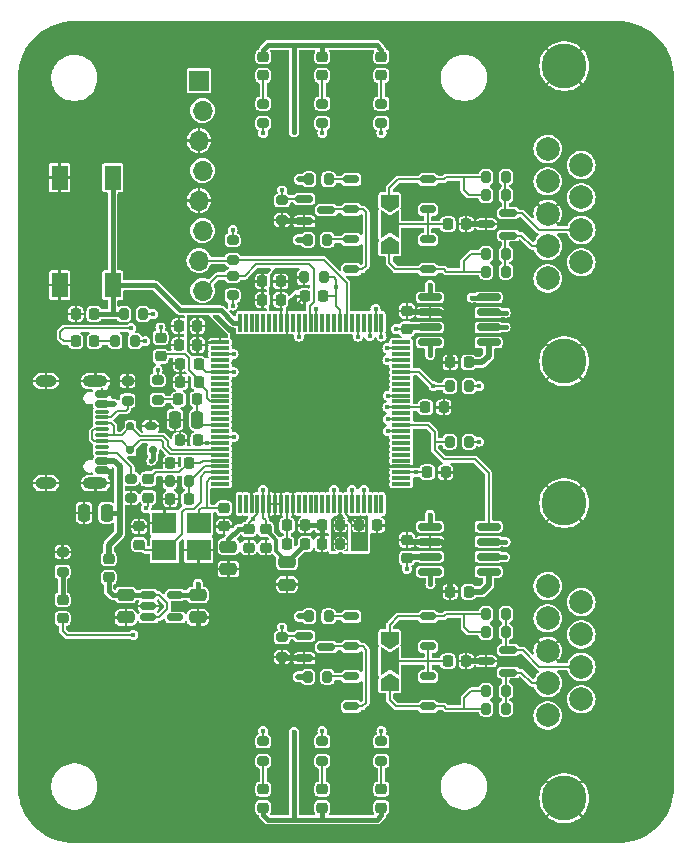
<source format=gtl>
G04 #@! TF.GenerationSoftware,KiCad,Pcbnew,8.0.5*
G04 #@! TF.CreationDate,2024-10-15T19:31:52+02:00*
G04 #@! TF.ProjectId,CANbardo,43414e62-6172-4646-9f2e-6b696361645f,Rev1*
G04 #@! TF.SameCoordinates,Original*
G04 #@! TF.FileFunction,Copper,L1,Top*
G04 #@! TF.FilePolarity,Positive*
%FSLAX46Y46*%
G04 Gerber Fmt 4.6, Leading zero omitted, Abs format (unit mm)*
G04 Created by KiCad (PCBNEW 8.0.5) date 2024-10-15 19:31:52*
%MOMM*%
%LPD*%
G01*
G04 APERTURE LIST*
G04 Aperture macros list*
%AMRoundRect*
0 Rectangle with rounded corners*
0 $1 Rounding radius*
0 $2 $3 $4 $5 $6 $7 $8 $9 X,Y pos of 4 corners*
0 Add a 4 corners polygon primitive as box body*
4,1,4,$2,$3,$4,$5,$6,$7,$8,$9,$2,$3,0*
0 Add four circle primitives for the rounded corners*
1,1,$1+$1,$2,$3*
1,1,$1+$1,$4,$5*
1,1,$1+$1,$6,$7*
1,1,$1+$1,$8,$9*
0 Add four rect primitives between the rounded corners*
20,1,$1+$1,$2,$3,$4,$5,0*
20,1,$1+$1,$4,$5,$6,$7,0*
20,1,$1+$1,$6,$7,$8,$9,0*
20,1,$1+$1,$8,$9,$2,$3,0*%
%AMFreePoly0*
4,1,6,1.000000,0.000000,0.500000,-0.750000,-0.500000,-0.750000,-0.500000,0.750000,0.500000,0.750000,1.000000,0.000000,1.000000,0.000000,$1*%
%AMFreePoly1*
4,1,7,0.700000,0.000000,1.200000,-0.750000,-1.200000,-0.750000,-0.700000,0.000000,-1.200000,0.750000,1.200000,0.750000,0.700000,0.000000,0.700000,0.000000,$1*%
G04 Aperture macros list end*
G04 #@! TA.AperFunction,SMDPad,CuDef*
%ADD10RoundRect,0.225000X-0.250000X0.225000X-0.250000X-0.225000X0.250000X-0.225000X0.250000X0.225000X0*%
G04 #@! TD*
G04 #@! TA.AperFunction,SMDPad,CuDef*
%ADD11RoundRect,0.200000X-0.275000X0.200000X-0.275000X-0.200000X0.275000X-0.200000X0.275000X0.200000X0*%
G04 #@! TD*
G04 #@! TA.AperFunction,SMDPad,CuDef*
%ADD12RoundRect,0.175000X-0.475000X-0.175000X0.475000X-0.175000X0.475000X0.175000X-0.475000X0.175000X0*%
G04 #@! TD*
G04 #@! TA.AperFunction,SMDPad,CuDef*
%ADD13RoundRect,0.200000X0.275000X-0.200000X0.275000X0.200000X-0.275000X0.200000X-0.275000X-0.200000X0*%
G04 #@! TD*
G04 #@! TA.AperFunction,SMDPad,CuDef*
%ADD14RoundRect,0.225000X0.225000X0.250000X-0.225000X0.250000X-0.225000X-0.250000X0.225000X-0.250000X0*%
G04 #@! TD*
G04 #@! TA.AperFunction,SMDPad,CuDef*
%ADD15RoundRect,0.250000X0.250000X0.475000X-0.250000X0.475000X-0.250000X-0.475000X0.250000X-0.475000X0*%
G04 #@! TD*
G04 #@! TA.AperFunction,SMDPad,CuDef*
%ADD16RoundRect,0.200000X0.200000X0.275000X-0.200000X0.275000X-0.200000X-0.275000X0.200000X-0.275000X0*%
G04 #@! TD*
G04 #@! TA.AperFunction,SMDPad,CuDef*
%ADD17RoundRect,0.218750X-0.218750X-0.256250X0.218750X-0.256250X0.218750X0.256250X-0.218750X0.256250X0*%
G04 #@! TD*
G04 #@! TA.AperFunction,SMDPad,CuDef*
%ADD18RoundRect,0.250000X-0.475000X0.250000X-0.475000X-0.250000X0.475000X-0.250000X0.475000X0.250000X0*%
G04 #@! TD*
G04 #@! TA.AperFunction,SMDPad,CuDef*
%ADD19RoundRect,0.218750X0.256250X-0.218750X0.256250X0.218750X-0.256250X0.218750X-0.256250X-0.218750X0*%
G04 #@! TD*
G04 #@! TA.AperFunction,SMDPad,CuDef*
%ADD20RoundRect,0.200000X-0.200000X-0.275000X0.200000X-0.275000X0.200000X0.275000X-0.200000X0.275000X0*%
G04 #@! TD*
G04 #@! TA.AperFunction,SMDPad,CuDef*
%ADD21RoundRect,0.225000X-0.225000X-0.250000X0.225000X-0.250000X0.225000X0.250000X-0.225000X0.250000X0*%
G04 #@! TD*
G04 #@! TA.AperFunction,SMDPad,CuDef*
%ADD22RoundRect,0.150000X-0.512500X-0.150000X0.512500X-0.150000X0.512500X0.150000X-0.512500X0.150000X0*%
G04 #@! TD*
G04 #@! TA.AperFunction,SMDPad,CuDef*
%ADD23RoundRect,0.150000X-0.587500X-0.150000X0.587500X-0.150000X0.587500X0.150000X-0.587500X0.150000X0*%
G04 #@! TD*
G04 #@! TA.AperFunction,SMDPad,CuDef*
%ADD24RoundRect,0.218750X-0.256250X0.218750X-0.256250X-0.218750X0.256250X-0.218750X0.256250X0.218750X0*%
G04 #@! TD*
G04 #@! TA.AperFunction,SMDPad,CuDef*
%ADD25RoundRect,0.150000X0.587500X0.150000X-0.587500X0.150000X-0.587500X-0.150000X0.587500X-0.150000X0*%
G04 #@! TD*
G04 #@! TA.AperFunction,SMDPad,CuDef*
%ADD26RoundRect,0.225000X0.250000X-0.225000X0.250000X0.225000X-0.250000X0.225000X-0.250000X-0.225000X0*%
G04 #@! TD*
G04 #@! TA.AperFunction,ComponentPad*
%ADD27C,2.000000*%
G04 #@! TD*
G04 #@! TA.AperFunction,ComponentPad*
%ADD28C,3.810000*%
G04 #@! TD*
G04 #@! TA.AperFunction,SMDPad,CuDef*
%ADD29RoundRect,0.218750X0.218750X0.256250X-0.218750X0.256250X-0.218750X-0.256250X0.218750X-0.256250X0*%
G04 #@! TD*
G04 #@! TA.AperFunction,SMDPad,CuDef*
%ADD30RoundRect,0.150000X-0.425000X0.150000X-0.425000X-0.150000X0.425000X-0.150000X0.425000X0.150000X0*%
G04 #@! TD*
G04 #@! TA.AperFunction,SMDPad,CuDef*
%ADD31RoundRect,0.075000X-0.500000X0.075000X-0.500000X-0.075000X0.500000X-0.075000X0.500000X0.075000X0*%
G04 #@! TD*
G04 #@! TA.AperFunction,ComponentPad*
%ADD32O,2.100000X1.000000*%
G04 #@! TD*
G04 #@! TA.AperFunction,ComponentPad*
%ADD33O,1.800000X1.000000*%
G04 #@! TD*
G04 #@! TA.AperFunction,SMDPad,CuDef*
%ADD34R,1.400000X2.100000*%
G04 #@! TD*
G04 #@! TA.AperFunction,SMDPad,CuDef*
%ADD35FreePoly0,270.000000*%
G04 #@! TD*
G04 #@! TA.AperFunction,SMDPad,CuDef*
%ADD36FreePoly1,270.000000*%
G04 #@! TD*
G04 #@! TA.AperFunction,SMDPad,CuDef*
%ADD37FreePoly0,90.000000*%
G04 #@! TD*
G04 #@! TA.AperFunction,ComponentPad*
%ADD38R,1.700000X1.700000*%
G04 #@! TD*
G04 #@! TA.AperFunction,ComponentPad*
%ADD39O,1.700000X1.700000*%
G04 #@! TD*
G04 #@! TA.AperFunction,SMDPad,CuDef*
%ADD40R,2.100000X1.800000*%
G04 #@! TD*
G04 #@! TA.AperFunction,SMDPad,CuDef*
%ADD41RoundRect,0.150000X-0.825000X-0.150000X0.825000X-0.150000X0.825000X0.150000X-0.825000X0.150000X0*%
G04 #@! TD*
G04 #@! TA.AperFunction,SMDPad,CuDef*
%ADD42RoundRect,0.075000X0.075000X-0.725000X0.075000X0.725000X-0.075000X0.725000X-0.075000X-0.725000X0*%
G04 #@! TD*
G04 #@! TA.AperFunction,SMDPad,CuDef*
%ADD43RoundRect,0.075000X0.725000X-0.075000X0.725000X0.075000X-0.725000X0.075000X-0.725000X-0.075000X0*%
G04 #@! TD*
G04 #@! TA.AperFunction,SMDPad,CuDef*
%ADD44RoundRect,0.175000X-0.325000X0.175000X-0.325000X-0.175000X0.325000X-0.175000X0.325000X0.175000X0*%
G04 #@! TD*
G04 #@! TA.AperFunction,SMDPad,CuDef*
%ADD45RoundRect,0.150000X-0.150000X0.200000X-0.150000X-0.200000X0.150000X-0.200000X0.150000X0.200000X0*%
G04 #@! TD*
G04 #@! TA.AperFunction,ViaPad*
%ADD46C,0.450000*%
G04 #@! TD*
G04 #@! TA.AperFunction,Conductor*
%ADD47C,0.400000*%
G04 #@! TD*
G04 #@! TA.AperFunction,Conductor*
%ADD48C,0.200000*%
G04 #@! TD*
G04 #@! TA.AperFunction,Conductor*
%ADD49C,0.500000*%
G04 #@! TD*
G04 #@! TA.AperFunction,Conductor*
%ADD50C,0.300000*%
G04 #@! TD*
G04 #@! TA.AperFunction,Conductor*
%ADD51C,0.155400*%
G04 #@! TD*
G04 APERTURE END LIST*
D10*
X92650000Y-66425000D03*
X92650000Y-67975000D03*
D11*
X97600000Y-40375000D03*
X97600000Y-42025000D03*
D12*
X103450000Y-38590000D03*
X103450000Y-41130000D03*
X103450000Y-43670000D03*
X103450000Y-46210000D03*
X109950000Y-46210000D03*
X109950000Y-43670000D03*
X109950000Y-41130000D03*
X109950000Y-38590000D03*
D13*
X96000000Y-87825000D03*
X96000000Y-86175000D03*
D14*
X97475000Y-48800000D03*
X95925000Y-48800000D03*
D15*
X82725000Y-66825000D03*
X80825000Y-66825000D03*
D16*
X116525000Y-75400000D03*
X114875000Y-75400000D03*
D11*
X93400000Y-43750000D03*
X93400000Y-45400000D03*
D17*
X88812500Y-57225000D03*
X90387500Y-57225000D03*
D14*
X90425000Y-52600000D03*
X88875000Y-52600000D03*
D18*
X98000000Y-71000000D03*
X98000000Y-72900000D03*
D19*
X101000000Y-29787500D03*
X101000000Y-28212500D03*
D20*
X83475000Y-52300000D03*
X85125000Y-52300000D03*
D21*
X109725000Y-57900000D03*
X111275000Y-57900000D03*
D20*
X99775000Y-80700000D03*
X101425000Y-80700000D03*
D22*
X86262500Y-73787500D03*
X86262500Y-74737500D03*
X86262500Y-75687500D03*
X88537500Y-75687500D03*
X88537500Y-73787500D03*
D23*
X99462500Y-77250000D03*
X99462500Y-79150000D03*
X101337500Y-78200000D03*
D10*
X96220000Y-68215000D03*
X96220000Y-69765000D03*
D14*
X90425000Y-51000000D03*
X88875000Y-51000000D03*
D16*
X116525000Y-38400000D03*
X114875000Y-38400000D03*
D18*
X90450000Y-73787500D03*
X90450000Y-75687500D03*
D19*
X86275000Y-65537500D03*
X86275000Y-63962500D03*
D24*
X79000000Y-74193750D03*
X79000000Y-75768750D03*
D16*
X113425000Y-60800000D03*
X111775000Y-60800000D03*
D25*
X116737500Y-80350000D03*
X116737500Y-78450000D03*
X114862500Y-79400000D03*
D20*
X99875000Y-38600000D03*
X101525000Y-38600000D03*
D13*
X101000000Y-87825000D03*
X101000000Y-86175000D03*
D26*
X108150000Y-70675000D03*
X108150000Y-69125000D03*
X108150000Y-51275000D03*
X108150000Y-49725000D03*
D14*
X90475000Y-60700000D03*
X88925000Y-60700000D03*
X101050000Y-48500000D03*
X99500000Y-48500000D03*
X89675000Y-62625000D03*
X88125000Y-62625000D03*
D11*
X97600000Y-77375000D03*
X97600000Y-79025000D03*
D13*
X84500000Y-57325000D03*
X84500000Y-55675000D03*
X93400000Y-48425000D03*
X93400000Y-46775000D03*
D21*
X109875000Y-63400000D03*
X111425000Y-63400000D03*
D12*
X103450000Y-75590000D03*
X103450000Y-78130000D03*
X103450000Y-80670000D03*
X103450000Y-83210000D03*
X109950000Y-83210000D03*
X109950000Y-80670000D03*
X109950000Y-78130000D03*
X109950000Y-75590000D03*
D27*
X120078000Y-83986400D03*
X120078000Y-81243200D03*
X120078000Y-78500000D03*
X120078000Y-75756800D03*
X120078000Y-73013600D03*
X122922800Y-82614800D03*
X122922800Y-79871600D03*
X122922800Y-77128400D03*
X122922800Y-74385200D03*
D28*
X121475000Y-66003200D03*
X121475000Y-90996800D03*
D14*
X113375000Y-73500000D03*
X111825000Y-73500000D03*
D27*
X120078000Y-46986400D03*
X120078000Y-44243200D03*
X120078000Y-41500000D03*
X120078000Y-38756800D03*
X120078000Y-36013600D03*
X122922800Y-45614800D03*
X122922800Y-42871600D03*
X122922800Y-40128400D03*
X122922800Y-37385200D03*
D28*
X121475000Y-29003200D03*
X121475000Y-53996800D03*
D20*
X99450000Y-46900000D03*
X101100000Y-46900000D03*
D16*
X89725000Y-64175000D03*
X88075000Y-64175000D03*
D11*
X106000000Y-32175000D03*
X106000000Y-33825000D03*
X87050000Y-55600000D03*
X87050000Y-57250000D03*
D29*
X99567500Y-69450000D03*
X97992500Y-69450000D03*
D16*
X113425000Y-56100000D03*
X111775000Y-56100000D03*
X116525000Y-76900000D03*
X114875000Y-76900000D03*
D29*
X81687500Y-52300000D03*
X80112500Y-52300000D03*
D24*
X101000000Y-90212500D03*
X101000000Y-91787500D03*
D14*
X102525000Y-67900000D03*
X100975000Y-67900000D03*
D24*
X96000000Y-90212500D03*
X96000000Y-91787500D03*
D20*
X99875000Y-75600000D03*
X101525000Y-75600000D03*
D30*
X82355000Y-56800000D03*
X82355000Y-57600000D03*
D31*
X82355000Y-58750000D03*
X82355000Y-59750000D03*
X82355000Y-60250000D03*
X82355000Y-61250000D03*
D30*
X82355000Y-62400000D03*
X82355000Y-63200000D03*
X82355000Y-63200000D03*
X82355000Y-62400000D03*
D31*
X82355000Y-61750000D03*
X82355000Y-60750000D03*
X82355000Y-59250000D03*
X82355000Y-58250000D03*
D30*
X82355000Y-57600000D03*
X82355000Y-56800000D03*
D32*
X81780000Y-55680000D03*
D33*
X77600000Y-55680000D03*
D32*
X81780000Y-64320000D03*
D33*
X77600000Y-64320000D03*
D34*
X78750000Y-47550000D03*
X78750000Y-38450000D03*
X83250000Y-47550000D03*
X83250000Y-38450000D03*
D24*
X82900000Y-70712500D03*
X82900000Y-72287500D03*
D20*
X99775000Y-43700000D03*
X101425000Y-43700000D03*
D14*
X89675000Y-65635000D03*
X88125000Y-65635000D03*
D16*
X116525000Y-39900000D03*
X114875000Y-39900000D03*
D35*
X106700000Y-40400000D03*
D36*
X106700000Y-42400000D03*
D37*
X106700000Y-44400000D03*
D23*
X99462500Y-40250000D03*
X99462500Y-42150000D03*
X101337500Y-41200000D03*
D38*
X90550000Y-30225000D03*
D39*
X90850000Y-32765000D03*
X90550000Y-35305000D03*
X90850000Y-37845000D03*
X90550000Y-40385000D03*
X90850000Y-42925000D03*
X90550000Y-45465000D03*
X90850000Y-48005000D03*
D14*
X90525000Y-55750000D03*
X88975000Y-55750000D03*
D35*
X106700000Y-77400000D03*
D36*
X106700000Y-79400000D03*
D37*
X106700000Y-81400000D03*
D14*
X90525000Y-54200000D03*
X88975000Y-54200000D03*
D11*
X96000000Y-32175000D03*
X96000000Y-33825000D03*
D19*
X106000000Y-29787500D03*
X106000000Y-28212500D03*
D14*
X113375000Y-54100000D03*
X111825000Y-54100000D03*
D18*
X84350000Y-73787500D03*
X84350000Y-75687500D03*
D14*
X81675000Y-50000000D03*
X80125000Y-50000000D03*
D13*
X106000000Y-87825000D03*
X106000000Y-86175000D03*
D24*
X106000000Y-90212500D03*
X106000000Y-91787500D03*
D14*
X97475000Y-47240000D03*
X95925000Y-47240000D03*
D19*
X96000000Y-29787500D03*
X96000000Y-28212500D03*
D14*
X102525000Y-69450000D03*
X100975000Y-69450000D03*
D40*
X90525000Y-67675000D03*
X87625000Y-67675000D03*
X87625000Y-69975000D03*
X90525000Y-69975000D03*
D16*
X116525000Y-44900000D03*
X114875000Y-44900000D03*
D11*
X101000000Y-32175000D03*
X101000000Y-33825000D03*
D16*
X116525000Y-81900000D03*
X114875000Y-81900000D03*
D11*
X84800000Y-63925000D03*
X84800000Y-65575000D03*
D25*
X116737500Y-43350000D03*
X116737500Y-41450000D03*
X114862500Y-42400000D03*
D13*
X79000000Y-71806250D03*
X79000000Y-70156250D03*
D10*
X94760000Y-68215000D03*
X94760000Y-69765000D03*
D18*
X93050000Y-69700000D03*
X93050000Y-71600000D03*
D41*
X110125000Y-48595000D03*
X110125000Y-49865000D03*
X110125000Y-51135000D03*
X110125000Y-52405000D03*
X115075000Y-52405000D03*
X115075000Y-51135000D03*
X115075000Y-49865000D03*
X115075000Y-48595000D03*
D42*
X94000000Y-66075000D03*
X94500000Y-66075000D03*
X95000000Y-66075000D03*
X95500000Y-66075000D03*
X96000000Y-66075000D03*
X96500000Y-66075000D03*
X97000000Y-66075000D03*
X97500000Y-66075000D03*
X98000000Y-66075000D03*
X98500000Y-66075000D03*
X99000000Y-66075000D03*
X99500000Y-66075000D03*
X100000000Y-66075000D03*
X100500000Y-66075000D03*
X101000000Y-66075000D03*
X101500000Y-66075000D03*
X102000000Y-66075000D03*
X102500000Y-66075000D03*
X103000000Y-66075000D03*
X103500000Y-66075000D03*
X104000000Y-66075000D03*
X104500000Y-66075000D03*
X105000000Y-66075000D03*
X105500000Y-66075000D03*
X106000000Y-66075000D03*
D43*
X107675000Y-64400000D03*
X107675000Y-63900000D03*
X107675000Y-63400000D03*
X107675000Y-62900000D03*
X107675000Y-62400000D03*
X107675000Y-61900000D03*
X107675000Y-61400000D03*
X107675000Y-60900000D03*
X107675000Y-60400000D03*
X107675000Y-59900000D03*
X107675000Y-59400000D03*
X107675000Y-58900000D03*
X107675000Y-58400000D03*
X107675000Y-57900000D03*
X107675000Y-57400000D03*
X107675000Y-56900000D03*
X107675000Y-56400000D03*
X107675000Y-55900000D03*
X107675000Y-55400000D03*
X107675000Y-54900000D03*
X107675000Y-54400000D03*
X107675000Y-53900000D03*
X107675000Y-53400000D03*
X107675000Y-52900000D03*
X107675000Y-52400000D03*
D42*
X106000000Y-50725000D03*
X105500000Y-50725000D03*
X105000000Y-50725000D03*
X104500000Y-50725000D03*
X104000000Y-50725000D03*
X103500000Y-50725000D03*
X103000000Y-50725000D03*
X102500000Y-50725000D03*
X102000000Y-50725000D03*
X101500000Y-50725000D03*
X101000000Y-50725000D03*
X100500000Y-50725000D03*
X100000000Y-50725000D03*
X99500000Y-50725000D03*
X99000000Y-50725000D03*
X98500000Y-50725000D03*
X98000000Y-50725000D03*
X97500000Y-50725000D03*
X97000000Y-50725000D03*
X96500000Y-50725000D03*
X96000000Y-50725000D03*
X95500000Y-50725000D03*
X95000000Y-50725000D03*
X94500000Y-50725000D03*
X94000000Y-50725000D03*
D43*
X92325000Y-52400000D03*
X92325000Y-52900000D03*
X92325000Y-53400000D03*
X92325000Y-53900000D03*
X92325000Y-54400000D03*
X92325000Y-54900000D03*
X92325000Y-55400000D03*
X92325000Y-55900000D03*
X92325000Y-56400000D03*
X92325000Y-56900000D03*
X92325000Y-57400000D03*
X92325000Y-57900000D03*
X92325000Y-58400000D03*
X92325000Y-58900000D03*
X92325000Y-59400000D03*
X92325000Y-59900000D03*
X92325000Y-60400000D03*
X92325000Y-60900000D03*
X92325000Y-61400000D03*
X92325000Y-61900000D03*
X92325000Y-62400000D03*
X92325000Y-62900000D03*
X92325000Y-63400000D03*
X92325000Y-63900000D03*
X92325000Y-64400000D03*
D44*
X86450000Y-59500000D03*
D45*
X84750000Y-59500000D03*
X84750000Y-61500000D03*
X86650000Y-61500000D03*
D21*
X111625000Y-42400000D03*
X113175000Y-42400000D03*
X104075000Y-67890000D03*
X105625000Y-67890000D03*
D16*
X85825000Y-50000000D03*
X84175000Y-50000000D03*
D21*
X98005000Y-67900000D03*
X99555000Y-67900000D03*
D26*
X85500000Y-69525000D03*
X85500000Y-67975000D03*
D16*
X116525000Y-83400000D03*
X114875000Y-83400000D03*
D41*
X110125000Y-67995000D03*
X110125000Y-69265000D03*
X110125000Y-70535000D03*
X110125000Y-71805000D03*
X115075000Y-71805000D03*
X115075000Y-70535000D03*
X115075000Y-69265000D03*
X115075000Y-67995000D03*
D16*
X116525000Y-46400000D03*
X114875000Y-46400000D03*
D24*
X87300000Y-52012500D03*
X87300000Y-53587500D03*
D15*
X90425000Y-58950000D03*
X88525000Y-58950000D03*
D21*
X111625000Y-79400000D03*
X113175000Y-79400000D03*
D46*
X99025000Y-75600000D03*
X93475000Y-54900000D03*
X91225000Y-60900000D03*
X114275000Y-56100000D03*
X93400000Y-49275000D03*
X103400000Y-67350000D03*
X98250000Y-48000000D03*
X114175000Y-73500000D03*
X87050000Y-54750000D03*
X98925000Y-43700000D03*
X98600000Y-85400000D03*
X93400000Y-42900000D03*
X85000000Y-77200000D03*
X86675000Y-50000000D03*
X90450000Y-72812500D03*
X114275000Y-60800000D03*
X96000000Y-64900000D03*
X84800000Y-51200000D03*
X98600000Y-46875000D03*
X99025000Y-38600000D03*
X108950000Y-63400000D03*
X114250000Y-54100000D03*
X98925000Y-80700000D03*
X98600000Y-34600000D03*
X109450000Y-72900000D03*
X87225000Y-65635000D03*
X106525000Y-73730000D03*
X83175000Y-56350000D03*
X130000000Y-71000000D03*
X85125000Y-74750000D03*
X76000000Y-80000000D03*
X94750000Y-70675000D03*
X117150000Y-71250000D03*
X110850000Y-72800000D03*
X112200000Y-57900000D03*
X110200000Y-66200000D03*
X98200000Y-52000000D03*
X130000000Y-61000000D03*
X108150000Y-68225000D03*
X92700000Y-33925000D03*
X90450000Y-76675000D03*
X88400000Y-50050000D03*
X93050000Y-72550000D03*
X84500000Y-54825000D03*
X118375000Y-44800000D03*
X109000000Y-26000000D03*
X110650000Y-73500000D03*
X79875000Y-66825000D03*
X97600000Y-42875000D03*
X87350000Y-74750000D03*
X102800000Y-64850000D03*
X130000000Y-90000000D03*
X130000000Y-41000000D03*
X130000000Y-81000000D03*
X112325000Y-63410000D03*
X106525000Y-67875000D03*
X88875000Y-66200000D03*
X91800000Y-65725000D03*
X91000000Y-94000000D03*
X117200000Y-77675000D03*
X78750000Y-49025000D03*
X101300000Y-64800000D03*
X97000000Y-64900000D03*
X124000000Y-60000000D03*
X76000000Y-40000000D03*
X103500000Y-94000000D03*
X87225000Y-64185000D03*
X84500000Y-68000000D03*
X110900000Y-67250000D03*
X87975000Y-55750000D03*
X99450000Y-52450000D03*
X117275000Y-49000000D03*
X87350000Y-71325000D03*
X92125000Y-68875000D03*
X98000000Y-73850000D03*
X87225000Y-62625000D03*
X99000000Y-26000000D03*
X87625000Y-58950000D03*
X79225000Y-50025000D03*
X76000000Y-50000000D03*
X117000000Y-26000000D03*
X110800000Y-53200000D03*
X85725000Y-61525000D03*
X80000000Y-94000000D03*
X90700000Y-71325000D03*
X108700000Y-48100000D03*
X126000000Y-94000000D03*
X89650000Y-59950000D03*
X84875000Y-66425000D03*
X88050000Y-54350000D03*
X110925000Y-54100000D03*
X125000000Y-26000000D03*
X90000000Y-90000000D03*
X85700000Y-70600000D03*
X106525000Y-70810000D03*
X108150000Y-48825000D03*
X130000000Y-31000000D03*
X113900000Y-42400000D03*
X100070000Y-73730000D03*
X80000000Y-26000000D03*
X85900000Y-42125000D03*
X76000000Y-90000000D03*
X90000000Y-80000000D03*
X79000000Y-69331250D03*
X92100000Y-70600000D03*
X90000000Y-26000000D03*
X99000000Y-49250000D03*
X82000000Y-35000000D03*
X85000000Y-85000000D03*
X109650000Y-47000000D03*
X83075000Y-63550000D03*
X105200000Y-64800000D03*
X84500000Y-69475000D03*
X110000000Y-86000000D03*
X116000000Y-94000000D03*
X106600000Y-50900000D03*
X115000000Y-34000000D03*
X100060000Y-70830000D03*
X96200000Y-70675000D03*
X94100000Y-52300000D03*
X105500000Y-52400000D03*
X76000000Y-70000000D03*
X86181895Y-68790282D03*
X113900000Y-79400000D03*
X86475000Y-58475000D03*
X95000000Y-64900000D03*
X95750000Y-42250000D03*
X76000000Y-60000000D03*
X97600000Y-79875000D03*
X98500000Y-64900000D03*
X109400000Y-53800000D03*
X76000000Y-30000000D03*
X89125000Y-71325000D03*
X130000000Y-51000000D03*
X86520405Y-62400000D03*
X107225000Y-51250000D03*
X83330000Y-57600000D03*
X83330000Y-62400000D03*
X108150000Y-71575000D03*
X82900000Y-69800000D03*
X83800000Y-66850000D03*
X102175000Y-47725000D03*
X86075000Y-66425000D03*
X93900000Y-68200000D03*
X87300000Y-51125000D03*
X95125000Y-67325000D03*
X102500000Y-67150000D03*
X91510000Y-51490000D03*
X106500000Y-57900000D03*
X104500000Y-64900000D03*
X116490000Y-70550000D03*
X116500000Y-69275000D03*
X105500000Y-49550000D03*
X104000000Y-51900000D03*
X116515000Y-51125000D03*
X116515000Y-49875000D03*
X100500000Y-49550000D03*
X97600000Y-39525000D03*
X93500000Y-60400000D03*
X97600000Y-76525000D03*
X106525000Y-59900000D03*
X106000000Y-85325000D03*
X106525000Y-56900000D03*
X96000000Y-85325000D03*
X106000000Y-34675000D03*
X106500000Y-53900000D03*
X96000000Y-34675000D03*
X105000000Y-51875000D03*
X113635000Y-48600000D03*
X110400000Y-56100000D03*
X110100000Y-47555000D03*
X99000000Y-51900000D03*
X110125000Y-53450000D03*
X106000000Y-51900000D03*
X110150000Y-72870000D03*
X103500000Y-64900000D03*
X102000000Y-64900000D03*
X110125000Y-66975000D03*
X101000000Y-85325000D03*
X106525000Y-58900000D03*
X101000000Y-34675000D03*
X106500000Y-52900000D03*
X86000000Y-52300000D03*
X93475000Y-53400000D03*
D47*
X99587500Y-69412500D02*
X98000000Y-71000000D01*
D48*
X107675000Y-63400000D02*
X108950000Y-63400000D01*
X90675000Y-60900000D02*
X90475000Y-60700000D01*
X113425000Y-56100000D02*
X114275000Y-56100000D01*
D47*
X105600000Y-27200000D02*
X101000000Y-27200000D01*
X98600000Y-27200000D02*
X96400000Y-27200000D01*
D48*
X79000000Y-75806250D02*
X79000000Y-76656250D01*
X79100000Y-52300000D02*
X78800000Y-52000000D01*
X93400000Y-43750000D02*
X93400000Y-42900000D01*
D47*
X106000000Y-28212500D02*
X106000000Y-27600000D01*
D48*
X80100000Y-52300000D02*
X79100000Y-52300000D01*
X93400000Y-48425000D02*
X93400000Y-49275000D01*
D47*
X96400000Y-92800000D02*
X98600000Y-92800000D01*
D48*
X113450000Y-60800000D02*
X114275000Y-60800000D01*
X78800000Y-51500000D02*
X79100000Y-51200000D01*
X96200000Y-67475000D02*
X96200000Y-68225000D01*
X103000000Y-66907410D02*
X103982590Y-67890000D01*
X97500000Y-50725000D02*
X97500000Y-48775000D01*
X108950000Y-63400000D02*
X109675000Y-63400000D01*
X92325000Y-54900000D02*
X91175000Y-54900000D01*
D49*
X114500000Y-73500000D02*
X113375000Y-73500000D01*
D48*
X92325000Y-60900000D02*
X90675000Y-60900000D01*
X103000000Y-66075000D02*
X103000000Y-66907410D01*
D50*
X97100000Y-70100000D02*
X98000000Y-71000000D01*
D47*
X98600000Y-92800000D02*
X101000000Y-92800000D01*
X101000000Y-27200000D02*
X98600000Y-27200000D01*
D48*
X87050000Y-55600000D02*
X87050000Y-54750000D01*
D47*
X99587500Y-69350000D02*
X99587500Y-69412500D01*
X96000000Y-92400000D02*
X96400000Y-92800000D01*
D48*
X97500000Y-48775000D02*
X97475000Y-48750000D01*
D47*
X96000000Y-91787500D02*
X96000000Y-92400000D01*
D48*
X79000000Y-76800000D02*
X79400000Y-77200000D01*
X92300000Y-54900000D02*
X93475000Y-54900000D01*
D50*
X96200000Y-68225000D02*
X97100000Y-69125000D01*
D49*
X99900000Y-75600000D02*
X99025000Y-75600000D01*
D48*
X79400000Y-77200000D02*
X85000000Y-77200000D01*
D47*
X98600000Y-27200000D02*
X98600000Y-34600000D01*
D48*
X85825000Y-50000000D02*
X86675000Y-50000000D01*
D47*
X101000000Y-92800000D02*
X105600000Y-92800000D01*
D49*
X115075000Y-72925000D02*
X114500000Y-73500000D01*
D48*
X96000000Y-66075000D02*
X96000000Y-67275000D01*
X78800000Y-52000000D02*
X78800000Y-51500000D01*
D47*
X88537500Y-73787500D02*
X90450000Y-73787500D01*
X98600000Y-92800000D02*
X98600000Y-85400000D01*
X101000000Y-91787500D02*
X101000000Y-92800000D01*
X96000000Y-27600000D02*
X96000000Y-28212500D01*
D48*
X91175000Y-54900000D02*
X90525000Y-54250000D01*
D47*
X106000000Y-27600000D02*
X105600000Y-27200000D01*
D48*
X96000000Y-67275000D02*
X96200000Y-67475000D01*
D47*
X106000000Y-92400000D02*
X106000000Y-91787500D01*
D48*
X79000000Y-76656250D02*
X79000000Y-76800000D01*
D47*
X90450000Y-73787500D02*
X90450000Y-72812500D01*
X101000000Y-28212500D02*
X101000000Y-27200000D01*
D49*
X115075000Y-71805000D02*
X115075000Y-72925000D01*
D50*
X97100000Y-69125000D02*
X97100000Y-70100000D01*
D47*
X96400000Y-27200000D02*
X96000000Y-27600000D01*
D48*
X96000000Y-66075000D02*
X96000000Y-64900000D01*
D49*
X99800000Y-80700000D02*
X98925000Y-80700000D01*
D48*
X103982590Y-67890000D02*
X104075000Y-67890000D01*
D49*
X99900000Y-38600000D02*
X99025000Y-38600000D01*
D48*
X99450000Y-46875000D02*
X98600000Y-46875000D01*
D47*
X105600000Y-92800000D02*
X106000000Y-92400000D01*
D48*
X79100000Y-51200000D02*
X84800000Y-51200000D01*
D49*
X99700000Y-43700000D02*
X98925000Y-43700000D01*
X114500000Y-54100000D02*
X113375000Y-54100000D01*
X115075000Y-53525000D02*
X114500000Y-54100000D01*
X115075000Y-52405000D02*
X115075000Y-53525000D01*
X111800000Y-50590001D02*
X111074999Y-49865000D01*
D48*
X111825000Y-73500000D02*
X110650000Y-73500000D01*
D49*
X97725000Y-42150000D02*
X97600000Y-42025000D01*
D48*
X99000000Y-49000000D02*
X99500000Y-48500000D01*
X79000000Y-70156250D02*
X79000000Y-69331250D01*
D47*
X82355000Y-63200000D02*
X82725000Y-63200000D01*
D49*
X113900000Y-42400000D02*
X114837500Y-42400000D01*
D48*
X108150000Y-69125000D02*
X108150000Y-68225000D01*
D49*
X110100000Y-49865000D02*
X108265000Y-49865000D01*
X99462500Y-42150000D02*
X97725000Y-42150000D01*
D48*
X105625000Y-67875000D02*
X106525000Y-67875000D01*
X111825000Y-54100000D02*
X110925000Y-54100000D01*
X98500000Y-66075000D02*
X98500000Y-64900000D01*
D47*
X82725000Y-63200000D02*
X83075000Y-63550000D01*
D49*
X113150000Y-42400000D02*
X113900000Y-42400000D01*
D48*
X88050000Y-64185000D02*
X87225000Y-64185000D01*
X111425000Y-63410000D02*
X112325000Y-63410000D01*
D49*
X110125000Y-69265000D02*
X108290000Y-69265000D01*
D48*
X94750000Y-69775000D02*
X94750000Y-70675000D01*
D49*
X97600000Y-79000000D02*
X97600000Y-79875000D01*
D48*
X88125000Y-62625000D02*
X87225000Y-62625000D01*
D47*
X99575000Y-67900000D02*
X100975000Y-67900000D01*
D48*
X97000000Y-66075000D02*
X97000000Y-64900000D01*
D49*
X83175000Y-56350000D02*
X82725000Y-56800000D01*
D48*
X96200000Y-69775000D02*
X96200000Y-70675000D01*
D49*
X108290000Y-69265000D02*
X108150000Y-69125000D01*
X82725000Y-56800000D02*
X82355000Y-56800000D01*
D48*
X95000000Y-66075000D02*
X95000000Y-64900000D01*
D49*
X111074999Y-49865000D02*
X110100000Y-49865000D01*
X99462500Y-79150000D02*
X97725000Y-79150000D01*
X108265000Y-49865000D02*
X108125000Y-49725000D01*
X111825000Y-69990001D02*
X111099999Y-69265000D01*
X97600000Y-42000000D02*
X97600000Y-42875000D01*
D48*
X85137500Y-74737500D02*
X85125000Y-74750000D01*
D49*
X111825000Y-73500000D02*
X111825000Y-69990001D01*
X113900000Y-79400000D02*
X114862500Y-79400000D01*
D47*
X90450000Y-76675000D02*
X90450000Y-75687500D01*
D48*
X98000000Y-72900000D02*
X98000000Y-73850000D01*
X88125000Y-65635000D02*
X87225000Y-65635000D01*
X86262500Y-74737500D02*
X85137500Y-74737500D01*
D49*
X97725000Y-79150000D02*
X97600000Y-79025000D01*
X111800000Y-54100000D02*
X111800000Y-50590001D01*
D48*
X93050000Y-71575000D02*
X93050000Y-72550000D01*
D49*
X113175000Y-79400000D02*
X113900000Y-79400000D01*
X111099999Y-69265000D02*
X110125000Y-69265000D01*
D48*
X99000000Y-49250000D02*
X99000000Y-49000000D01*
D47*
X100975000Y-67900000D02*
X100975000Y-69350000D01*
D48*
X108150000Y-49725000D02*
X108150000Y-48825000D01*
D49*
X108290000Y-70535000D02*
X108150000Y-70675000D01*
X82900000Y-69525000D02*
X82900000Y-70712500D01*
X83825000Y-68600000D02*
X82900000Y-69525000D01*
X82355000Y-62400000D02*
X83330000Y-62400000D01*
X110100000Y-51135000D02*
X108265000Y-51135000D01*
X83825000Y-62895000D02*
X83825000Y-68600000D01*
D48*
X108150000Y-51250000D02*
X107225000Y-51250000D01*
D49*
X83330000Y-62400000D02*
X83825000Y-62895000D01*
X110125000Y-70535000D02*
X108290000Y-70535000D01*
D48*
X108150000Y-70650000D02*
X108150000Y-71575000D01*
D47*
X82725000Y-66825000D02*
X83825000Y-66825000D01*
D49*
X108265000Y-51135000D02*
X108125000Y-51275000D01*
D47*
X86650000Y-62270405D02*
X86650000Y-61500000D01*
X86520405Y-62400000D02*
X86650000Y-62270405D01*
D49*
X82355000Y-57600000D02*
X83330000Y-57600000D01*
D48*
X101050000Y-48500000D02*
X102175000Y-48500000D01*
X101100000Y-46900000D02*
X101950000Y-46900000D01*
X102500000Y-49625000D02*
X102175000Y-49300000D01*
X102175000Y-49300000D02*
X102175000Y-48500000D01*
X102175000Y-48500000D02*
X102175000Y-47725000D01*
X101950000Y-46900000D02*
X102175000Y-47125000D01*
X102500000Y-50725000D02*
X102500000Y-49625000D01*
X102175000Y-47125000D02*
X102175000Y-47725000D01*
D47*
X79000000Y-71806250D02*
X79000000Y-74193750D01*
D48*
X83075000Y-58750000D02*
X83625000Y-58200000D01*
X83625000Y-58200000D02*
X84350000Y-58200000D01*
X84500000Y-58050000D02*
X84500000Y-57325000D01*
X82355000Y-58750000D02*
X83075000Y-58750000D01*
X84350000Y-58200000D02*
X84500000Y-58050000D01*
X84800000Y-62950000D02*
X83600000Y-61750000D01*
X84800000Y-63925000D02*
X84800000Y-62950000D01*
X83600000Y-61750000D02*
X82355000Y-61750000D01*
X100250000Y-49000000D02*
X100250000Y-46150000D01*
X100250000Y-46150000D02*
X99900000Y-45800000D01*
X94425000Y-46775000D02*
X93400000Y-46775000D01*
X99950000Y-49300000D02*
X100250000Y-49000000D01*
X100000000Y-50725000D02*
X99950000Y-50675000D01*
X90850000Y-48005000D02*
X92080000Y-46775000D01*
X92080000Y-46775000D02*
X93400000Y-46775000D01*
X99900000Y-45800000D02*
X95400000Y-45800000D01*
X99950000Y-50675000D02*
X99950000Y-49300000D01*
X95400000Y-45800000D02*
X94425000Y-46775000D01*
X93335000Y-45465000D02*
X93400000Y-45400000D01*
X103050000Y-50675000D02*
X103000000Y-50725000D01*
X90550000Y-45465000D02*
X93335000Y-45465000D01*
X103050000Y-47350000D02*
X101100000Y-45400000D01*
X101100000Y-45400000D02*
X93400000Y-45400000D01*
X103050000Y-47350000D02*
X103050000Y-50675000D01*
D51*
X83375000Y-60250000D02*
X82355000Y-60250000D01*
X83125000Y-59250000D02*
X82355000Y-59250000D01*
X87889611Y-60720021D02*
X87889611Y-61134311D01*
X87496640Y-60327050D02*
X87889611Y-60720021D01*
X91605900Y-61469100D02*
X91675000Y-61400000D01*
X87889611Y-61134311D02*
X88226000Y-61470700D01*
X84000000Y-60250000D02*
X83375000Y-60250000D01*
X91450504Y-61469100D02*
X91605900Y-61469100D01*
X91448904Y-61470700D02*
X91450504Y-61469100D01*
X83375000Y-59500000D02*
X83125000Y-59250000D01*
X88226000Y-61470700D02*
X91448904Y-61470700D01*
X91675000Y-61400000D02*
X92325000Y-61400000D01*
X85577050Y-60327050D02*
X87496640Y-60327050D01*
X84750000Y-59500000D02*
X85577050Y-60327050D01*
X84750000Y-59500000D02*
X84000000Y-60250000D01*
X83375000Y-60250000D02*
X83375000Y-59500000D01*
X84750000Y-61500000D02*
X85577050Y-60672950D01*
X87531011Y-60850601D02*
X87531011Y-61282851D01*
X87353360Y-60672950D02*
X87531011Y-60850601D01*
X81511800Y-59938200D02*
X81511800Y-60561800D01*
X88077460Y-61829300D02*
X91448904Y-61829300D01*
X81511800Y-60561800D02*
X81700000Y-60750000D01*
X81700000Y-59750000D02*
X81511800Y-59938200D01*
X82355000Y-59750000D02*
X81700000Y-59750000D01*
X84750000Y-61500000D02*
X84000000Y-60750000D01*
X91605900Y-61830900D02*
X91675000Y-61900000D01*
X85577050Y-60672950D02*
X87353360Y-60672950D01*
X91448904Y-61829300D02*
X91450504Y-61830900D01*
X84000000Y-60750000D02*
X82355000Y-60750000D01*
X81700000Y-60750000D02*
X82355000Y-60750000D01*
X91675000Y-61900000D02*
X92325000Y-61900000D01*
X87531011Y-61282851D02*
X88077460Y-61829300D01*
X91450504Y-61830900D02*
X91605900Y-61830900D01*
D48*
X96000000Y-29787500D02*
X96000000Y-32175000D01*
X103450000Y-41130000D02*
X104430000Y-41130000D01*
X103450000Y-41130000D02*
X101407500Y-41130000D01*
X104390000Y-46210000D02*
X103450000Y-46210000D01*
X104700000Y-41400000D02*
X104700000Y-45900000D01*
X104430000Y-41130000D02*
X104700000Y-41400000D01*
X101407500Y-41130000D02*
X101337500Y-41200000D01*
X104700000Y-45900000D02*
X104390000Y-46210000D01*
X103450000Y-80670000D02*
X101455000Y-80670000D01*
X101455000Y-80670000D02*
X101425000Y-80700000D01*
X101535000Y-38590000D02*
X101525000Y-38600000D01*
X103450000Y-38590000D02*
X101535000Y-38590000D01*
D47*
X83250000Y-38450000D02*
X83250000Y-47550000D01*
D48*
X83250000Y-49975000D02*
X83275000Y-50000000D01*
D47*
X83275000Y-50000000D02*
X81675000Y-50000000D01*
X83250000Y-47550000D02*
X83250000Y-49975000D01*
X83250000Y-47550000D02*
X86800000Y-47550000D01*
X88910000Y-49660000D02*
X92395000Y-49660000D01*
X92395000Y-49660000D02*
X93460000Y-50725000D01*
X84175000Y-50000000D02*
X83275000Y-50000000D01*
X93460000Y-50725000D02*
X93950000Y-50725000D01*
X86800000Y-47550000D02*
X88910000Y-49660000D01*
D48*
X91492590Y-57400000D02*
X91225000Y-57132410D01*
X89386196Y-53387500D02*
X87300000Y-53387500D01*
X91225000Y-57132410D02*
X91225000Y-56550000D01*
X90525000Y-55750000D02*
X90525000Y-55575000D01*
X89725000Y-53726304D02*
X89386196Y-53387500D01*
X90525000Y-55575000D02*
X89725000Y-54775000D01*
X90525000Y-55750000D02*
X90525000Y-55850000D01*
X89725000Y-54775000D02*
X89725000Y-53726304D01*
X90525000Y-55850000D02*
X91225000Y-56550000D01*
X92325000Y-57400000D02*
X91492590Y-57400000D01*
X90739382Y-66425000D02*
X90550000Y-66614382D01*
X92325000Y-63900000D02*
X91492590Y-63900000D01*
X91492590Y-63900000D02*
X91200000Y-64192590D01*
X92650000Y-66425000D02*
X91200000Y-66425000D01*
X91200000Y-64192590D02*
X91200000Y-66425000D01*
X91200000Y-66425000D02*
X90739382Y-66425000D01*
X90550000Y-66614382D02*
X90550000Y-67625000D01*
X90173696Y-66426304D02*
X90125000Y-66475000D01*
X87625000Y-69975000D02*
X85975000Y-69975000D01*
X89100000Y-66725000D02*
X89100000Y-68650000D01*
X89100000Y-68650000D02*
X87775000Y-69975000D01*
X91100000Y-63400000D02*
X90700000Y-63800000D01*
X90700000Y-63800000D02*
X90700000Y-65898696D01*
X90173696Y-66425000D02*
X90173696Y-66426304D01*
X90700000Y-65898696D02*
X90173696Y-66425000D01*
X89350000Y-66475000D02*
X89100000Y-66725000D01*
X92325000Y-63400000D02*
X91100000Y-63400000D01*
X87775000Y-69975000D02*
X87625000Y-69975000D01*
X85975000Y-69975000D02*
X85525000Y-69525000D01*
X90125000Y-66475000D02*
X89350000Y-66475000D01*
X109725000Y-57900000D02*
X107675000Y-57900000D01*
X102500000Y-66075000D02*
X102500000Y-67875000D01*
X102500000Y-67875000D02*
X102525000Y-67900000D01*
X86275000Y-65537500D02*
X86275000Y-66225000D01*
X94750000Y-67700000D02*
X94750000Y-68225000D01*
D47*
X93050000Y-69075000D02*
X93050000Y-69700000D01*
D48*
X95500000Y-66950000D02*
X94750000Y-67700000D01*
X95500000Y-66075000D02*
X95500000Y-66950000D01*
X86275000Y-66225000D02*
X86075000Y-66425000D01*
X107675000Y-57900000D02*
X106500000Y-57900000D01*
X104500000Y-66075000D02*
X104500000Y-64900000D01*
D47*
X93900000Y-68225000D02*
X93050000Y-69075000D01*
X94750000Y-68225000D02*
X93900000Y-68225000D01*
D48*
X87300000Y-51975000D02*
X87300000Y-51125000D01*
X98012500Y-69350000D02*
X98012500Y-67912500D01*
X98012500Y-67912500D02*
X98025000Y-67900000D01*
X98000000Y-66075000D02*
X98000000Y-67875000D01*
X98000000Y-67875000D02*
X98025000Y-67900000D01*
X101000000Y-29787500D02*
X101000000Y-32175000D01*
X106000000Y-29787500D02*
X106000000Y-32175000D01*
X96000000Y-87825000D02*
X96000000Y-90212500D01*
X101000000Y-87825000D02*
X101000000Y-90212500D01*
X106000000Y-87825000D02*
X106000000Y-90212500D01*
X116525000Y-81900000D02*
X116525000Y-80562500D01*
X116525000Y-80562500D02*
X116737500Y-80350000D01*
X116737500Y-80350000D02*
X117850000Y-80350000D01*
D47*
X116490000Y-70550000D02*
X115075000Y-70550000D01*
D48*
X118743200Y-81243200D02*
X120078000Y-81243200D01*
X117850000Y-80350000D02*
X118743200Y-81243200D01*
X116525000Y-81900000D02*
X116525000Y-83400000D01*
D47*
X116500000Y-69275000D02*
X115085000Y-69275000D01*
D48*
X119371600Y-79871600D02*
X122922800Y-79871600D01*
X117950000Y-78450000D02*
X119371600Y-79871600D01*
D47*
X115085000Y-69275000D02*
X115075000Y-69265000D01*
D48*
X116737500Y-78450000D02*
X117950000Y-78450000D01*
X116525000Y-76900000D02*
X116525000Y-78237500D01*
X116525000Y-75400000D02*
X116525000Y-76900000D01*
X116525000Y-78237500D02*
X116737500Y-78450000D01*
X105500000Y-50725000D02*
X105500000Y-49550000D01*
X104000000Y-50725000D02*
X104000000Y-51900000D01*
X116500000Y-43562500D02*
X116712500Y-43350000D01*
X116500000Y-46400000D02*
X116500000Y-43562500D01*
X116712500Y-43350000D02*
X117850000Y-43350000D01*
X118743200Y-44243200D02*
X120053000Y-44243200D01*
X117850000Y-43350000D02*
X118743200Y-44243200D01*
D47*
X116515000Y-51125000D02*
X115100000Y-51125000D01*
D48*
X87192463Y-75687500D02*
X87875000Y-75004963D01*
X87875000Y-74470037D02*
X87192463Y-73787500D01*
D47*
X84350000Y-73787500D02*
X85300000Y-73787500D01*
D48*
X86262500Y-75687500D02*
X85909448Y-75687500D01*
D47*
X82900000Y-73425000D02*
X83262500Y-73787500D01*
X83262500Y-73787500D02*
X84350000Y-73787500D01*
X85300000Y-73787500D02*
X86262500Y-73787500D01*
D48*
X87875000Y-75004963D02*
X87875000Y-74470037D01*
X86262500Y-75687500D02*
X87192463Y-75687500D01*
D47*
X82900000Y-72287500D02*
X82900000Y-73425000D01*
D48*
X87192463Y-73787500D02*
X86262500Y-73787500D01*
X116500000Y-38400000D02*
X116500000Y-39900000D01*
X116712500Y-41450000D02*
X117925000Y-41450000D01*
X117925000Y-41450000D02*
X119346600Y-42871600D01*
D47*
X116515000Y-49875000D02*
X115100000Y-49875000D01*
D48*
X116500000Y-39900000D02*
X116500000Y-41237500D01*
X116500000Y-41237500D02*
X116712500Y-41450000D01*
X119346600Y-42871600D02*
X122897800Y-42871600D01*
X97725000Y-40250000D02*
X97600000Y-40375000D01*
X100500000Y-50725000D02*
X100500000Y-49550000D01*
X97600000Y-40350000D02*
X97600000Y-39525000D01*
X99462500Y-40250000D02*
X97725000Y-40250000D01*
X97600000Y-77375000D02*
X97600000Y-76525000D01*
X99462500Y-77250000D02*
X97725000Y-77250000D01*
X97725000Y-77250000D02*
X97600000Y-77375000D01*
X92325000Y-60400000D02*
X93500000Y-60400000D01*
X106000000Y-86200000D02*
X106000000Y-85325000D01*
X107700000Y-59900000D02*
X106525000Y-59900000D01*
X96000000Y-86200000D02*
X96000000Y-85325000D01*
X107700000Y-56900000D02*
X106525000Y-56900000D01*
X106000000Y-33800000D02*
X106000000Y-34675000D01*
X107675000Y-53900000D02*
X106500000Y-53900000D01*
X105000000Y-50700000D02*
X105000000Y-51875000D01*
X96000000Y-33800000D02*
X96000000Y-34675000D01*
X104700000Y-78400000D02*
X104700000Y-82900000D01*
X103450000Y-78130000D02*
X104430000Y-78130000D01*
X104700000Y-82900000D02*
X104390000Y-83210000D01*
X104430000Y-78130000D02*
X104700000Y-78400000D01*
X104390000Y-83210000D02*
X103450000Y-83210000D01*
X101407500Y-78130000D02*
X101337500Y-78200000D01*
X103450000Y-78130000D02*
X101407500Y-78130000D01*
X110400000Y-56100000D02*
X111775000Y-56100000D01*
D47*
X113635000Y-48600000D02*
X115050000Y-48600000D01*
D48*
X110400000Y-56100000D02*
X109200000Y-54900000D01*
X109200000Y-54900000D02*
X107675000Y-54900000D01*
X99000000Y-50725000D02*
X99000000Y-51900000D01*
D47*
X110100000Y-48575000D02*
X110100000Y-47555000D01*
X110125000Y-52430000D02*
X110125000Y-53450000D01*
D48*
X106000000Y-50725000D02*
X106000000Y-51900000D01*
X103500000Y-66075000D02*
X103500000Y-64900000D01*
D47*
X110150000Y-71850000D02*
X110150000Y-72870000D01*
D48*
X109900000Y-59400000D02*
X110500000Y-60000000D01*
X111300000Y-62300000D02*
X110500000Y-61500000D01*
X107675000Y-59400000D02*
X109900000Y-59400000D01*
X115075000Y-63475000D02*
X113900000Y-62300000D01*
X110500000Y-60000000D02*
X110500000Y-60800000D01*
X113900000Y-62300000D02*
X111300000Y-62300000D01*
X111775000Y-60800000D02*
X110500000Y-60800000D01*
X110500000Y-61500000D02*
X110500000Y-60800000D01*
X115075000Y-67995000D02*
X115075000Y-63475000D01*
D47*
X110125000Y-67995000D02*
X110125000Y-66975000D01*
D48*
X102000000Y-66075000D02*
X102000000Y-64900000D01*
X111600000Y-42400000D02*
X106675000Y-42400000D01*
X109925000Y-43670000D02*
X109925000Y-41130000D01*
X109950000Y-80670000D02*
X109950000Y-78130000D01*
X111625000Y-79400000D02*
X106700000Y-79400000D01*
X112975000Y-39500000D02*
X112975000Y-38400000D01*
X109925000Y-38590000D02*
X111285000Y-38590000D01*
X113375000Y-39900000D02*
X112975000Y-39500000D01*
X114850000Y-38400000D02*
X112975000Y-38400000D01*
X106675000Y-40400000D02*
X106675000Y-39300000D01*
X111285000Y-38590000D02*
X111475000Y-38400000D01*
X106675000Y-39300000D02*
X107385000Y-38590000D01*
X112975000Y-38400000D02*
X111475000Y-38400000D01*
X114850000Y-39900000D02*
X113375000Y-39900000D01*
X107385000Y-38590000D02*
X109925000Y-38590000D01*
X113400000Y-76900000D02*
X113000000Y-76500000D01*
X114875000Y-75400000D02*
X113000000Y-75400000D01*
X109950000Y-75590000D02*
X111310000Y-75590000D01*
X107410000Y-75590000D02*
X109950000Y-75590000D01*
X111310000Y-75590000D02*
X111500000Y-75400000D01*
X113000000Y-76500000D02*
X113000000Y-75400000D01*
X106700000Y-76300000D02*
X107410000Y-75590000D01*
X114875000Y-76900000D02*
X113400000Y-76900000D01*
X106700000Y-77400000D02*
X106700000Y-76300000D01*
X113000000Y-75400000D02*
X111500000Y-75400000D01*
X109950000Y-83210000D02*
X111310000Y-83210000D01*
X113000000Y-83400000D02*
X111500000Y-83400000D01*
X113500000Y-83400000D02*
X113000000Y-83400000D01*
X106700000Y-82700000D02*
X107210000Y-83210000D01*
X113600000Y-81900000D02*
X113000000Y-82500000D01*
X113000000Y-82500000D02*
X113000000Y-83400000D01*
X106700000Y-81400000D02*
X106700000Y-82700000D01*
X111310000Y-83210000D02*
X111500000Y-83400000D01*
X114875000Y-83400000D02*
X113500000Y-83400000D01*
X107210000Y-83210000D02*
X109950000Y-83210000D01*
X114875000Y-81900000D02*
X113600000Y-81900000D01*
X81687500Y-52300000D02*
X83475000Y-52300000D01*
X113575000Y-44900000D02*
X112975000Y-45500000D01*
X106675000Y-45700000D02*
X107185000Y-46210000D01*
X106675000Y-44400000D02*
X106675000Y-45700000D01*
X112975000Y-45500000D02*
X112975000Y-46400000D01*
X114850000Y-44900000D02*
X113575000Y-44900000D01*
X111285000Y-46210000D02*
X111475000Y-46400000D01*
X109925000Y-46210000D02*
X111285000Y-46210000D01*
X113475000Y-46400000D02*
X112975000Y-46400000D01*
X107185000Y-46210000D02*
X109925000Y-46210000D01*
X112975000Y-46400000D02*
X111475000Y-46400000D01*
X114850000Y-46400000D02*
X113475000Y-46400000D01*
X101455000Y-43670000D02*
X101425000Y-43700000D01*
X103450000Y-43670000D02*
X101455000Y-43670000D01*
X101000000Y-86200000D02*
X101000000Y-85325000D01*
X107700000Y-58900000D02*
X106525000Y-58900000D01*
X103450000Y-75590000D02*
X101535000Y-75590000D01*
X101535000Y-75590000D02*
X101525000Y-75600000D01*
X101000000Y-33800000D02*
X101000000Y-34675000D01*
X107675000Y-52900000D02*
X106500000Y-52900000D01*
X89675000Y-65635000D02*
X89675000Y-64235000D01*
X89675000Y-64300000D02*
X89725000Y-64250000D01*
X89725000Y-64209314D02*
X89725000Y-64250000D01*
X92325000Y-62900000D02*
X91034314Y-62900000D01*
X91034314Y-62875000D02*
X89725000Y-64184314D01*
X89675000Y-62625000D02*
X88900000Y-63400000D01*
X90600000Y-62625000D02*
X89675000Y-62625000D01*
X86812500Y-63425000D02*
X86275000Y-63962500D01*
X92325000Y-62400000D02*
X90850000Y-62400000D01*
X88900000Y-63400000D02*
X86812500Y-63400000D01*
X90850000Y-62400000D02*
X90600000Y-62650000D01*
X92325000Y-59400000D02*
X90875000Y-59400000D01*
X90875000Y-59400000D02*
X90425000Y-58950000D01*
X90425000Y-58950000D02*
X90425000Y-57387500D01*
X90425000Y-57387500D02*
X90262500Y-57225000D01*
X87075000Y-57225000D02*
X87050000Y-57250000D01*
X88812500Y-57225000D02*
X87075000Y-57225000D01*
X92300000Y-53400000D02*
X93475000Y-53400000D01*
X86000000Y-52300000D02*
X85125000Y-52300000D01*
G04 #@! TA.AperFunction,Conductor*
G36*
X103212343Y-66977622D02*
G01*
X103212345Y-66977626D01*
X103212347Y-66977629D01*
X103226374Y-66998623D01*
X103249312Y-67013949D01*
X103317505Y-67059515D01*
X103397867Y-67075500D01*
X103602132Y-67075499D01*
X103682495Y-67059515D01*
X103722779Y-67032597D01*
X103759559Y-67025281D01*
X103777217Y-67032595D01*
X103817505Y-67059515D01*
X103897867Y-67075500D01*
X104102132Y-67075499D01*
X104182495Y-67059515D01*
X104222779Y-67032597D01*
X104259559Y-67025281D01*
X104277217Y-67032595D01*
X104317505Y-67059515D01*
X104397867Y-67075500D01*
X104602132Y-67075499D01*
X104682495Y-67059515D01*
X104722779Y-67032597D01*
X104759559Y-67025281D01*
X104777217Y-67032595D01*
X104817505Y-67059515D01*
X104817511Y-67059516D01*
X104819750Y-67060444D01*
X104821467Y-67062161D01*
X104821519Y-67062196D01*
X104821512Y-67062206D01*
X104846269Y-67086962D01*
X104850000Y-67105715D01*
X104850000Y-70051000D01*
X104835648Y-70085648D01*
X104801000Y-70100000D01*
X103454500Y-70100000D01*
X103419852Y-70085648D01*
X103405500Y-70051000D01*
X103405500Y-68178085D01*
X103525001Y-68178085D01*
X103531230Y-68225414D01*
X103579668Y-68329288D01*
X103579669Y-68329290D01*
X103660709Y-68410330D01*
X103660711Y-68410331D01*
X103764584Y-68458768D01*
X103811918Y-68464999D01*
X103974999Y-68464999D01*
X104175000Y-68464999D01*
X104338080Y-68464999D01*
X104338085Y-68464998D01*
X104385414Y-68458769D01*
X104489288Y-68410331D01*
X104489290Y-68410330D01*
X104570330Y-68329290D01*
X104570331Y-68329288D01*
X104618768Y-68225415D01*
X104625000Y-68178081D01*
X104625000Y-67990000D01*
X104175000Y-67990000D01*
X104175000Y-68464999D01*
X103974999Y-68464999D01*
X103975000Y-68464998D01*
X103975000Y-67990000D01*
X103525001Y-67990000D01*
X103525001Y-68178085D01*
X103405500Y-68178085D01*
X103405500Y-67910056D01*
X103405499Y-67910044D01*
X103401303Y-67868741D01*
X103401303Y-67868737D01*
X103397341Y-67849435D01*
X103384922Y-67809804D01*
X103349893Y-67728070D01*
X103331174Y-67693807D01*
X103320783Y-67678460D01*
X103303845Y-67656737D01*
X103233058Y-67606512D01*
X103229255Y-67603814D01*
X103226897Y-67602838D01*
X103225815Y-67601918D01*
X103525000Y-67601918D01*
X103525000Y-67790000D01*
X103975000Y-67790000D01*
X104175000Y-67790000D01*
X104624999Y-67790000D01*
X104624999Y-67601919D01*
X104624998Y-67601914D01*
X104618769Y-67554585D01*
X104570331Y-67450711D01*
X104570330Y-67450709D01*
X104489290Y-67369669D01*
X104489288Y-67369668D01*
X104385415Y-67321231D01*
X104338081Y-67315000D01*
X104175000Y-67315000D01*
X104175000Y-67790000D01*
X103975000Y-67790000D01*
X103975000Y-67315000D01*
X103811919Y-67315000D01*
X103811914Y-67315001D01*
X103764585Y-67321230D01*
X103660711Y-67369668D01*
X103660709Y-67369669D01*
X103579669Y-67450709D01*
X103579668Y-67450711D01*
X103531231Y-67554584D01*
X103525000Y-67601918D01*
X103225815Y-67601918D01*
X103203984Y-67583358D01*
X103146319Y-67490208D01*
X103144343Y-67486697D01*
X103124636Y-67448021D01*
X103121871Y-67412897D01*
X103121536Y-67412825D01*
X103121777Y-67411702D01*
X103121694Y-67410637D01*
X103122422Y-67408711D01*
X103122551Y-67408108D01*
X103122553Y-67408107D01*
X103141816Y-67318703D01*
X103141359Y-67281203D01*
X103124758Y-67202757D01*
X103116886Y-67184389D01*
X103114783Y-67180540D01*
X103098167Y-67150123D01*
X103087783Y-67134787D01*
X103063774Y-67105715D01*
X103062922Y-67104683D01*
X103016887Y-67058648D01*
X103002535Y-67024000D01*
X103016887Y-66989352D01*
X103051535Y-66975000D01*
X103092234Y-66975000D01*
X103092239Y-66974999D01*
X103143276Y-66964847D01*
X103144377Y-66964112D01*
X103145679Y-66963852D01*
X103147738Y-66963000D01*
X103147907Y-66963409D01*
X103181158Y-66956791D01*
X103212343Y-66977622D01*
G37*
G04 #@! TD.AperFunction*
G04 #@! TA.AperFunction,Conductor*
G36*
X102600000Y-66973455D02*
G01*
X102643274Y-66964847D01*
X102646566Y-66963484D01*
X102684069Y-66963478D01*
X102710592Y-66989992D01*
X102712655Y-66996068D01*
X102719979Y-67023399D01*
X102719979Y-67023401D01*
X102759540Y-67091921D01*
X102917612Y-67249993D01*
X102928002Y-67265339D01*
X102935874Y-67283707D01*
X102936331Y-67321207D01*
X102910138Y-67348047D01*
X102872638Y-67348504D01*
X102870128Y-67347418D01*
X102835415Y-67331231D01*
X102788081Y-67325000D01*
X102625000Y-67325000D01*
X102625000Y-67800000D01*
X103074998Y-67800000D01*
X103081322Y-67793676D01*
X103115970Y-67779323D01*
X103150618Y-67793674D01*
X103161009Y-67809021D01*
X103196038Y-67890755D01*
X103200000Y-67910057D01*
X103200000Y-70051000D01*
X103185648Y-70085648D01*
X103151000Y-70100000D01*
X102882239Y-70100000D01*
X102847591Y-70085648D01*
X102833239Y-70051000D01*
X102847591Y-70016352D01*
X102861531Y-70006591D01*
X102939288Y-69970331D01*
X102939290Y-69970330D01*
X103020330Y-69889290D01*
X103020331Y-69889288D01*
X103068768Y-69785415D01*
X103075000Y-69738081D01*
X103075000Y-69550000D01*
X101975001Y-69550000D01*
X101975001Y-69738085D01*
X101981230Y-69785414D01*
X102029668Y-69889288D01*
X102029669Y-69889290D01*
X102110709Y-69970330D01*
X102110711Y-69970331D01*
X102188470Y-70006591D01*
X102213807Y-70034241D01*
X102212171Y-70071708D01*
X102184521Y-70097045D01*
X102167762Y-70100000D01*
X101749916Y-70100000D01*
X101715268Y-70085648D01*
X101700916Y-70051000D01*
X101700924Y-70050093D01*
X101703902Y-69889288D01*
X101717372Y-69161918D01*
X101975000Y-69161918D01*
X101975000Y-69350000D01*
X102425000Y-69350000D01*
X102625000Y-69350000D01*
X103074999Y-69350000D01*
X103074999Y-69161919D01*
X103074998Y-69161914D01*
X103068769Y-69114585D01*
X103020331Y-69010711D01*
X103020330Y-69010709D01*
X102939290Y-68929669D01*
X102939288Y-68929668D01*
X102835415Y-68881231D01*
X102788081Y-68875000D01*
X102625000Y-68875000D01*
X102625000Y-69350000D01*
X102425000Y-69350000D01*
X102425000Y-68875000D01*
X102261919Y-68875000D01*
X102261914Y-68875001D01*
X102214585Y-68881230D01*
X102110711Y-68929668D01*
X102110709Y-68929669D01*
X102029669Y-69010709D01*
X102029668Y-69010711D01*
X101981231Y-69114584D01*
X101975000Y-69161918D01*
X101717372Y-69161918D01*
X101735406Y-68188085D01*
X101975001Y-68188085D01*
X101981230Y-68235414D01*
X102029668Y-68339288D01*
X102029669Y-68339290D01*
X102110709Y-68420330D01*
X102110711Y-68420331D01*
X102214584Y-68468768D01*
X102261918Y-68474999D01*
X102424999Y-68474999D01*
X102625000Y-68474999D01*
X102788080Y-68474999D01*
X102788085Y-68474998D01*
X102835414Y-68468769D01*
X102939288Y-68420331D01*
X102939290Y-68420330D01*
X103020330Y-68339290D01*
X103020331Y-68339288D01*
X103068768Y-68235415D01*
X103075000Y-68188081D01*
X103075000Y-68000000D01*
X102625000Y-68000000D01*
X102625000Y-68474999D01*
X102424999Y-68474999D01*
X102425000Y-68474998D01*
X102425000Y-68000000D01*
X101975001Y-68000000D01*
X101975001Y-68188085D01*
X101735406Y-68188085D01*
X101746075Y-67611918D01*
X101975000Y-67611918D01*
X101975000Y-67800000D01*
X102425000Y-67800000D01*
X102425000Y-67325000D01*
X102261919Y-67325000D01*
X102261914Y-67325001D01*
X102214585Y-67331230D01*
X102110711Y-67379668D01*
X102110709Y-67379669D01*
X102029669Y-67460709D01*
X102029668Y-67460711D01*
X101981231Y-67564584D01*
X101975000Y-67611918D01*
X101746075Y-67611918D01*
X101749658Y-67418417D01*
X101762391Y-67386369D01*
X102030420Y-67091537D01*
X102064345Y-67075554D01*
X102066668Y-67075499D01*
X102102132Y-67075499D01*
X102182495Y-67059515D01*
X102273624Y-66998624D01*
X102287652Y-66977628D01*
X102318833Y-66956793D01*
X102352093Y-66963407D01*
X102352262Y-66963000D01*
X102354310Y-66963848D01*
X102355615Y-66964108D01*
X102355618Y-66964110D01*
X102356720Y-66964847D01*
X102399999Y-66973455D01*
X102400000Y-66973455D01*
X102400000Y-66100000D01*
X102600000Y-66100000D01*
X102600000Y-66973455D01*
G37*
G04 #@! TD.AperFunction*
G04 #@! TA.AperFunction,Conductor*
G36*
X99044140Y-46119407D02*
G01*
X99080104Y-46168907D01*
X99080104Y-46230093D01*
X99044140Y-46279593D01*
X99030894Y-46287710D01*
X99011955Y-46297359D01*
X98922358Y-46386956D01*
X98864836Y-46499848D01*
X98864835Y-46499852D01*
X98850000Y-46593515D01*
X98850000Y-46799999D01*
X98850001Y-46800000D01*
X99451000Y-46800000D01*
X99509191Y-46818907D01*
X99545155Y-46868407D01*
X99550000Y-46899000D01*
X99550000Y-47574998D01*
X99550001Y-47574999D01*
X99681483Y-47574999D01*
X99681485Y-47574998D01*
X99775141Y-47560166D01*
X99775150Y-47560163D01*
X99805554Y-47544672D01*
X99865985Y-47535100D01*
X99920502Y-47562876D01*
X99948281Y-47617392D01*
X99949500Y-47632881D01*
X99949500Y-47738839D01*
X99930593Y-47797030D01*
X99881093Y-47832994D01*
X99835013Y-47836620D01*
X99758491Y-47824500D01*
X99758488Y-47824500D01*
X99241512Y-47824500D01*
X99241510Y-47824500D01*
X99141874Y-47840281D01*
X99141867Y-47840283D01*
X99021782Y-47901470D01*
X99021778Y-47901473D01*
X98952247Y-47971004D01*
X98897730Y-47998781D01*
X98882244Y-48000000D01*
X98750000Y-48000000D01*
X98300000Y-48350000D01*
X98300000Y-48379074D01*
X98281093Y-48437265D01*
X98231593Y-48473229D01*
X98170407Y-48473229D01*
X98120907Y-48437265D01*
X98113847Y-48423427D01*
X98112776Y-48423974D01*
X98048118Y-48297078D01*
X97952921Y-48201881D01*
X97832969Y-48140762D01*
X97832970Y-48140762D01*
X97733454Y-48125000D01*
X97575001Y-48125000D01*
X97575000Y-48125001D01*
X97575000Y-49474998D01*
X97575001Y-49474999D01*
X97601000Y-49474999D01*
X97659191Y-49493906D01*
X97695155Y-49543406D01*
X97700000Y-49573999D01*
X97700000Y-49626000D01*
X97681093Y-49684191D01*
X97631593Y-49720155D01*
X97601000Y-49725000D01*
X97600001Y-49725000D01*
X97600000Y-49725001D01*
X97600000Y-50726000D01*
X97592202Y-50750000D01*
X97403801Y-50750000D01*
X97400000Y-50726000D01*
X97400000Y-49725001D01*
X97399999Y-49725000D01*
X97397908Y-49725000D01*
X97317699Y-49740954D01*
X97317698Y-49740955D01*
X97305447Y-49749141D01*
X97246559Y-49765748D01*
X97195448Y-49749140D01*
X97182495Y-49740485D01*
X97102133Y-49724500D01*
X97102132Y-49724500D01*
X96897870Y-49724500D01*
X96897862Y-49724501D01*
X96817505Y-49740484D01*
X96817501Y-49740486D01*
X96804999Y-49748840D01*
X96746111Y-49765447D01*
X96695001Y-49748840D01*
X96682496Y-49740485D01*
X96682495Y-49740484D01*
X96602135Y-49724500D01*
X96599000Y-49724500D01*
X96597638Y-49724057D01*
X96597297Y-49724024D01*
X96597304Y-49723949D01*
X96540809Y-49705593D01*
X96504845Y-49656093D01*
X96500000Y-49625500D01*
X96500000Y-49324099D01*
X96510790Y-49279154D01*
X96559719Y-49183126D01*
X96575500Y-49083488D01*
X96575500Y-49083453D01*
X96825000Y-49083453D01*
X96840760Y-49182965D01*
X96840762Y-49182969D01*
X96901881Y-49302921D01*
X96997078Y-49398118D01*
X97117030Y-49459237D01*
X97117029Y-49459237D01*
X97216545Y-49474999D01*
X97375000Y-49474999D01*
X97375000Y-48900001D01*
X97374999Y-48900000D01*
X96825002Y-48900000D01*
X96825001Y-48900001D01*
X96825001Y-49083453D01*
X96825000Y-49083453D01*
X96575500Y-49083453D01*
X96575500Y-48516546D01*
X96825000Y-48516546D01*
X96825000Y-48699999D01*
X96825001Y-48700000D01*
X97374999Y-48700000D01*
X97375000Y-48699999D01*
X97375000Y-48125001D01*
X97374999Y-48125000D01*
X97216547Y-48125000D01*
X97216546Y-48125001D01*
X97117034Y-48140760D01*
X97117030Y-48140762D01*
X96997078Y-48201881D01*
X96901881Y-48297078D01*
X96840762Y-48417030D01*
X96825000Y-48516546D01*
X96575500Y-48516546D01*
X96575500Y-48516512D01*
X96559719Y-48416874D01*
X96559717Y-48416870D01*
X96559717Y-48416869D01*
X96510790Y-48320843D01*
X96500000Y-48275899D01*
X96500000Y-47764099D01*
X96510790Y-47719154D01*
X96559719Y-47623126D01*
X96575500Y-47523488D01*
X96575500Y-47523453D01*
X96825000Y-47523453D01*
X96840760Y-47622965D01*
X96840762Y-47622969D01*
X96901881Y-47742921D01*
X96997078Y-47838118D01*
X97117030Y-47899237D01*
X97117029Y-47899237D01*
X97216545Y-47914999D01*
X97375000Y-47914999D01*
X97375000Y-47340001D01*
X97575000Y-47340001D01*
X97575000Y-47914998D01*
X97575001Y-47914999D01*
X97733453Y-47914999D01*
X97832965Y-47899239D01*
X97832969Y-47899237D01*
X97952921Y-47838118D01*
X98048118Y-47742921D01*
X98109237Y-47622969D01*
X98125000Y-47523453D01*
X98125000Y-47340001D01*
X98124999Y-47340000D01*
X97575001Y-47340000D01*
X97575000Y-47340001D01*
X97375000Y-47340001D01*
X97374999Y-47340000D01*
X96825002Y-47340000D01*
X96825001Y-47340001D01*
X96825001Y-47523453D01*
X96825000Y-47523453D01*
X96575500Y-47523453D01*
X96575500Y-46956546D01*
X96825000Y-46956546D01*
X96825000Y-47139999D01*
X96825001Y-47140000D01*
X97374999Y-47140000D01*
X97375000Y-47139999D01*
X97375000Y-46565001D01*
X97575000Y-46565001D01*
X97575000Y-47139999D01*
X97575001Y-47140000D01*
X98124998Y-47140000D01*
X98124999Y-47139999D01*
X98124999Y-47000001D01*
X98850001Y-47000001D01*
X98850001Y-47206485D01*
X98864833Y-47300141D01*
X98864836Y-47300151D01*
X98922358Y-47413043D01*
X99011956Y-47502641D01*
X99124848Y-47560163D01*
X99124852Y-47560164D01*
X99218515Y-47574999D01*
X99350000Y-47574999D01*
X99350000Y-47000001D01*
X99349999Y-47000000D01*
X98850002Y-47000000D01*
X98850001Y-47000001D01*
X98124999Y-47000001D01*
X98124999Y-46956546D01*
X98109239Y-46857034D01*
X98109237Y-46857030D01*
X98048118Y-46737078D01*
X97952921Y-46641881D01*
X97832969Y-46580762D01*
X97832970Y-46580762D01*
X97733454Y-46565000D01*
X97575001Y-46565000D01*
X97575000Y-46565001D01*
X97375000Y-46565001D01*
X97374999Y-46565000D01*
X97216547Y-46565000D01*
X97216546Y-46565001D01*
X97117034Y-46580760D01*
X97117030Y-46580762D01*
X96997078Y-46641881D01*
X96901881Y-46737078D01*
X96840762Y-46857030D01*
X96825000Y-46956546D01*
X96575500Y-46956546D01*
X96575500Y-46956512D01*
X96559719Y-46856874D01*
X96531992Y-46802456D01*
X96522421Y-46742023D01*
X96542497Y-46696170D01*
X96983036Y-46138154D01*
X97033932Y-46104198D01*
X97060738Y-46100500D01*
X98985949Y-46100500D01*
X99044140Y-46119407D01*
G37*
G04 #@! TD.AperFunction*
G04 #@! TA.AperFunction,Conductor*
G36*
X91327683Y-50079407D02*
G01*
X91339496Y-50089496D01*
X92971004Y-51721004D01*
X92998781Y-51775521D01*
X93000000Y-51791008D01*
X93000000Y-51951000D01*
X92981093Y-52009191D01*
X92931593Y-52045155D01*
X92901000Y-52050000D01*
X92425001Y-52050000D01*
X92425000Y-52050001D01*
X92425000Y-52401000D01*
X92406093Y-52459191D01*
X92356593Y-52495155D01*
X92326000Y-52500000D01*
X91325001Y-52500000D01*
X91325000Y-52500001D01*
X91325000Y-52502088D01*
X91340956Y-52582301D01*
X91340956Y-52582302D01*
X91349139Y-52594548D01*
X91365748Y-52653436D01*
X91349140Y-52704550D01*
X91340487Y-52717499D01*
X91340485Y-52717503D01*
X91340485Y-52717505D01*
X91324500Y-52797867D01*
X91324500Y-53002129D01*
X91324501Y-53002137D01*
X91340484Y-53082494D01*
X91340486Y-53082498D01*
X91348840Y-53095001D01*
X91365447Y-53153889D01*
X91348840Y-53204999D01*
X91340485Y-53217503D01*
X91340484Y-53217504D01*
X91324500Y-53297864D01*
X91324500Y-53502129D01*
X91324501Y-53502137D01*
X91340484Y-53582494D01*
X91340486Y-53582498D01*
X91348840Y-53595001D01*
X91365447Y-53653889D01*
X91348883Y-53704934D01*
X91348216Y-53705934D01*
X91300197Y-53743853D01*
X91265856Y-53750000D01*
X91186312Y-53750000D01*
X91128121Y-53731093D01*
X91103778Y-53702593D01*
X91103106Y-53703082D01*
X91098529Y-53696782D01*
X91098528Y-53696780D01*
X91003220Y-53601472D01*
X91003217Y-53601470D01*
X90883132Y-53540283D01*
X90883127Y-53540281D01*
X90883126Y-53540281D01*
X90837951Y-53533126D01*
X90783490Y-53524500D01*
X90783488Y-53524500D01*
X90266512Y-53524500D01*
X90266510Y-53524500D01*
X90166874Y-53540281D01*
X90166869Y-53540282D01*
X90094274Y-53577271D01*
X90033842Y-53586842D01*
X89979326Y-53559064D01*
X89969795Y-53546642D01*
X89969409Y-53546939D01*
X89965462Y-53541794D01*
X89909512Y-53485844D01*
X89570708Y-53147041D01*
X89570707Y-53147040D01*
X89570257Y-53146780D01*
X89570233Y-53146766D01*
X89570233Y-53146765D01*
X89558544Y-53140017D01*
X89517602Y-53094548D01*
X89509051Y-53052999D01*
X89509888Y-52988599D01*
X89511096Y-52974428D01*
X89525500Y-52883488D01*
X89525500Y-52883453D01*
X89775000Y-52883453D01*
X89790760Y-52982965D01*
X89790762Y-52982969D01*
X89851881Y-53102921D01*
X89947078Y-53198118D01*
X90067030Y-53259237D01*
X90067029Y-53259237D01*
X90166545Y-53274999D01*
X90325000Y-53274999D01*
X90325000Y-52700001D01*
X90525000Y-52700001D01*
X90525000Y-53274998D01*
X90525001Y-53274999D01*
X90683453Y-53274999D01*
X90782965Y-53259239D01*
X90782969Y-53259237D01*
X90902921Y-53198118D01*
X90998118Y-53102921D01*
X91059237Y-52982969D01*
X91075000Y-52883453D01*
X91075000Y-52700001D01*
X91074999Y-52700000D01*
X90525001Y-52700000D01*
X90525000Y-52700001D01*
X90325000Y-52700001D01*
X90324999Y-52700000D01*
X89775002Y-52700000D01*
X89775001Y-52700001D01*
X89775001Y-52883453D01*
X89775000Y-52883453D01*
X89525500Y-52883453D01*
X89525500Y-52316546D01*
X89775000Y-52316546D01*
X89775000Y-52499999D01*
X89775001Y-52500000D01*
X90324999Y-52500000D01*
X90325000Y-52499999D01*
X90325000Y-51925001D01*
X90525000Y-51925001D01*
X90525000Y-52499999D01*
X90525001Y-52500000D01*
X91074998Y-52500000D01*
X91074999Y-52499999D01*
X91074999Y-52316546D01*
X91072047Y-52297908D01*
X91325000Y-52297908D01*
X91325000Y-52299999D01*
X91325001Y-52300000D01*
X92224999Y-52300000D01*
X92225000Y-52299999D01*
X92225000Y-52050001D01*
X92224999Y-52050000D01*
X91572908Y-52050000D01*
X91492701Y-52065954D01*
X91401738Y-52126734D01*
X91401734Y-52126738D01*
X91340954Y-52217701D01*
X91325000Y-52297908D01*
X91072047Y-52297908D01*
X91059239Y-52217034D01*
X91059237Y-52217030D01*
X90998118Y-52097078D01*
X90902921Y-52001881D01*
X90782969Y-51940762D01*
X90782970Y-51940762D01*
X90683454Y-51925000D01*
X90525001Y-51925000D01*
X90525000Y-51925001D01*
X90325000Y-51925001D01*
X90324999Y-51925000D01*
X90166547Y-51925000D01*
X90166546Y-51925001D01*
X90067034Y-51940760D01*
X90067030Y-51940762D01*
X89947078Y-52001881D01*
X89851881Y-52097078D01*
X89790762Y-52217030D01*
X89775000Y-52316546D01*
X89525500Y-52316546D01*
X89525500Y-52316512D01*
X89520457Y-52284672D01*
X89519247Y-52267919D01*
X89532033Y-51283453D01*
X89775000Y-51283453D01*
X89790760Y-51382965D01*
X89790762Y-51382969D01*
X89851881Y-51502921D01*
X89947078Y-51598118D01*
X90067030Y-51659237D01*
X90067029Y-51659237D01*
X90166545Y-51674999D01*
X90325000Y-51674999D01*
X90325000Y-51100001D01*
X90525000Y-51100001D01*
X90525000Y-51674998D01*
X90525001Y-51674999D01*
X90683453Y-51674999D01*
X90782965Y-51659239D01*
X90782969Y-51659237D01*
X90902921Y-51598118D01*
X90998118Y-51502921D01*
X91059237Y-51382969D01*
X91075000Y-51283453D01*
X91075000Y-51100001D01*
X91074999Y-51100000D01*
X90525001Y-51100000D01*
X90525000Y-51100001D01*
X90325000Y-51100001D01*
X90324999Y-51100000D01*
X89775002Y-51100000D01*
X89775001Y-51100001D01*
X89775001Y-51283453D01*
X89775000Y-51283453D01*
X89532033Y-51283453D01*
X89539396Y-50716546D01*
X89775000Y-50716546D01*
X89775000Y-50899999D01*
X89775001Y-50900000D01*
X90324999Y-50900000D01*
X90325000Y-50899999D01*
X90325000Y-50325001D01*
X90525000Y-50325001D01*
X90525000Y-50899999D01*
X90525001Y-50900000D01*
X91074998Y-50900000D01*
X91074999Y-50899999D01*
X91074999Y-50716546D01*
X91059239Y-50617034D01*
X91059237Y-50617030D01*
X90998118Y-50497078D01*
X90902921Y-50401881D01*
X90782969Y-50340762D01*
X90782970Y-50340762D01*
X90683454Y-50325000D01*
X90525001Y-50325000D01*
X90525000Y-50325001D01*
X90325000Y-50325001D01*
X90324999Y-50325000D01*
X90166547Y-50325000D01*
X90166546Y-50325001D01*
X90067034Y-50340760D01*
X90067030Y-50340762D01*
X89947078Y-50401881D01*
X89851881Y-50497078D01*
X89790762Y-50617030D01*
X89775000Y-50716546D01*
X89539396Y-50716546D01*
X89546647Y-50158214D01*
X89566309Y-50100274D01*
X89616272Y-50064956D01*
X89645639Y-50060500D01*
X91269492Y-50060500D01*
X91327683Y-50079407D01*
G37*
G04 #@! TD.AperFunction*
G04 #@! TA.AperFunction,Conductor*
G36*
X86179997Y-60970057D02*
G01*
X86215961Y-61019557D01*
X86215961Y-61080743D01*
X86210750Y-61093622D01*
X86188838Y-61138445D01*
X86159427Y-61198605D01*
X86156673Y-61217506D01*
X86149500Y-61266740D01*
X86149500Y-61733260D01*
X86156118Y-61778682D01*
X86159427Y-61801395D01*
X86184234Y-61852137D01*
X86210802Y-61906483D01*
X86220505Y-61916186D01*
X86248281Y-61970701D01*
X86249500Y-61986188D01*
X86249500Y-62028149D01*
X86230593Y-62086340D01*
X86220504Y-62098152D01*
X86171878Y-62146778D01*
X86171875Y-62146782D01*
X86110687Y-62266870D01*
X86110686Y-62266872D01*
X86089601Y-62399999D01*
X86089601Y-62400000D01*
X86110686Y-62533127D01*
X86110687Y-62533129D01*
X86171875Y-62653217D01*
X86171877Y-62653220D01*
X86267185Y-62748528D01*
X86267187Y-62748529D01*
X86364104Y-62797911D01*
X86387279Y-62809719D01*
X86520405Y-62830804D01*
X86653531Y-62809719D01*
X86773625Y-62748528D01*
X86868933Y-62653220D01*
X86898542Y-62595107D01*
X86916749Y-62570048D01*
X86934961Y-62551836D01*
X86970480Y-62516318D01*
X86970483Y-62516313D01*
X87023205Y-62424997D01*
X87023205Y-62424995D01*
X87023207Y-62424993D01*
X87050500Y-62323132D01*
X87050500Y-62217678D01*
X87050500Y-61986188D01*
X87069407Y-61927997D01*
X87079490Y-61916190D01*
X87089198Y-61906483D01*
X87140573Y-61801393D01*
X87150500Y-61733260D01*
X87150500Y-61534782D01*
X87169407Y-61476591D01*
X87218907Y-61440627D01*
X87280093Y-61440627D01*
X87319501Y-61464776D01*
X87587982Y-61733256D01*
X87706092Y-61851366D01*
X87733869Y-61905883D01*
X87724298Y-61966315D01*
X87681036Y-62009578D01*
X87647078Y-62026881D01*
X87551881Y-62122078D01*
X87490762Y-62242030D01*
X87475000Y-62341546D01*
X87475000Y-62524999D01*
X87475001Y-62525000D01*
X88774998Y-62525000D01*
X88774999Y-62524999D01*
X88774999Y-62341546D01*
X88759239Y-62242033D01*
X88757635Y-62237097D01*
X88757632Y-62175911D01*
X88793594Y-62126410D01*
X88851784Y-62107500D01*
X88947680Y-62107500D01*
X89005871Y-62126407D01*
X89041835Y-62175907D01*
X89041836Y-62237090D01*
X89040280Y-62241876D01*
X89024500Y-62341510D01*
X89024500Y-62809521D01*
X89005593Y-62867712D01*
X88995504Y-62879525D01*
X88944004Y-62931025D01*
X88889487Y-62958802D01*
X88829055Y-62949231D01*
X88785790Y-62905966D01*
X88775000Y-62861021D01*
X88775000Y-62725001D01*
X88774999Y-62725000D01*
X87475002Y-62725000D01*
X87475001Y-62725001D01*
X87475001Y-62908453D01*
X87475000Y-62908453D01*
X87487126Y-62985014D01*
X87477554Y-63045446D01*
X87434289Y-63088710D01*
X87389345Y-63099500D01*
X86772935Y-63099500D01*
X86696511Y-63119978D01*
X86696507Y-63119980D01*
X86627991Y-63159538D01*
X86572036Y-63215493D01*
X86544403Y-63263354D01*
X86528674Y-63283853D01*
X86517026Y-63295501D01*
X86462512Y-63323280D01*
X86447021Y-63324500D01*
X85985751Y-63324500D01*
X85887580Y-63340049D01*
X85887576Y-63340050D01*
X85769250Y-63400341D01*
X85675341Y-63494250D01*
X85629338Y-63584534D01*
X85586073Y-63627798D01*
X85525640Y-63637369D01*
X85471124Y-63609590D01*
X85452922Y-63584537D01*
X85403050Y-63486658D01*
X85313342Y-63396950D01*
X85200304Y-63339354D01*
X85200306Y-63339354D01*
X85184010Y-63336773D01*
X85129494Y-63308993D01*
X85101718Y-63254476D01*
X85100500Y-63238992D01*
X85100500Y-62910437D01*
X85100499Y-62910435D01*
X85084431Y-62850471D01*
X85080021Y-62834011D01*
X85078169Y-62830804D01*
X85040460Y-62765489D01*
X84984511Y-62709539D01*
X84984511Y-62709540D01*
X84494475Y-62219504D01*
X84466698Y-62164987D01*
X84476269Y-62104555D01*
X84519534Y-62061290D01*
X84564479Y-62050500D01*
X84933257Y-62050500D01*
X84933260Y-62050500D01*
X85001393Y-62040573D01*
X85106483Y-61989198D01*
X85189198Y-61906483D01*
X85240573Y-61801393D01*
X85250500Y-61733260D01*
X85250500Y-61433941D01*
X85269407Y-61375751D01*
X85279496Y-61363938D01*
X85663288Y-60980146D01*
X85717805Y-60952369D01*
X85733292Y-60951150D01*
X86121806Y-60951150D01*
X86179997Y-60970057D01*
G37*
G04 #@! TD.AperFunction*
G04 #@! TA.AperFunction,Conductor*
G36*
X126002152Y-25200593D02*
G01*
X126414000Y-25218576D01*
X126422580Y-25219326D01*
X126829140Y-25272851D01*
X126837645Y-25274351D01*
X126952577Y-25299830D01*
X127237990Y-25363105D01*
X127246305Y-25365332D01*
X127637403Y-25488645D01*
X127645519Y-25491599D01*
X128024372Y-25648526D01*
X128032184Y-25652168D01*
X128395910Y-25841512D01*
X128403390Y-25845830D01*
X128749240Y-26066161D01*
X128756314Y-26071115D01*
X129081626Y-26320736D01*
X129088242Y-26326287D01*
X129390571Y-26603320D01*
X129396679Y-26609428D01*
X129673712Y-26911757D01*
X129679263Y-26918373D01*
X129928884Y-27243685D01*
X129933838Y-27250759D01*
X130154169Y-27596609D01*
X130158487Y-27604089D01*
X130347827Y-27967808D01*
X130351477Y-27975635D01*
X130508400Y-28354480D01*
X130511354Y-28362596D01*
X130634662Y-28753678D01*
X130636897Y-28762021D01*
X130725648Y-29162354D01*
X130727148Y-29170859D01*
X130780671Y-29577407D01*
X130781424Y-29586010D01*
X130799406Y-29997846D01*
X130799500Y-30002165D01*
X130799500Y-89997834D01*
X130799406Y-90002153D01*
X130781424Y-90413989D01*
X130780671Y-90422592D01*
X130727148Y-90829140D01*
X130725648Y-90837645D01*
X130636897Y-91237978D01*
X130634662Y-91246321D01*
X130511354Y-91637403D01*
X130508400Y-91645519D01*
X130351477Y-92024364D01*
X130347827Y-92032191D01*
X130158487Y-92395910D01*
X130154169Y-92403390D01*
X129933838Y-92749240D01*
X129928884Y-92756314D01*
X129679263Y-93081626D01*
X129673712Y-93088242D01*
X129396679Y-93390571D01*
X129390571Y-93396679D01*
X129088242Y-93673712D01*
X129081626Y-93679263D01*
X128756314Y-93928884D01*
X128749240Y-93933838D01*
X128403390Y-94154169D01*
X128395910Y-94158487D01*
X128032191Y-94347827D01*
X128024364Y-94351477D01*
X127645519Y-94508400D01*
X127637403Y-94511354D01*
X127246321Y-94634662D01*
X127237978Y-94636897D01*
X126837645Y-94725648D01*
X126829140Y-94727148D01*
X126422592Y-94780671D01*
X126413989Y-94781424D01*
X126046120Y-94797486D01*
X126002151Y-94799406D01*
X125997835Y-94799500D01*
X80002165Y-94799500D01*
X79997848Y-94799406D01*
X79949150Y-94797279D01*
X79586010Y-94781424D01*
X79577407Y-94780671D01*
X79170859Y-94727148D01*
X79162354Y-94725648D01*
X78762021Y-94636897D01*
X78753678Y-94634662D01*
X78362596Y-94511354D01*
X78354480Y-94508400D01*
X77975635Y-94351477D01*
X77967808Y-94347827D01*
X77604089Y-94158487D01*
X77596609Y-94154169D01*
X77250759Y-93933838D01*
X77243685Y-93928884D01*
X76918373Y-93679263D01*
X76911757Y-93673712D01*
X76609428Y-93396679D01*
X76603320Y-93390571D01*
X76326287Y-93088242D01*
X76320736Y-93081626D01*
X76071115Y-92756314D01*
X76066161Y-92749240D01*
X75845830Y-92403390D01*
X75841512Y-92395910D01*
X75840859Y-92394655D01*
X75652168Y-92032184D01*
X75648522Y-92024364D01*
X75617926Y-91950500D01*
X75491599Y-91645519D01*
X75488645Y-91637403D01*
X75425640Y-91437576D01*
X75365332Y-91246305D01*
X75363105Y-91237990D01*
X75280312Y-90864535D01*
X75274351Y-90837645D01*
X75272851Y-90829140D01*
X75265678Y-90774658D01*
X75219326Y-90422580D01*
X75218576Y-90414000D01*
X75200594Y-90002152D01*
X75200500Y-89997834D01*
X75200500Y-89872156D01*
X78049500Y-89872156D01*
X78049500Y-90127843D01*
X78082873Y-90381332D01*
X78082873Y-90381337D01*
X78149050Y-90628314D01*
X78246892Y-90864527D01*
X78246894Y-90864531D01*
X78246896Y-90864535D01*
X78364445Y-91068135D01*
X78374741Y-91085968D01*
X78530384Y-91288806D01*
X78530386Y-91288808D01*
X78530390Y-91288813D01*
X78711187Y-91469610D01*
X78711191Y-91469613D01*
X78711193Y-91469615D01*
X78731452Y-91485160D01*
X78914035Y-91625261D01*
X79135465Y-91753104D01*
X79371687Y-91850950D01*
X79618660Y-91917126D01*
X79872157Y-91950500D01*
X79872158Y-91950500D01*
X80127842Y-91950500D01*
X80127843Y-91950500D01*
X80381340Y-91917126D01*
X80628313Y-91850950D01*
X80864535Y-91753104D01*
X81085965Y-91625261D01*
X81202617Y-91535751D01*
X95324500Y-91535751D01*
X95324500Y-92039248D01*
X95340049Y-92137419D01*
X95340050Y-92137423D01*
X95398243Y-92251631D01*
X95400342Y-92255751D01*
X95494249Y-92349658D01*
X95546115Y-92376085D01*
X95589378Y-92419348D01*
X95597798Y-92446464D01*
X95597821Y-92446459D01*
X95597973Y-92447026D01*
X95599320Y-92451364D01*
X95599498Y-92452720D01*
X95626794Y-92554592D01*
X95679516Y-92645908D01*
X95679520Y-92645913D01*
X96079518Y-93045912D01*
X96079519Y-93045912D01*
X96079520Y-93045913D01*
X96079519Y-93045913D01*
X96118666Y-93085059D01*
X96154087Y-93120480D01*
X96245413Y-93173207D01*
X96347273Y-93200500D01*
X96347275Y-93200500D01*
X105652725Y-93200500D01*
X105652727Y-93200500D01*
X105754588Y-93173207D01*
X105754590Y-93173205D01*
X105754592Y-93173205D01*
X105845908Y-93120483D01*
X105845908Y-93120482D01*
X105845913Y-93120480D01*
X106320480Y-92645913D01*
X106372076Y-92556546D01*
X106373169Y-92554653D01*
X106373179Y-92554634D01*
X106373206Y-92554588D01*
X106373207Y-92554587D01*
X106400500Y-92452727D01*
X106400500Y-92452713D01*
X106400677Y-92451376D01*
X106401098Y-92450493D01*
X106402179Y-92446459D01*
X106402926Y-92446659D01*
X106427015Y-92396150D01*
X106453882Y-92376086D01*
X106505751Y-92349658D01*
X106599658Y-92255751D01*
X106659951Y-92137420D01*
X106675500Y-92039246D01*
X106675500Y-91535754D01*
X106659951Y-91437580D01*
X106599658Y-91319249D01*
X106505751Y-91225342D01*
X106501631Y-91223243D01*
X106387423Y-91165050D01*
X106387420Y-91165049D01*
X106362876Y-91161161D01*
X106289249Y-91149500D01*
X106289246Y-91149500D01*
X105710754Y-91149500D01*
X105710751Y-91149500D01*
X105612580Y-91165049D01*
X105612576Y-91165050D01*
X105494250Y-91225341D01*
X105400341Y-91319250D01*
X105340050Y-91437576D01*
X105340049Y-91437580D01*
X105324500Y-91535751D01*
X105324500Y-92039248D01*
X105340049Y-92137419D01*
X105340050Y-92137423D01*
X105400242Y-92255554D01*
X105409814Y-92315986D01*
X105382037Y-92370503D01*
X105327521Y-92398281D01*
X105312033Y-92399500D01*
X101687967Y-92399500D01*
X101629776Y-92380593D01*
X101593812Y-92331093D01*
X101593812Y-92269907D01*
X101599758Y-92255554D01*
X101659949Y-92137423D01*
X101659951Y-92137420D01*
X101675500Y-92039246D01*
X101675500Y-91535754D01*
X101659951Y-91437580D01*
X101599658Y-91319249D01*
X101505751Y-91225342D01*
X101501631Y-91223243D01*
X101387423Y-91165050D01*
X101387420Y-91165049D01*
X101362876Y-91161161D01*
X101289249Y-91149500D01*
X101289246Y-91149500D01*
X100710754Y-91149500D01*
X100710751Y-91149500D01*
X100612580Y-91165049D01*
X100612576Y-91165050D01*
X100494250Y-91225341D01*
X100400341Y-91319250D01*
X100340050Y-91437576D01*
X100340049Y-91437580D01*
X100324500Y-91535751D01*
X100324500Y-92039248D01*
X100340049Y-92137419D01*
X100340050Y-92137423D01*
X100400242Y-92255554D01*
X100409814Y-92315986D01*
X100382037Y-92370503D01*
X100327521Y-92398281D01*
X100312033Y-92399500D01*
X99099500Y-92399500D01*
X99041309Y-92380593D01*
X99005345Y-92331093D01*
X99000500Y-92300500D01*
X99000500Y-87593477D01*
X100324500Y-87593477D01*
X100324500Y-88056520D01*
X100324501Y-88056523D01*
X100339352Y-88150299D01*
X100339354Y-88150304D01*
X100396950Y-88263342D01*
X100486658Y-88353050D01*
X100599696Y-88410646D01*
X100615986Y-88413226D01*
X100670503Y-88441003D01*
X100698281Y-88495519D01*
X100699500Y-88511007D01*
X100699500Y-89491728D01*
X100680593Y-89549919D01*
X100631093Y-89585883D01*
X100615994Y-89589508D01*
X100614458Y-89589751D01*
X100612578Y-89590049D01*
X100494250Y-89650341D01*
X100400341Y-89744250D01*
X100340050Y-89862576D01*
X100340049Y-89862580D01*
X100324500Y-89960751D01*
X100324500Y-90464248D01*
X100340049Y-90562419D01*
X100340050Y-90562423D01*
X100364389Y-90610190D01*
X100400342Y-90680751D01*
X100494249Y-90774658D01*
X100612580Y-90834951D01*
X100679130Y-90845491D01*
X100710751Y-90850500D01*
X100710754Y-90850500D01*
X101289249Y-90850500D01*
X101317803Y-90845976D01*
X101387420Y-90834951D01*
X101505751Y-90774658D01*
X101599658Y-90680751D01*
X101659951Y-90562420D01*
X101675500Y-90464246D01*
X101675500Y-89960754D01*
X101675399Y-89960118D01*
X101665959Y-89900515D01*
X101659951Y-89862580D01*
X101599658Y-89744249D01*
X101505751Y-89650342D01*
X101387420Y-89590049D01*
X101387423Y-89590049D01*
X101385210Y-89589699D01*
X101384008Y-89589508D01*
X101380931Y-89587940D01*
X101380012Y-89587642D01*
X101380059Y-89587496D01*
X101329494Y-89561729D01*
X101301718Y-89507211D01*
X101300500Y-89491728D01*
X101300500Y-88511007D01*
X101319407Y-88452816D01*
X101368907Y-88416852D01*
X101384012Y-88413226D01*
X101400304Y-88410646D01*
X101513342Y-88353050D01*
X101603050Y-88263342D01*
X101660646Y-88150304D01*
X101675500Y-88056519D01*
X101675499Y-87593482D01*
X101675498Y-87593477D01*
X105324500Y-87593477D01*
X105324500Y-88056520D01*
X105324501Y-88056523D01*
X105339352Y-88150299D01*
X105339354Y-88150304D01*
X105396950Y-88263342D01*
X105486658Y-88353050D01*
X105599696Y-88410646D01*
X105615986Y-88413226D01*
X105670503Y-88441003D01*
X105698281Y-88495519D01*
X105699500Y-88511007D01*
X105699500Y-89491728D01*
X105680593Y-89549919D01*
X105631093Y-89585883D01*
X105615994Y-89589508D01*
X105614458Y-89589751D01*
X105612578Y-89590049D01*
X105494250Y-89650341D01*
X105400341Y-89744250D01*
X105340050Y-89862576D01*
X105340049Y-89862580D01*
X105324500Y-89960751D01*
X105324500Y-90464248D01*
X105340049Y-90562419D01*
X105340050Y-90562423D01*
X105364389Y-90610190D01*
X105400342Y-90680751D01*
X105494249Y-90774658D01*
X105612580Y-90834951D01*
X105679130Y-90845491D01*
X105710751Y-90850500D01*
X105710754Y-90850500D01*
X106289249Y-90850500D01*
X106317803Y-90845976D01*
X106387420Y-90834951D01*
X106505751Y-90774658D01*
X106599658Y-90680751D01*
X106659951Y-90562420D01*
X106675500Y-90464246D01*
X106675500Y-89960754D01*
X106675399Y-89960118D01*
X106665959Y-89900515D01*
X106661468Y-89872156D01*
X111049500Y-89872156D01*
X111049500Y-90127843D01*
X111082873Y-90381332D01*
X111082873Y-90381337D01*
X111149050Y-90628314D01*
X111246892Y-90864527D01*
X111246894Y-90864531D01*
X111246896Y-90864535D01*
X111364445Y-91068135D01*
X111374741Y-91085968D01*
X111530384Y-91288806D01*
X111530386Y-91288808D01*
X111530390Y-91288813D01*
X111711187Y-91469610D01*
X111711191Y-91469613D01*
X111711193Y-91469615D01*
X111731452Y-91485160D01*
X111914035Y-91625261D01*
X112135465Y-91753104D01*
X112371687Y-91850950D01*
X112618660Y-91917126D01*
X112872157Y-91950500D01*
X112872158Y-91950500D01*
X113127842Y-91950500D01*
X113127843Y-91950500D01*
X113381340Y-91917126D01*
X113628313Y-91850950D01*
X113864535Y-91753104D01*
X114085965Y-91625261D01*
X114288813Y-91469610D01*
X114469610Y-91288813D01*
X114625261Y-91085965D01*
X114676743Y-90996796D01*
X119365081Y-90996796D01*
X119365081Y-90996803D01*
X119384732Y-91284097D01*
X119384734Y-91284106D01*
X119443321Y-91566044D01*
X119539759Y-91837395D01*
X119672246Y-92093084D01*
X119838305Y-92328335D01*
X119838317Y-92328350D01*
X119917375Y-92413001D01*
X120236855Y-92093521D01*
X120378276Y-92234942D01*
X120056674Y-92556545D01*
X120258251Y-92720539D01*
X120258257Y-92720543D01*
X120504295Y-92870163D01*
X120504307Y-92870170D01*
X120768426Y-92984891D01*
X121045720Y-93062586D01*
X121045729Y-93062588D01*
X121331014Y-93101799D01*
X121331020Y-93101800D01*
X121618980Y-93101800D01*
X121618985Y-93101799D01*
X121904270Y-93062588D01*
X121904279Y-93062586D01*
X122181573Y-92984891D01*
X122445692Y-92870170D01*
X122445704Y-92870163D01*
X122691742Y-92720543D01*
X122691758Y-92720532D01*
X122893324Y-92556546D01*
X122571722Y-92234944D01*
X122713144Y-92093522D01*
X123032623Y-92413001D01*
X123111688Y-92328342D01*
X123111694Y-92328335D01*
X123277752Y-92093084D01*
X123277753Y-92093084D01*
X123410240Y-91837395D01*
X123506678Y-91566044D01*
X123565265Y-91284106D01*
X123565267Y-91284097D01*
X123584919Y-90996803D01*
X123584919Y-90996796D01*
X123565267Y-90709502D01*
X123565265Y-90709493D01*
X123506678Y-90427555D01*
X123410240Y-90156204D01*
X123277753Y-89900515D01*
X123111694Y-89665264D01*
X123111682Y-89665249D01*
X123032623Y-89580597D01*
X122713143Y-89900077D01*
X122571721Y-89758655D01*
X122893324Y-89437053D01*
X122691756Y-89273066D01*
X122691742Y-89273056D01*
X122445704Y-89123436D01*
X122445692Y-89123429D01*
X122181573Y-89008708D01*
X121904279Y-88931013D01*
X121904270Y-88931011D01*
X121618985Y-88891800D01*
X121331014Y-88891800D01*
X121045729Y-88931011D01*
X121045720Y-88931013D01*
X120768426Y-89008708D01*
X120504307Y-89123429D01*
X120504295Y-89123436D01*
X120258257Y-89273056D01*
X120258243Y-89273066D01*
X120056673Y-89437052D01*
X120378277Y-89758656D01*
X120236856Y-89900078D01*
X119917375Y-89580597D01*
X119838308Y-89665260D01*
X119672247Y-89900515D01*
X119672246Y-89900515D01*
X119539759Y-90156204D01*
X119443321Y-90427555D01*
X119384734Y-90709493D01*
X119384732Y-90709502D01*
X119365081Y-90996796D01*
X114676743Y-90996796D01*
X114753104Y-90864535D01*
X114850950Y-90628313D01*
X114917126Y-90381340D01*
X114950500Y-90127843D01*
X114950500Y-89872157D01*
X114917126Y-89618660D01*
X114850950Y-89371687D01*
X114753104Y-89135465D01*
X114625261Y-88914035D01*
X114625258Y-88914031D01*
X114469615Y-88711193D01*
X114469613Y-88711191D01*
X114469610Y-88711187D01*
X114288813Y-88530390D01*
X114288808Y-88530386D01*
X114288806Y-88530384D01*
X114085968Y-88374741D01*
X114085965Y-88374739D01*
X113864535Y-88246896D01*
X113864531Y-88246894D01*
X113864527Y-88246892D01*
X113628314Y-88149050D01*
X113519413Y-88119870D01*
X113381340Y-88082874D01*
X113381337Y-88082873D01*
X113381335Y-88082873D01*
X113127843Y-88049500D01*
X112872157Y-88049500D01*
X112872156Y-88049500D01*
X112618667Y-88082873D01*
X112618662Y-88082873D01*
X112371685Y-88149050D01*
X112135472Y-88246892D01*
X111914031Y-88374741D01*
X111711193Y-88530384D01*
X111530384Y-88711193D01*
X111374741Y-88914031D01*
X111246892Y-89135472D01*
X111149050Y-89371685D01*
X111082873Y-89618662D01*
X111082873Y-89618667D01*
X111049500Y-89872156D01*
X106661468Y-89872156D01*
X106659951Y-89862580D01*
X106599658Y-89744249D01*
X106505751Y-89650342D01*
X106387420Y-89590049D01*
X106387423Y-89590049D01*
X106385210Y-89589699D01*
X106384008Y-89589508D01*
X106380931Y-89587940D01*
X106380012Y-89587642D01*
X106380059Y-89587496D01*
X106329494Y-89561729D01*
X106301718Y-89507211D01*
X106300500Y-89491728D01*
X106300500Y-88511007D01*
X106319407Y-88452816D01*
X106368907Y-88416852D01*
X106384012Y-88413226D01*
X106400304Y-88410646D01*
X106513342Y-88353050D01*
X106603050Y-88263342D01*
X106660646Y-88150304D01*
X106675500Y-88056519D01*
X106675499Y-87593482D01*
X106660646Y-87499696D01*
X106603050Y-87386658D01*
X106513342Y-87296950D01*
X106400304Y-87239354D01*
X106400305Y-87239354D01*
X106306522Y-87224500D01*
X105693479Y-87224500D01*
X105693476Y-87224501D01*
X105599700Y-87239352D01*
X105599695Y-87239354D01*
X105486659Y-87296949D01*
X105396949Y-87386659D01*
X105339354Y-87499695D01*
X105324500Y-87593477D01*
X101675498Y-87593477D01*
X101660646Y-87499696D01*
X101603050Y-87386658D01*
X101513342Y-87296950D01*
X101400304Y-87239354D01*
X101400305Y-87239354D01*
X101306522Y-87224500D01*
X100693479Y-87224500D01*
X100693476Y-87224501D01*
X100599700Y-87239352D01*
X100599695Y-87239354D01*
X100486659Y-87296949D01*
X100396949Y-87386659D01*
X100339354Y-87499695D01*
X100324500Y-87593477D01*
X99000500Y-87593477D01*
X99000500Y-85943477D01*
X100324500Y-85943477D01*
X100324500Y-86406520D01*
X100324501Y-86406523D01*
X100339352Y-86500299D01*
X100339354Y-86500304D01*
X100396950Y-86613342D01*
X100486658Y-86703050D01*
X100599696Y-86760646D01*
X100693481Y-86775500D01*
X101306518Y-86775499D01*
X101306520Y-86775499D01*
X101306521Y-86775498D01*
X101353411Y-86768072D01*
X101400299Y-86760647D01*
X101400299Y-86760646D01*
X101400304Y-86760646D01*
X101513342Y-86703050D01*
X101603050Y-86613342D01*
X101660646Y-86500304D01*
X101675500Y-86406519D01*
X101675499Y-85943482D01*
X101675498Y-85943477D01*
X105324500Y-85943477D01*
X105324500Y-86406520D01*
X105324501Y-86406523D01*
X105339352Y-86500299D01*
X105339354Y-86500304D01*
X105396950Y-86613342D01*
X105486658Y-86703050D01*
X105599696Y-86760646D01*
X105693481Y-86775500D01*
X106306518Y-86775499D01*
X106306520Y-86775499D01*
X106306521Y-86775498D01*
X106353411Y-86768072D01*
X106400299Y-86760647D01*
X106400299Y-86760646D01*
X106400304Y-86760646D01*
X106513342Y-86703050D01*
X106603050Y-86613342D01*
X106660646Y-86500304D01*
X106675500Y-86406519D01*
X106675499Y-85943482D01*
X106660646Y-85849696D01*
X106603050Y-85736658D01*
X106513342Y-85646950D01*
X106513339Y-85646948D01*
X106442905Y-85611060D01*
X106399640Y-85567796D01*
X106390069Y-85507364D01*
X106399641Y-85477905D01*
X106409719Y-85458126D01*
X106430804Y-85325000D01*
X106409719Y-85191874D01*
X106348528Y-85071780D01*
X106253220Y-84976472D01*
X106253217Y-84976470D01*
X106133129Y-84915282D01*
X106133127Y-84915281D01*
X106000000Y-84894196D01*
X105866872Y-84915281D01*
X105866870Y-84915282D01*
X105746782Y-84976470D01*
X105651470Y-85071782D01*
X105590282Y-85191870D01*
X105590281Y-85191872D01*
X105578402Y-85266874D01*
X105569196Y-85325000D01*
X105590281Y-85458126D01*
X105600359Y-85477905D01*
X105609930Y-85538337D01*
X105582153Y-85592854D01*
X105557096Y-85611059D01*
X105486658Y-85646950D01*
X105396949Y-85736659D01*
X105339354Y-85849695D01*
X105324500Y-85943477D01*
X101675498Y-85943477D01*
X101660646Y-85849696D01*
X101603050Y-85736658D01*
X101513342Y-85646950D01*
X101513339Y-85646948D01*
X101442905Y-85611060D01*
X101399640Y-85567796D01*
X101390069Y-85507364D01*
X101399641Y-85477905D01*
X101409719Y-85458126D01*
X101430804Y-85325000D01*
X101409719Y-85191874D01*
X101348528Y-85071780D01*
X101253220Y-84976472D01*
X101253217Y-84976470D01*
X101133129Y-84915282D01*
X101133127Y-84915281D01*
X101000000Y-84894196D01*
X100866872Y-84915281D01*
X100866870Y-84915282D01*
X100746782Y-84976470D01*
X100651470Y-85071782D01*
X100590282Y-85191870D01*
X100590281Y-85191872D01*
X100578402Y-85266874D01*
X100569196Y-85325000D01*
X100590281Y-85458126D01*
X100600359Y-85477905D01*
X100609930Y-85538337D01*
X100582153Y-85592854D01*
X100557096Y-85611059D01*
X100486658Y-85646950D01*
X100396949Y-85736659D01*
X100339354Y-85849695D01*
X100324500Y-85943477D01*
X99000500Y-85943477D01*
X99000500Y-85574987D01*
X99008665Y-85540978D01*
X99007311Y-85540538D01*
X99009718Y-85533127D01*
X99009719Y-85533126D01*
X99030804Y-85400000D01*
X99009719Y-85266874D01*
X98948528Y-85146780D01*
X98853220Y-85051472D01*
X98853217Y-85051470D01*
X98733129Y-84990282D01*
X98733127Y-84990281D01*
X98600000Y-84969196D01*
X98466872Y-84990281D01*
X98466870Y-84990282D01*
X98346782Y-85051470D01*
X98251470Y-85146782D01*
X98190282Y-85266870D01*
X98190281Y-85266872D01*
X98169196Y-85399999D01*
X98169196Y-85400000D01*
X98190281Y-85533127D01*
X98192689Y-85540538D01*
X98191334Y-85540978D01*
X98199500Y-85574987D01*
X98199500Y-92300500D01*
X98180593Y-92358691D01*
X98131093Y-92394655D01*
X98100500Y-92399500D01*
X96687967Y-92399500D01*
X96629776Y-92380593D01*
X96593812Y-92331093D01*
X96593812Y-92269907D01*
X96599758Y-92255554D01*
X96659949Y-92137423D01*
X96659951Y-92137420D01*
X96675500Y-92039246D01*
X96675500Y-91535754D01*
X96659951Y-91437580D01*
X96599658Y-91319249D01*
X96505751Y-91225342D01*
X96501631Y-91223243D01*
X96387423Y-91165050D01*
X96387420Y-91165049D01*
X96362876Y-91161161D01*
X96289249Y-91149500D01*
X96289246Y-91149500D01*
X95710754Y-91149500D01*
X95710751Y-91149500D01*
X95612580Y-91165049D01*
X95612576Y-91165050D01*
X95494250Y-91225341D01*
X95400341Y-91319250D01*
X95340050Y-91437576D01*
X95340049Y-91437580D01*
X95324500Y-91535751D01*
X81202617Y-91535751D01*
X81288813Y-91469610D01*
X81469610Y-91288813D01*
X81625261Y-91085965D01*
X81753104Y-90864535D01*
X81850950Y-90628313D01*
X81917126Y-90381340D01*
X81950500Y-90127843D01*
X81950500Y-89872157D01*
X81917126Y-89618660D01*
X81850950Y-89371687D01*
X81753104Y-89135465D01*
X81625261Y-88914035D01*
X81625258Y-88914031D01*
X81469615Y-88711193D01*
X81469613Y-88711191D01*
X81469610Y-88711187D01*
X81288813Y-88530390D01*
X81288808Y-88530386D01*
X81288806Y-88530384D01*
X81085968Y-88374741D01*
X81085965Y-88374739D01*
X80864535Y-88246896D01*
X80864531Y-88246894D01*
X80864527Y-88246892D01*
X80628314Y-88149050D01*
X80519413Y-88119870D01*
X80381340Y-88082874D01*
X80381337Y-88082873D01*
X80381335Y-88082873D01*
X80127843Y-88049500D01*
X79872157Y-88049500D01*
X79872156Y-88049500D01*
X79618667Y-88082873D01*
X79618662Y-88082873D01*
X79371685Y-88149050D01*
X79135472Y-88246892D01*
X78914031Y-88374741D01*
X78711193Y-88530384D01*
X78530384Y-88711193D01*
X78374741Y-88914031D01*
X78246892Y-89135472D01*
X78149050Y-89371685D01*
X78082873Y-89618662D01*
X78082873Y-89618667D01*
X78049500Y-89872156D01*
X75200500Y-89872156D01*
X75200500Y-87593477D01*
X95324500Y-87593477D01*
X95324500Y-88056520D01*
X95324501Y-88056523D01*
X95339352Y-88150299D01*
X95339354Y-88150304D01*
X95396950Y-88263342D01*
X95486658Y-88353050D01*
X95599696Y-88410646D01*
X95615986Y-88413226D01*
X95670503Y-88441003D01*
X95698281Y-88495519D01*
X95699500Y-88511007D01*
X95699500Y-89491728D01*
X95680593Y-89549919D01*
X95631093Y-89585883D01*
X95615994Y-89589508D01*
X95614458Y-89589751D01*
X95612578Y-89590049D01*
X95494250Y-89650341D01*
X95400341Y-89744250D01*
X95340050Y-89862576D01*
X95340049Y-89862580D01*
X95324500Y-89960751D01*
X95324500Y-90464248D01*
X95340049Y-90562419D01*
X95340050Y-90562423D01*
X95364389Y-90610190D01*
X95400342Y-90680751D01*
X95494249Y-90774658D01*
X95612580Y-90834951D01*
X95679130Y-90845491D01*
X95710751Y-90850500D01*
X95710754Y-90850500D01*
X96289249Y-90850500D01*
X96317803Y-90845976D01*
X96387420Y-90834951D01*
X96505751Y-90774658D01*
X96599658Y-90680751D01*
X96659951Y-90562420D01*
X96675500Y-90464246D01*
X96675500Y-89960754D01*
X96675399Y-89960118D01*
X96665959Y-89900515D01*
X96659951Y-89862580D01*
X96599658Y-89744249D01*
X96505751Y-89650342D01*
X96387420Y-89590049D01*
X96387423Y-89590049D01*
X96385210Y-89589699D01*
X96384008Y-89589508D01*
X96380931Y-89587940D01*
X96380012Y-89587642D01*
X96380059Y-89587496D01*
X96329494Y-89561729D01*
X96301718Y-89507211D01*
X96300500Y-89491728D01*
X96300500Y-88511007D01*
X96319407Y-88452816D01*
X96368907Y-88416852D01*
X96384012Y-88413226D01*
X96400304Y-88410646D01*
X96513342Y-88353050D01*
X96603050Y-88263342D01*
X96660646Y-88150304D01*
X96675500Y-88056519D01*
X96675499Y-87593482D01*
X96660646Y-87499696D01*
X96603050Y-87386658D01*
X96513342Y-87296950D01*
X96400304Y-87239354D01*
X96400305Y-87239354D01*
X96306522Y-87224500D01*
X95693479Y-87224500D01*
X95693476Y-87224501D01*
X95599700Y-87239352D01*
X95599695Y-87239354D01*
X95486659Y-87296949D01*
X95396949Y-87386659D01*
X95339354Y-87499695D01*
X95324500Y-87593477D01*
X75200500Y-87593477D01*
X75200500Y-85943477D01*
X95324500Y-85943477D01*
X95324500Y-86406520D01*
X95324501Y-86406523D01*
X95339352Y-86500299D01*
X95339354Y-86500304D01*
X95396950Y-86613342D01*
X95486658Y-86703050D01*
X95599696Y-86760646D01*
X95693481Y-86775500D01*
X96306518Y-86775499D01*
X96306520Y-86775499D01*
X96306521Y-86775498D01*
X96353411Y-86768072D01*
X96400299Y-86760647D01*
X96400299Y-86760646D01*
X96400304Y-86760646D01*
X96513342Y-86703050D01*
X96603050Y-86613342D01*
X96660646Y-86500304D01*
X96675500Y-86406519D01*
X96675499Y-85943482D01*
X96660646Y-85849696D01*
X96603050Y-85736658D01*
X96513342Y-85646950D01*
X96513339Y-85646948D01*
X96442905Y-85611060D01*
X96399640Y-85567796D01*
X96390069Y-85507364D01*
X96399641Y-85477905D01*
X96409719Y-85458126D01*
X96430804Y-85325000D01*
X96409719Y-85191874D01*
X96348528Y-85071780D01*
X96253220Y-84976472D01*
X96253217Y-84976470D01*
X96133129Y-84915282D01*
X96133127Y-84915281D01*
X96000000Y-84894196D01*
X95866872Y-84915281D01*
X95866870Y-84915282D01*
X95746782Y-84976470D01*
X95651470Y-85071782D01*
X95590282Y-85191870D01*
X95590281Y-85191872D01*
X95578402Y-85266874D01*
X95569196Y-85325000D01*
X95590281Y-85458126D01*
X95600359Y-85477905D01*
X95609930Y-85538337D01*
X95582153Y-85592854D01*
X95557096Y-85611059D01*
X95486658Y-85646950D01*
X95396949Y-85736659D01*
X95339354Y-85849695D01*
X95324500Y-85943477D01*
X75200500Y-85943477D01*
X75200500Y-80640691D01*
X98474500Y-80640691D01*
X98474500Y-80759309D01*
X98496275Y-80840573D01*
X98505202Y-80873890D01*
X98564507Y-80976608D01*
X98564509Y-80976610D01*
X98564511Y-80976613D01*
X98648387Y-81060489D01*
X98648389Y-81060490D01*
X98648391Y-81060492D01*
X98751110Y-81119797D01*
X98751111Y-81119797D01*
X98751114Y-81119799D01*
X98865691Y-81150500D01*
X99154263Y-81150500D01*
X99212454Y-81169407D01*
X99242472Y-81204554D01*
X99245752Y-81210992D01*
X99246950Y-81213342D01*
X99336658Y-81303050D01*
X99449696Y-81360646D01*
X99543481Y-81375500D01*
X100006518Y-81375499D01*
X100006520Y-81375499D01*
X100006521Y-81375498D01*
X100053411Y-81368072D01*
X100100299Y-81360647D01*
X100100299Y-81360646D01*
X100100304Y-81360646D01*
X100213342Y-81303050D01*
X100303050Y-81213342D01*
X100360646Y-81100304D01*
X100375500Y-81006519D01*
X100375499Y-80393482D01*
X100362908Y-80313980D01*
X100360647Y-80299700D01*
X100360646Y-80299698D01*
X100360646Y-80299696D01*
X100303050Y-80186658D01*
X100213342Y-80096950D01*
X100100304Y-80039354D01*
X100100305Y-80039354D01*
X100006522Y-80024500D01*
X99543479Y-80024500D01*
X99543476Y-80024501D01*
X99449700Y-80039352D01*
X99449695Y-80039354D01*
X99336659Y-80096949D01*
X99246948Y-80186660D01*
X99242472Y-80195446D01*
X99199207Y-80238710D01*
X99154263Y-80249500D01*
X98865691Y-80249500D01*
X98795567Y-80268289D01*
X98751109Y-80280202D01*
X98648391Y-80339507D01*
X98564507Y-80423391D01*
X98505202Y-80526109D01*
X98505201Y-80526114D01*
X98474500Y-80640691D01*
X75200500Y-80640691D01*
X75200500Y-79125001D01*
X96925001Y-79125001D01*
X96925001Y-79256485D01*
X96939833Y-79350141D01*
X96939836Y-79350151D01*
X96997358Y-79463043D01*
X97086956Y-79552641D01*
X97199848Y-79610163D01*
X97199852Y-79610164D01*
X97293515Y-79624999D01*
X97499998Y-79624999D01*
X97500000Y-79624998D01*
X97500000Y-79125001D01*
X97700000Y-79125001D01*
X97700000Y-79624998D01*
X97700001Y-79624999D01*
X97906483Y-79624999D01*
X97906485Y-79624998D01*
X98000141Y-79610166D01*
X98000151Y-79610163D01*
X98113043Y-79552641D01*
X98202641Y-79463043D01*
X98260163Y-79350151D01*
X98260164Y-79350147D01*
X98275000Y-79256484D01*
X98275000Y-79250001D01*
X98525001Y-79250001D01*
X98525001Y-79333216D01*
X98534912Y-79401250D01*
X98586214Y-79506188D01*
X98668812Y-79588786D01*
X98773751Y-79640087D01*
X98841784Y-79649999D01*
X99362498Y-79649999D01*
X99362500Y-79649998D01*
X99362500Y-79250001D01*
X99562500Y-79250001D01*
X99562500Y-79649998D01*
X99562501Y-79649999D01*
X100083213Y-79649999D01*
X100083216Y-79649998D01*
X100151250Y-79640087D01*
X100256188Y-79588785D01*
X100338786Y-79506187D01*
X100390087Y-79401248D01*
X100400000Y-79333215D01*
X100400000Y-79250001D01*
X100399999Y-79250000D01*
X99562501Y-79250000D01*
X99562500Y-79250001D01*
X99362500Y-79250001D01*
X99362499Y-79250000D01*
X98525002Y-79250000D01*
X98525001Y-79250001D01*
X98275000Y-79250001D01*
X98275000Y-79125001D01*
X98274999Y-79125000D01*
X97700001Y-79125000D01*
X97700000Y-79125001D01*
X97500000Y-79125001D01*
X97499999Y-79125000D01*
X96925002Y-79125000D01*
X96925001Y-79125001D01*
X75200500Y-79125001D01*
X75200500Y-78966784D01*
X98525000Y-78966784D01*
X98525000Y-79049999D01*
X98525001Y-79050000D01*
X99362499Y-79050000D01*
X99362500Y-79049999D01*
X99362500Y-78650001D01*
X99562500Y-78650001D01*
X99562500Y-79049999D01*
X99562501Y-79050000D01*
X100399998Y-79050000D01*
X100399999Y-79049999D01*
X100399999Y-78966786D01*
X100399998Y-78966783D01*
X100390087Y-78898749D01*
X100338785Y-78793811D01*
X100256187Y-78711213D01*
X100151248Y-78659912D01*
X100083216Y-78650000D01*
X99562501Y-78650000D01*
X99562500Y-78650001D01*
X99362500Y-78650001D01*
X99362499Y-78650000D01*
X98841786Y-78650000D01*
X98841783Y-78650001D01*
X98773749Y-78659912D01*
X98668811Y-78711214D01*
X98586213Y-78793812D01*
X98534912Y-78898751D01*
X98525000Y-78966784D01*
X75200500Y-78966784D01*
X75200500Y-78793515D01*
X96925000Y-78793515D01*
X96925000Y-78924999D01*
X96925001Y-78925000D01*
X97499999Y-78925000D01*
X97500000Y-78924999D01*
X97500000Y-78425001D01*
X97700000Y-78425001D01*
X97700000Y-78924999D01*
X97700001Y-78925000D01*
X98274998Y-78925000D01*
X98274999Y-78924999D01*
X98274999Y-78793516D01*
X98274998Y-78793514D01*
X98260166Y-78699858D01*
X98260163Y-78699848D01*
X98202641Y-78586956D01*
X98113043Y-78497358D01*
X98000151Y-78439836D01*
X98000147Y-78439835D01*
X97906484Y-78425000D01*
X97700001Y-78425000D01*
X97700000Y-78425001D01*
X97500000Y-78425001D01*
X97499999Y-78425000D01*
X97293517Y-78425000D01*
X97293514Y-78425001D01*
X97199858Y-78439833D01*
X97199848Y-78439836D01*
X97086956Y-78497358D01*
X96997358Y-78586956D01*
X96939836Y-78699848D01*
X96939835Y-78699852D01*
X96925000Y-78793515D01*
X75200500Y-78793515D01*
X75200500Y-78016740D01*
X100399500Y-78016740D01*
X100399500Y-78383260D01*
X100405547Y-78424761D01*
X100409427Y-78451395D01*
X100433189Y-78500000D01*
X100460802Y-78556483D01*
X100543517Y-78639198D01*
X100597285Y-78665483D01*
X100648604Y-78690572D01*
X100648605Y-78690572D01*
X100648607Y-78690573D01*
X100716740Y-78700500D01*
X100716743Y-78700500D01*
X101958257Y-78700500D01*
X101958260Y-78700500D01*
X102026393Y-78690573D01*
X102131483Y-78639198D01*
X102214198Y-78556483D01*
X102248645Y-78486019D01*
X102291188Y-78442046D01*
X102337586Y-78430500D01*
X102556585Y-78430500D01*
X102614776Y-78449407D01*
X102645525Y-78486019D01*
X102665174Y-78526211D01*
X102753789Y-78614826D01*
X102866375Y-78669866D01*
X102939364Y-78680500D01*
X102939367Y-78680500D01*
X103960632Y-78680500D01*
X103960636Y-78680500D01*
X104033625Y-78669866D01*
X104146211Y-78614826D01*
X104230498Y-78530538D01*
X104285013Y-78502763D01*
X104345445Y-78512334D01*
X104388710Y-78555599D01*
X104399500Y-78600544D01*
X104399500Y-80199456D01*
X104380593Y-80257647D01*
X104331093Y-80293611D01*
X104269907Y-80293611D01*
X104230498Y-80269461D01*
X104146211Y-80185174D01*
X104033625Y-80130134D01*
X104033626Y-80130134D01*
X104015377Y-80127475D01*
X103960636Y-80119500D01*
X102939364Y-80119500D01*
X102895570Y-80125880D01*
X102866373Y-80130134D01*
X102753790Y-80185173D01*
X102665173Y-80273790D01*
X102645526Y-80313980D01*
X102602983Y-80357954D01*
X102556585Y-80369500D01*
X102105255Y-80369500D01*
X102047064Y-80350593D01*
X102014873Y-80306287D01*
X102014184Y-80306639D01*
X102011966Y-80302286D01*
X102011102Y-80301097D01*
X102010647Y-80299698D01*
X102010645Y-80299695D01*
X101953050Y-80186658D01*
X101863342Y-80096950D01*
X101750304Y-80039354D01*
X101750305Y-80039354D01*
X101656522Y-80024500D01*
X101193479Y-80024500D01*
X101193476Y-80024501D01*
X101099700Y-80039352D01*
X101099695Y-80039354D01*
X100986659Y-80096949D01*
X100896949Y-80186659D01*
X100839354Y-80299695D01*
X100824500Y-80393477D01*
X100824500Y-81006520D01*
X100824501Y-81006523D01*
X100839352Y-81100299D01*
X100839354Y-81100304D01*
X100896950Y-81213342D01*
X100986658Y-81303050D01*
X101099696Y-81360646D01*
X101193481Y-81375500D01*
X101656518Y-81375499D01*
X101656520Y-81375499D01*
X101656521Y-81375498D01*
X101703411Y-81368072D01*
X101750299Y-81360647D01*
X101750299Y-81360646D01*
X101750304Y-81360646D01*
X101863342Y-81303050D01*
X101953050Y-81213342D01*
X102010646Y-81100304D01*
X102017978Y-81054012D01*
X102045756Y-80999496D01*
X102100273Y-80971719D01*
X102115759Y-80970500D01*
X102556585Y-80970500D01*
X102614776Y-80989407D01*
X102645525Y-81026019D01*
X102665174Y-81066211D01*
X102753789Y-81154826D01*
X102866375Y-81209866D01*
X102939364Y-81220500D01*
X102939367Y-81220500D01*
X103960632Y-81220500D01*
X103960636Y-81220500D01*
X104033625Y-81209866D01*
X104146211Y-81154826D01*
X104230498Y-81070538D01*
X104285013Y-81042763D01*
X104345445Y-81052334D01*
X104388710Y-81095599D01*
X104399500Y-81140544D01*
X104399500Y-82734521D01*
X104380593Y-82792712D01*
X104370489Y-82804539D01*
X104368021Y-82807006D01*
X104313499Y-82834772D01*
X104253069Y-82825189D01*
X104228031Y-82806994D01*
X104146211Y-82725174D01*
X104033625Y-82670134D01*
X104033626Y-82670134D01*
X104015377Y-82667475D01*
X103960636Y-82659500D01*
X102939364Y-82659500D01*
X102898326Y-82665479D01*
X102866373Y-82670134D01*
X102753790Y-82725173D01*
X102665173Y-82813790D01*
X102610134Y-82926373D01*
X102610134Y-82926375D01*
X102599500Y-82999364D01*
X102599500Y-83420636D01*
X102603845Y-83450460D01*
X102610134Y-83493626D01*
X102632559Y-83539496D01*
X102665174Y-83606211D01*
X102753789Y-83694826D01*
X102866375Y-83749866D01*
X102939364Y-83760500D01*
X102939367Y-83760500D01*
X103960632Y-83760500D01*
X103960636Y-83760500D01*
X104033625Y-83749866D01*
X104146211Y-83694826D01*
X104234826Y-83606211D01*
X104254474Y-83566019D01*
X104297017Y-83522046D01*
X104343415Y-83510500D01*
X104429563Y-83510500D01*
X104429563Y-83510499D01*
X104505989Y-83490021D01*
X104574511Y-83450460D01*
X104604339Y-83420632D01*
X104630461Y-83394511D01*
X104850808Y-83174163D01*
X104940460Y-83084511D01*
X104971301Y-83031093D01*
X104974499Y-83025554D01*
X104974509Y-83025535D01*
X104974536Y-83025489D01*
X104980021Y-83015989D01*
X105000500Y-82939562D01*
X105000500Y-78360438D01*
X104993419Y-78334011D01*
X104980022Y-78284012D01*
X104980019Y-78284006D01*
X104940463Y-78215493D01*
X104940461Y-78215491D01*
X104940460Y-78215489D01*
X104614511Y-77889540D01*
X104581934Y-77870732D01*
X104581933Y-77870731D01*
X104581933Y-77870730D01*
X104581931Y-77870730D01*
X104569389Y-77863489D01*
X104545990Y-77849979D01*
X104545988Y-77849978D01*
X104469564Y-77829500D01*
X104469562Y-77829500D01*
X104343415Y-77829500D01*
X104285224Y-77810593D01*
X104254474Y-77773980D01*
X104234826Y-77733790D01*
X104234826Y-77733789D01*
X104146211Y-77645174D01*
X104033625Y-77590134D01*
X104033626Y-77590134D01*
X104015377Y-77587475D01*
X103960636Y-77579500D01*
X102939364Y-77579500D01*
X102895570Y-77585880D01*
X102866373Y-77590134D01*
X102753790Y-77645173D01*
X102665173Y-77733790D01*
X102645526Y-77773980D01*
X102602983Y-77817954D01*
X102556585Y-77829500D01*
X102241189Y-77829500D01*
X102182998Y-77810593D01*
X102171186Y-77800504D01*
X102131484Y-77760803D01*
X102131483Y-77760802D01*
X102090102Y-77740572D01*
X102026395Y-77709427D01*
X101999139Y-77705456D01*
X101958260Y-77699500D01*
X100716740Y-77699500D01*
X100682673Y-77704463D01*
X100648604Y-77709427D01*
X100543518Y-77760801D01*
X100460801Y-77843518D01*
X100409427Y-77948604D01*
X100406682Y-77967447D01*
X100399500Y-78016740D01*
X75200500Y-78016740D01*
X75200500Y-75517001D01*
X78324500Y-75517001D01*
X78324500Y-76020498D01*
X78328220Y-76043983D01*
X78339512Y-76115282D01*
X78340049Y-76118669D01*
X78340050Y-76118673D01*
X78393839Y-76224239D01*
X78400342Y-76237001D01*
X78494249Y-76330908D01*
X78612580Y-76391201D01*
X78615987Y-76391740D01*
X78619058Y-76393305D01*
X78619987Y-76393607D01*
X78619939Y-76393754D01*
X78670501Y-76419515D01*
X78698281Y-76474031D01*
X78699500Y-76489521D01*
X78699500Y-76839564D01*
X78719978Y-76915987D01*
X78751148Y-76969976D01*
X78759540Y-76984511D01*
X79159539Y-77384511D01*
X79215489Y-77440460D01*
X79284007Y-77480019D01*
X79284011Y-77480021D01*
X79360435Y-77500499D01*
X79360437Y-77500500D01*
X79360438Y-77500500D01*
X84657745Y-77500500D01*
X84715936Y-77519407D01*
X84727742Y-77529490D01*
X84746780Y-77548528D01*
X84746782Y-77548529D01*
X84860601Y-77606523D01*
X84866874Y-77609719D01*
X85000000Y-77630804D01*
X85133126Y-77609719D01*
X85253220Y-77548528D01*
X85348528Y-77453220D01*
X85409719Y-77333126D01*
X85430804Y-77200000D01*
X85421852Y-77143477D01*
X96924500Y-77143477D01*
X96924500Y-77606520D01*
X96924501Y-77606523D01*
X96939352Y-77700299D01*
X96939354Y-77700304D01*
X96996950Y-77813342D01*
X97086658Y-77903050D01*
X97199696Y-77960646D01*
X97293481Y-77975500D01*
X97906518Y-77975499D01*
X97906520Y-77975499D01*
X97906521Y-77975498D01*
X97957361Y-77967447D01*
X98000299Y-77960647D01*
X98000299Y-77960646D01*
X98000304Y-77960646D01*
X98113342Y-77903050D01*
X98203050Y-77813342D01*
X98260646Y-77700304D01*
X98271146Y-77634012D01*
X98298924Y-77579496D01*
X98353441Y-77551719D01*
X98368927Y-77550500D01*
X98496635Y-77550500D01*
X98554826Y-77569407D01*
X98580610Y-77600108D01*
X98581035Y-77599806D01*
X98584884Y-77605197D01*
X98585576Y-77606020D01*
X98585802Y-77606483D01*
X98668517Y-77689198D01*
X98722285Y-77715483D01*
X98773604Y-77740572D01*
X98773605Y-77740572D01*
X98773607Y-77740573D01*
X98841740Y-77750500D01*
X98841743Y-77750500D01*
X100083257Y-77750500D01*
X100083260Y-77750500D01*
X100151393Y-77740573D01*
X100256483Y-77689198D01*
X100339198Y-77606483D01*
X100390573Y-77501393D01*
X100400500Y-77433260D01*
X100400500Y-77066740D01*
X100390573Y-76998607D01*
X100342367Y-76900000D01*
X105744500Y-76900000D01*
X105744500Y-77900009D01*
X105745244Y-77917484D01*
X105745244Y-77917485D01*
X105745245Y-77917487D01*
X105771431Y-77999347D01*
X105776509Y-78015219D01*
X105774285Y-78015930D01*
X105784269Y-78060624D01*
X105768317Y-78100129D01*
X105769689Y-78100790D01*
X105764851Y-78110835D01*
X105744500Y-78200000D01*
X105744500Y-80599999D01*
X105744501Y-80600011D01*
X105757933Y-80673079D01*
X105757936Y-80673088D01*
X105771013Y-80692703D01*
X105787560Y-80751608D01*
X105769407Y-80800653D01*
X105769690Y-80800789D01*
X105768252Y-80803773D01*
X105766322Y-80808990D01*
X105766046Y-80809338D01*
X105764851Y-80810836D01*
X105764850Y-80810837D01*
X105744500Y-80900000D01*
X105744500Y-81900001D01*
X105749651Y-81945727D01*
X105789334Y-82028127D01*
X105860837Y-82085149D01*
X105950000Y-82105500D01*
X106300500Y-82105500D01*
X106358691Y-82124407D01*
X106394655Y-82173907D01*
X106399500Y-82204500D01*
X106399500Y-82739564D01*
X106419978Y-82815988D01*
X106441913Y-82853980D01*
X106445642Y-82860438D01*
X106459540Y-82884511D01*
X106969540Y-83394511D01*
X106969539Y-83394511D01*
X107025489Y-83450460D01*
X107094007Y-83490019D01*
X107094011Y-83490021D01*
X107170435Y-83510499D01*
X107170437Y-83510500D01*
X107170438Y-83510500D01*
X109056585Y-83510500D01*
X109114776Y-83529407D01*
X109145525Y-83566019D01*
X109165174Y-83606211D01*
X109253789Y-83694826D01*
X109366375Y-83749866D01*
X109439364Y-83760500D01*
X109439367Y-83760500D01*
X110460632Y-83760500D01*
X110460636Y-83760500D01*
X110533625Y-83749866D01*
X110646211Y-83694826D01*
X110734826Y-83606211D01*
X110754474Y-83566019D01*
X110797017Y-83522046D01*
X110843415Y-83510500D01*
X111144521Y-83510500D01*
X111202712Y-83529407D01*
X111214524Y-83539496D01*
X111315488Y-83640459D01*
X111315493Y-83640463D01*
X111384008Y-83680020D01*
X111384006Y-83680020D01*
X111384010Y-83680021D01*
X111384012Y-83680022D01*
X111460438Y-83700500D01*
X111539562Y-83700500D01*
X112960438Y-83700500D01*
X113039562Y-83700500D01*
X113460438Y-83700500D01*
X114188992Y-83700500D01*
X114247183Y-83719407D01*
X114283147Y-83768907D01*
X114286773Y-83784013D01*
X114289352Y-83800300D01*
X114289354Y-83800304D01*
X114346950Y-83913342D01*
X114436658Y-84003050D01*
X114549696Y-84060646D01*
X114643481Y-84075500D01*
X115106518Y-84075499D01*
X115106520Y-84075499D01*
X115106521Y-84075498D01*
X115153411Y-84068072D01*
X115200299Y-84060647D01*
X115200299Y-84060646D01*
X115200304Y-84060646D01*
X115313342Y-84003050D01*
X115403050Y-83913342D01*
X115460646Y-83800304D01*
X115475500Y-83706519D01*
X115475499Y-83093482D01*
X115468665Y-83050328D01*
X115460647Y-82999700D01*
X115460646Y-82999698D01*
X115460646Y-82999696D01*
X115403050Y-82886658D01*
X115313342Y-82796950D01*
X115313339Y-82796948D01*
X115198058Y-82738209D01*
X115154793Y-82694945D01*
X115145222Y-82634513D01*
X115173000Y-82579996D01*
X115198058Y-82561791D01*
X115259376Y-82530547D01*
X115313342Y-82503050D01*
X115403050Y-82413342D01*
X115460646Y-82300304D01*
X115475500Y-82206519D01*
X115475499Y-81593482D01*
X115460646Y-81499696D01*
X115403050Y-81386658D01*
X115313342Y-81296950D01*
X115200304Y-81239354D01*
X115200305Y-81239354D01*
X115106522Y-81224500D01*
X114643479Y-81224500D01*
X114643476Y-81224501D01*
X114549700Y-81239352D01*
X114549695Y-81239354D01*
X114436659Y-81296949D01*
X114346949Y-81386659D01*
X114289354Y-81499695D01*
X114286774Y-81515986D01*
X114258997Y-81570503D01*
X114204481Y-81598281D01*
X114188993Y-81599500D01*
X113560435Y-81599500D01*
X113484012Y-81619978D01*
X113427378Y-81652676D01*
X113415490Y-81659539D01*
X112815489Y-82259540D01*
X112815488Y-82259539D01*
X112759539Y-82315489D01*
X112719980Y-82384007D01*
X112719978Y-82384011D01*
X112699500Y-82460435D01*
X112699500Y-83000500D01*
X112680593Y-83058691D01*
X112631093Y-83094655D01*
X112600500Y-83099500D01*
X111665479Y-83099500D01*
X111607288Y-83080593D01*
X111595476Y-83070504D01*
X111494510Y-82969539D01*
X111425992Y-82929980D01*
X111425988Y-82929978D01*
X111349564Y-82909500D01*
X111349562Y-82909500D01*
X110843415Y-82909500D01*
X110785224Y-82890593D01*
X110754474Y-82853980D01*
X110740399Y-82825189D01*
X110734826Y-82813789D01*
X110646211Y-82725174D01*
X110533625Y-82670134D01*
X110533626Y-82670134D01*
X110515377Y-82667475D01*
X110460636Y-82659500D01*
X109439364Y-82659500D01*
X109398326Y-82665479D01*
X109366373Y-82670134D01*
X109253790Y-82725173D01*
X109165173Y-82813790D01*
X109145526Y-82853980D01*
X109102983Y-82897954D01*
X109056585Y-82909500D01*
X107375479Y-82909500D01*
X107317288Y-82890593D01*
X107305475Y-82880504D01*
X107029496Y-82604525D01*
X107001719Y-82550008D01*
X107000500Y-82534521D01*
X107000500Y-82204500D01*
X107019407Y-82146309D01*
X107068907Y-82110345D01*
X107099500Y-82105500D01*
X107449999Y-82105500D01*
X107450000Y-82105500D01*
X107495728Y-82100348D01*
X107578127Y-82060666D01*
X107635149Y-81989163D01*
X107655500Y-81900000D01*
X107655500Y-80900000D01*
X107654755Y-80882513D01*
X107626890Y-80795405D01*
X107626889Y-80795404D01*
X107623491Y-80784781D01*
X107625715Y-80784069D01*
X107615729Y-80739388D01*
X107631684Y-80699874D01*
X107630310Y-80699212D01*
X107635149Y-80689163D01*
X107653558Y-80608509D01*
X107655500Y-80600000D01*
X107655500Y-79799500D01*
X107674407Y-79741309D01*
X107723907Y-79705345D01*
X107754500Y-79700500D01*
X109550500Y-79700500D01*
X109608691Y-79719407D01*
X109644655Y-79768907D01*
X109649500Y-79799500D01*
X109649500Y-80020500D01*
X109630593Y-80078691D01*
X109581093Y-80114655D01*
X109550500Y-80119500D01*
X109439364Y-80119500D01*
X109395570Y-80125880D01*
X109366373Y-80130134D01*
X109253790Y-80185173D01*
X109165173Y-80273790D01*
X109110134Y-80386373D01*
X109105880Y-80415570D01*
X109099500Y-80459364D01*
X109099500Y-80880636D01*
X109105076Y-80918907D01*
X109110134Y-80953626D01*
X109132559Y-80999496D01*
X109165174Y-81066211D01*
X109253789Y-81154826D01*
X109366375Y-81209866D01*
X109439364Y-81220500D01*
X109439367Y-81220500D01*
X110460632Y-81220500D01*
X110460636Y-81220500D01*
X110533625Y-81209866D01*
X110646211Y-81154826D01*
X110734826Y-81066211D01*
X110789866Y-80953625D01*
X110800500Y-80880636D01*
X110800500Y-80459364D01*
X110789866Y-80386375D01*
X110734826Y-80273789D01*
X110646211Y-80185174D01*
X110533625Y-80130134D01*
X110533626Y-80130134D01*
X110515377Y-80127475D01*
X110460636Y-80119500D01*
X110460633Y-80119500D01*
X110349500Y-80119500D01*
X110291309Y-80100593D01*
X110255345Y-80051093D01*
X110250500Y-80020500D01*
X110250500Y-79799500D01*
X110269407Y-79741309D01*
X110318907Y-79705345D01*
X110349500Y-79700500D01*
X110892641Y-79700500D01*
X110950832Y-79719407D01*
X110986796Y-79768907D01*
X110990004Y-79782275D01*
X110990282Y-79783129D01*
X111051470Y-79903217D01*
X111051472Y-79903220D01*
X111146780Y-79998528D01*
X111146782Y-79998529D01*
X111266867Y-80059716D01*
X111266869Y-80059716D01*
X111266874Y-80059719D01*
X111331654Y-80069979D01*
X111366510Y-80075500D01*
X111366512Y-80075500D01*
X111883490Y-80075500D01*
X111904885Y-80072111D01*
X111983126Y-80059719D01*
X112103220Y-79998528D01*
X112198528Y-79903220D01*
X112259719Y-79783126D01*
X112275500Y-79683488D01*
X112275500Y-79683453D01*
X112525000Y-79683453D01*
X112540760Y-79782965D01*
X112540762Y-79782969D01*
X112601881Y-79902921D01*
X112697078Y-79998118D01*
X112817030Y-80059237D01*
X112817029Y-80059237D01*
X112916545Y-80074999D01*
X113075000Y-80074999D01*
X113075000Y-79500001D01*
X113074999Y-79500000D01*
X112525002Y-79500000D01*
X112525001Y-79500001D01*
X112525001Y-79683453D01*
X112525000Y-79683453D01*
X112275500Y-79683453D01*
X112275500Y-79116546D01*
X112525000Y-79116546D01*
X112525000Y-79299999D01*
X112525001Y-79300000D01*
X113074999Y-79300000D01*
X113075000Y-79299999D01*
X113075000Y-78725001D01*
X113275000Y-78725001D01*
X113275000Y-80074998D01*
X113275001Y-80074999D01*
X113433453Y-80074999D01*
X113532965Y-80059239D01*
X113532969Y-80059237D01*
X113652921Y-79998118D01*
X113748118Y-79902921D01*
X113809235Y-79782973D01*
X113809906Y-79780911D01*
X113811181Y-79779155D01*
X113812776Y-79776026D01*
X113813271Y-79776278D01*
X113845869Y-79731410D01*
X113904059Y-79712501D01*
X113962250Y-79731407D01*
X113984633Y-79753975D01*
X113986210Y-79756184D01*
X114068812Y-79838786D01*
X114173751Y-79890087D01*
X114241784Y-79899999D01*
X114762498Y-79899999D01*
X114762500Y-79899998D01*
X114762500Y-79500001D01*
X114962500Y-79500001D01*
X114962500Y-79899998D01*
X114962501Y-79899999D01*
X115483213Y-79899999D01*
X115483216Y-79899998D01*
X115551250Y-79890087D01*
X115656188Y-79838785D01*
X115738786Y-79756187D01*
X115790087Y-79651248D01*
X115800000Y-79583215D01*
X115800000Y-79500001D01*
X115799999Y-79500000D01*
X114962501Y-79500000D01*
X114962500Y-79500001D01*
X114762500Y-79500001D01*
X114762500Y-78900001D01*
X114962500Y-78900001D01*
X114962500Y-79299999D01*
X114962501Y-79300000D01*
X115799998Y-79300000D01*
X115799999Y-79299999D01*
X115799999Y-79216786D01*
X115799998Y-79216783D01*
X115790087Y-79148749D01*
X115738785Y-79043811D01*
X115656187Y-78961213D01*
X115551248Y-78909912D01*
X115483216Y-78900000D01*
X114962501Y-78900000D01*
X114962500Y-78900001D01*
X114762500Y-78900001D01*
X114762499Y-78900000D01*
X114241786Y-78900000D01*
X114241783Y-78900001D01*
X114173749Y-78909912D01*
X114068811Y-78961214D01*
X113986210Y-79043815D01*
X113984630Y-79046029D01*
X113982203Y-79047822D01*
X113980414Y-79049612D01*
X113980145Y-79049343D01*
X113935427Y-79082398D01*
X113874244Y-79082901D01*
X113824450Y-79047345D01*
X113809907Y-79019091D01*
X113809236Y-79017027D01*
X113748118Y-78897078D01*
X113652921Y-78801881D01*
X113532969Y-78740762D01*
X113532970Y-78740762D01*
X113433454Y-78725000D01*
X113275001Y-78725000D01*
X113275000Y-78725001D01*
X113075000Y-78725001D01*
X113074999Y-78725000D01*
X112916547Y-78725000D01*
X112916546Y-78725001D01*
X112817034Y-78740760D01*
X112817030Y-78740762D01*
X112697078Y-78801881D01*
X112601881Y-78897078D01*
X112540762Y-79017030D01*
X112525000Y-79116546D01*
X112275500Y-79116546D01*
X112275500Y-79116512D01*
X112259719Y-79016874D01*
X112259716Y-79016869D01*
X112259716Y-79016867D01*
X112198529Y-78896782D01*
X112198528Y-78896780D01*
X112103220Y-78801472D01*
X112103217Y-78801470D01*
X111983132Y-78740283D01*
X111983127Y-78740281D01*
X111983126Y-78740281D01*
X111949913Y-78735020D01*
X111883490Y-78724500D01*
X111883488Y-78724500D01*
X111366512Y-78724500D01*
X111366510Y-78724500D01*
X111266874Y-78740281D01*
X111266867Y-78740283D01*
X111146782Y-78801470D01*
X111051470Y-78896782D01*
X110990282Y-79016870D01*
X110987874Y-79024282D01*
X110986432Y-79023813D01*
X110962649Y-79070499D01*
X110908134Y-79098280D01*
X110892641Y-79099500D01*
X110349500Y-79099500D01*
X110291309Y-79080593D01*
X110255345Y-79031093D01*
X110250500Y-79000500D01*
X110250500Y-78779500D01*
X110269407Y-78721309D01*
X110318907Y-78685345D01*
X110349500Y-78680500D01*
X110460632Y-78680500D01*
X110460636Y-78680500D01*
X110533625Y-78669866D01*
X110646211Y-78614826D01*
X110734826Y-78526211D01*
X110789866Y-78413625D01*
X110800500Y-78340636D01*
X110800500Y-78266740D01*
X115799500Y-78266740D01*
X115799500Y-78633260D01*
X115803383Y-78659912D01*
X115809427Y-78701395D01*
X115857510Y-78799749D01*
X115860802Y-78806483D01*
X115943517Y-78889198D01*
X115997285Y-78915483D01*
X116048604Y-78940572D01*
X116048605Y-78940572D01*
X116048607Y-78940573D01*
X116116740Y-78950500D01*
X116116743Y-78950500D01*
X117358257Y-78950500D01*
X117358260Y-78950500D01*
X117426393Y-78940573D01*
X117531483Y-78889198D01*
X117614198Y-78806483D01*
X117614423Y-78806021D01*
X117614819Y-78805612D01*
X117618965Y-78799806D01*
X117619835Y-78800427D01*
X117656965Y-78762047D01*
X117703365Y-78750500D01*
X117784521Y-78750500D01*
X117842712Y-78769407D01*
X117854525Y-78779496D01*
X119131140Y-80056111D01*
X119131139Y-80056111D01*
X119187089Y-80112060D01*
X119255607Y-80151619D01*
X119255608Y-80151620D01*
X119255610Y-80151620D01*
X119255611Y-80151621D01*
X119264580Y-80154024D01*
X119315895Y-80187347D01*
X119337823Y-80244468D01*
X119321988Y-80303569D01*
X119305655Y-80322812D01*
X119275182Y-80350593D01*
X119187020Y-80430963D01*
X119052943Y-80608509D01*
X119052938Y-80608518D01*
X118953770Y-80807673D01*
X118950891Y-80817791D01*
X118916778Y-80868584D01*
X118859325Y-80889626D01*
X118800476Y-80872878D01*
X118785668Y-80860697D01*
X118431252Y-80506281D01*
X118034511Y-80109540D01*
X118012703Y-80096949D01*
X117989549Y-80083581D01*
X117989548Y-80083581D01*
X117965988Y-80069978D01*
X117889564Y-80049500D01*
X117889562Y-80049500D01*
X117703365Y-80049500D01*
X117645174Y-80030593D01*
X117619389Y-79999891D01*
X117618965Y-80000194D01*
X117615115Y-79994802D01*
X117614423Y-79993978D01*
X117614198Y-79993518D01*
X117614198Y-79993517D01*
X117531483Y-79910802D01*
X117509383Y-79899998D01*
X117426395Y-79859427D01*
X117399139Y-79855456D01*
X117358260Y-79849500D01*
X116116740Y-79849500D01*
X116082673Y-79854463D01*
X116048604Y-79859427D01*
X115943518Y-79910801D01*
X115860801Y-79993518D01*
X115809427Y-80098604D01*
X115804463Y-80132673D01*
X115799500Y-80166740D01*
X115799500Y-80533260D01*
X115806118Y-80578682D01*
X115809427Y-80601395D01*
X115854065Y-80692703D01*
X115860802Y-80706483D01*
X115943517Y-80789198D01*
X115987779Y-80810836D01*
X116048604Y-80840572D01*
X116048605Y-80840572D01*
X116048607Y-80840573D01*
X116116740Y-80850500D01*
X116125500Y-80850500D01*
X116183691Y-80869407D01*
X116219655Y-80918907D01*
X116224500Y-80949500D01*
X116224500Y-81166048D01*
X116205593Y-81224239D01*
X116170446Y-81254257D01*
X116086659Y-81296949D01*
X115996949Y-81386659D01*
X115939354Y-81499695D01*
X115924500Y-81593477D01*
X115924500Y-82206520D01*
X115924501Y-82206523D01*
X115939352Y-82300299D01*
X115939354Y-82300304D01*
X115996950Y-82413342D01*
X116086658Y-82503050D01*
X116170446Y-82545742D01*
X116213710Y-82589006D01*
X116224500Y-82633951D01*
X116224500Y-82666048D01*
X116205593Y-82724239D01*
X116170446Y-82754257D01*
X116086659Y-82796949D01*
X115996949Y-82886659D01*
X115939354Y-82999695D01*
X115924500Y-83093477D01*
X115924500Y-83706520D01*
X115924501Y-83706523D01*
X115939352Y-83800299D01*
X115939354Y-83800304D01*
X115996950Y-83913342D01*
X116086658Y-84003050D01*
X116199696Y-84060646D01*
X116293481Y-84075500D01*
X116756518Y-84075499D01*
X116756520Y-84075499D01*
X116756521Y-84075498D01*
X116803411Y-84068072D01*
X116850299Y-84060647D01*
X116850299Y-84060646D01*
X116850304Y-84060646D01*
X116963342Y-84003050D01*
X116979992Y-83986400D01*
X118872357Y-83986400D01*
X118892885Y-84207936D01*
X118953771Y-84421928D01*
X119052942Y-84621089D01*
X119187019Y-84798636D01*
X119351438Y-84948524D01*
X119540599Y-85065647D01*
X119748060Y-85146018D01*
X119966757Y-85186900D01*
X120189243Y-85186900D01*
X120407940Y-85146018D01*
X120615401Y-85065647D01*
X120804562Y-84948524D01*
X120968981Y-84798636D01*
X121103058Y-84621089D01*
X121202229Y-84421928D01*
X121263115Y-84207936D01*
X121283643Y-83986400D01*
X121263115Y-83764864D01*
X121202229Y-83550872D01*
X121103058Y-83351711D01*
X120968981Y-83174164D01*
X120804562Y-83024276D01*
X120615401Y-82907153D01*
X120407940Y-82826782D01*
X120407939Y-82826781D01*
X120407937Y-82826781D01*
X120189243Y-82785900D01*
X119966757Y-82785900D01*
X119748062Y-82826781D01*
X119727435Y-82834772D01*
X119540599Y-82907153D01*
X119391668Y-82999367D01*
X119351438Y-83024276D01*
X119187020Y-83174163D01*
X119052943Y-83351709D01*
X119052938Y-83351718D01*
X118953772Y-83550869D01*
X118953771Y-83550872D01*
X118892885Y-83764864D01*
X118872357Y-83986400D01*
X116979992Y-83986400D01*
X117053050Y-83913342D01*
X117110646Y-83800304D01*
X117125500Y-83706519D01*
X117125499Y-83093482D01*
X117118665Y-83050328D01*
X117110647Y-82999700D01*
X117110646Y-82999698D01*
X117110646Y-82999696D01*
X117053050Y-82886658D01*
X116963342Y-82796950D01*
X116961079Y-82795797D01*
X116879554Y-82754257D01*
X116836290Y-82710992D01*
X116825500Y-82666048D01*
X116825500Y-82633951D01*
X116831722Y-82614800D01*
X121717157Y-82614800D01*
X121737685Y-82836336D01*
X121798571Y-83050328D01*
X121897742Y-83249489D01*
X122031819Y-83427036D01*
X122196238Y-83576924D01*
X122385399Y-83694047D01*
X122592860Y-83774418D01*
X122811557Y-83815300D01*
X123034043Y-83815300D01*
X123252740Y-83774418D01*
X123460201Y-83694047D01*
X123649362Y-83576924D01*
X123813781Y-83427036D01*
X123947858Y-83249489D01*
X124047029Y-83050328D01*
X124107915Y-82836336D01*
X124128443Y-82614800D01*
X124107915Y-82393264D01*
X124047029Y-82179272D01*
X123947858Y-81980111D01*
X123813781Y-81802564D01*
X123649362Y-81652676D01*
X123460201Y-81535553D01*
X123252740Y-81455182D01*
X123252739Y-81455181D01*
X123252737Y-81455181D01*
X123034043Y-81414300D01*
X122811557Y-81414300D01*
X122592862Y-81455181D01*
X122568201Y-81464735D01*
X122385399Y-81535553D01*
X122249046Y-81619979D01*
X122196238Y-81652676D01*
X122031820Y-81802563D01*
X121897743Y-81980109D01*
X121897738Y-81980118D01*
X121801242Y-82173907D01*
X121798571Y-82179272D01*
X121737685Y-82393264D01*
X121717157Y-82614800D01*
X116831722Y-82614800D01*
X116844407Y-82575760D01*
X116879552Y-82545742D01*
X116963342Y-82503050D01*
X117053050Y-82413342D01*
X117110646Y-82300304D01*
X117125500Y-82206519D01*
X117125499Y-81593482D01*
X117110646Y-81499696D01*
X117053050Y-81386658D01*
X116963342Y-81296950D01*
X116961079Y-81295797D01*
X116879554Y-81254257D01*
X116836290Y-81210992D01*
X116825500Y-81166048D01*
X116825500Y-80949500D01*
X116844407Y-80891309D01*
X116893907Y-80855345D01*
X116924500Y-80850500D01*
X117358257Y-80850500D01*
X117358260Y-80850500D01*
X117426393Y-80840573D01*
X117531483Y-80789198D01*
X117614198Y-80706483D01*
X117614200Y-80706477D01*
X117615972Y-80703998D01*
X117618695Y-80701984D01*
X117619998Y-80700682D01*
X117620193Y-80700877D01*
X117665172Y-80667625D01*
X117726355Y-80667118D01*
X117766548Y-80691519D01*
X118558689Y-81483660D01*
X118558691Y-81483661D01*
X118558692Y-81483662D01*
X118558693Y-81483663D01*
X118627208Y-81523220D01*
X118627206Y-81523220D01*
X118627210Y-81523221D01*
X118627212Y-81523222D01*
X118703638Y-81543700D01*
X118782762Y-81543700D01*
X118840591Y-81543700D01*
X118898782Y-81562607D01*
X118934746Y-81612107D01*
X118935803Y-81615578D01*
X118953771Y-81678728D01*
X119052942Y-81877889D01*
X119187019Y-82055436D01*
X119351438Y-82205324D01*
X119540599Y-82322447D01*
X119748060Y-82402818D01*
X119966757Y-82443700D01*
X120189243Y-82443700D01*
X120407940Y-82402818D01*
X120615401Y-82322447D01*
X120804562Y-82205324D01*
X120968981Y-82055436D01*
X121103058Y-81877889D01*
X121202229Y-81678728D01*
X121263115Y-81464736D01*
X121283643Y-81243200D01*
X121263115Y-81021664D01*
X121202229Y-80807672D01*
X121103058Y-80608511D01*
X120968981Y-80430964D01*
X120873872Y-80344260D01*
X120843607Y-80291086D01*
X120850378Y-80230276D01*
X120891598Y-80185060D01*
X120940569Y-80172100D01*
X121685391Y-80172100D01*
X121743582Y-80191007D01*
X121779546Y-80240507D01*
X121780603Y-80243978D01*
X121798571Y-80307128D01*
X121897742Y-80506289D01*
X122031819Y-80683836D01*
X122196238Y-80833724D01*
X122385399Y-80950847D01*
X122592860Y-81031218D01*
X122811557Y-81072100D01*
X123034043Y-81072100D01*
X123252740Y-81031218D01*
X123460201Y-80950847D01*
X123649362Y-80833724D01*
X123813781Y-80683836D01*
X123947858Y-80506289D01*
X124047029Y-80307128D01*
X124107915Y-80093136D01*
X124128443Y-79871600D01*
X124107915Y-79650064D01*
X124047029Y-79436072D01*
X123947858Y-79236911D01*
X123813781Y-79059364D01*
X123649362Y-78909476D01*
X123460201Y-78792353D01*
X123252740Y-78711982D01*
X123252739Y-78711981D01*
X123252737Y-78711981D01*
X123034043Y-78671100D01*
X122811557Y-78671100D01*
X122592862Y-78711981D01*
X122559254Y-78725001D01*
X122385399Y-78792353D01*
X122228988Y-78889198D01*
X122196238Y-78909476D01*
X122070817Y-79023813D01*
X122031819Y-79059364D01*
X122015788Y-79080593D01*
X121897743Y-79236909D01*
X121897738Y-79236918D01*
X121815911Y-79401248D01*
X121798571Y-79436072D01*
X121780610Y-79499194D01*
X121746501Y-79549988D01*
X121689049Y-79571032D01*
X121685391Y-79571100D01*
X120939825Y-79571100D01*
X120881634Y-79552193D01*
X120845670Y-79502693D01*
X120845670Y-79441507D01*
X120853152Y-79429906D01*
X120853453Y-79416875D01*
X120406708Y-78970130D01*
X120428909Y-78957313D01*
X120535313Y-78850909D01*
X120548130Y-78828708D01*
X120995591Y-79276169D01*
X121102624Y-79134436D01*
X121102633Y-79134421D01*
X121201760Y-78935347D01*
X121262620Y-78721445D01*
X121283140Y-78500000D01*
X121262620Y-78278554D01*
X121201760Y-78064652D01*
X121102633Y-77865578D01*
X121102624Y-77865563D01*
X120995590Y-77723829D01*
X120548129Y-78171289D01*
X120535313Y-78149091D01*
X120428909Y-78042687D01*
X120406707Y-78029868D01*
X120853453Y-77583123D01*
X120804260Y-77538277D01*
X120615176Y-77421202D01*
X120407799Y-77340863D01*
X120189196Y-77300000D01*
X119966804Y-77300000D01*
X119748200Y-77340863D01*
X119540821Y-77421202D01*
X119540816Y-77421205D01*
X119351742Y-77538275D01*
X119351739Y-77538277D01*
X119302545Y-77583123D01*
X119749291Y-78029869D01*
X119727091Y-78042687D01*
X119620687Y-78149091D01*
X119607869Y-78171291D01*
X119160409Y-77723831D01*
X119053369Y-77865573D01*
X119053364Y-77865582D01*
X118954239Y-78064652D01*
X118893379Y-78278554D01*
X118872859Y-78500000D01*
X118893302Y-78720610D01*
X118879844Y-78780297D01*
X118833874Y-78820675D01*
X118772949Y-78826321D01*
X118724720Y-78799749D01*
X118437305Y-78512334D01*
X118134511Y-78209540D01*
X118134508Y-78209538D01*
X118134507Y-78209537D01*
X118115576Y-78198608D01*
X118115576Y-78198607D01*
X118115572Y-78198606D01*
X118084136Y-78180456D01*
X118065988Y-78169978D01*
X117989564Y-78149500D01*
X117989562Y-78149500D01*
X117703365Y-78149500D01*
X117645174Y-78130593D01*
X117619389Y-78099891D01*
X117618965Y-78100194D01*
X117615115Y-78094802D01*
X117614423Y-78093978D01*
X117614198Y-78093518D01*
X117614198Y-78093517D01*
X117531483Y-78010802D01*
X117531481Y-78010801D01*
X117426395Y-77959427D01*
X117399139Y-77955456D01*
X117358260Y-77949500D01*
X117358257Y-77949500D01*
X116924500Y-77949500D01*
X116866309Y-77930593D01*
X116830345Y-77881093D01*
X116825500Y-77850500D01*
X116825500Y-77633951D01*
X116844407Y-77575760D01*
X116879552Y-77545742D01*
X116963342Y-77503050D01*
X117053050Y-77413342D01*
X117110646Y-77300304D01*
X117125500Y-77206519D01*
X117125500Y-77128400D01*
X121717157Y-77128400D01*
X121737685Y-77349936D01*
X121798571Y-77563928D01*
X121897742Y-77763089D01*
X122031819Y-77940636D01*
X122196238Y-78090524D01*
X122385399Y-78207647D01*
X122592860Y-78288018D01*
X122811557Y-78328900D01*
X123034043Y-78328900D01*
X123252740Y-78288018D01*
X123460201Y-78207647D01*
X123649362Y-78090524D01*
X123813781Y-77940636D01*
X123947858Y-77763089D01*
X124047029Y-77563928D01*
X124107915Y-77349936D01*
X124128443Y-77128400D01*
X124107915Y-76906864D01*
X124047029Y-76692872D01*
X123947858Y-76493711D01*
X123813781Y-76316164D01*
X123649362Y-76166276D01*
X123460201Y-76049153D01*
X123252740Y-75968782D01*
X123252739Y-75968781D01*
X123252737Y-75968781D01*
X123034043Y-75927900D01*
X122811557Y-75927900D01*
X122592862Y-75968781D01*
X122524639Y-75995211D01*
X122385399Y-76049153D01*
X122237868Y-76140500D01*
X122196238Y-76166276D01*
X122118657Y-76237001D01*
X122031819Y-76316164D01*
X122013936Y-76339845D01*
X121897743Y-76493709D01*
X121897738Y-76493718D01*
X121798572Y-76692869D01*
X121798571Y-76692872D01*
X121737685Y-76906864D01*
X121717157Y-77128400D01*
X117125500Y-77128400D01*
X117125499Y-76593482D01*
X117121860Y-76570503D01*
X117110647Y-76499700D01*
X117110646Y-76499698D01*
X117110646Y-76499696D01*
X117053050Y-76386658D01*
X116963342Y-76296950D01*
X116961079Y-76295797D01*
X116879554Y-76254257D01*
X116836290Y-76210992D01*
X116825500Y-76166048D01*
X116825500Y-76133951D01*
X116844407Y-76075760D01*
X116879552Y-76045742D01*
X116963342Y-76003050D01*
X117053050Y-75913342D01*
X117110646Y-75800304D01*
X117117536Y-75756800D01*
X118872357Y-75756800D01*
X118892885Y-75978336D01*
X118953771Y-76192328D01*
X119052942Y-76391489D01*
X119187019Y-76569036D01*
X119351438Y-76718924D01*
X119540599Y-76836047D01*
X119748060Y-76916418D01*
X119966757Y-76957300D01*
X120189243Y-76957300D01*
X120407940Y-76916418D01*
X120615401Y-76836047D01*
X120804562Y-76718924D01*
X120968981Y-76569036D01*
X121103058Y-76391489D01*
X121202229Y-76192328D01*
X121263115Y-75978336D01*
X121283643Y-75756800D01*
X121263115Y-75535264D01*
X121202229Y-75321272D01*
X121103058Y-75122111D01*
X120968981Y-74944564D01*
X120804562Y-74794676D01*
X120615401Y-74677553D01*
X120407940Y-74597182D01*
X120407939Y-74597181D01*
X120407937Y-74597181D01*
X120189243Y-74556300D01*
X119966757Y-74556300D01*
X119748062Y-74597181D01*
X119723401Y-74606735D01*
X119540599Y-74677553D01*
X119440790Y-74739352D01*
X119351438Y-74794676D01*
X119187020Y-74944563D01*
X119052943Y-75122109D01*
X119052938Y-75122118D01*
X118953772Y-75321269D01*
X118953771Y-75321272D01*
X118892885Y-75535264D01*
X118872357Y-75756800D01*
X117117536Y-75756800D01*
X117125500Y-75706519D01*
X117125499Y-75093482D01*
X117110646Y-74999696D01*
X117053050Y-74886658D01*
X116963342Y-74796950D01*
X116850304Y-74739354D01*
X116850305Y-74739354D01*
X116756522Y-74724500D01*
X116293479Y-74724500D01*
X116293476Y-74724501D01*
X116199700Y-74739352D01*
X116199695Y-74739354D01*
X116086659Y-74796949D01*
X115996949Y-74886659D01*
X115939354Y-74999695D01*
X115924500Y-75093477D01*
X115924500Y-75706520D01*
X115924501Y-75706523D01*
X115939352Y-75800299D01*
X115939354Y-75800304D01*
X115996950Y-75913342D01*
X116086658Y-76003050D01*
X116170446Y-76045742D01*
X116213710Y-76089006D01*
X116224500Y-76133951D01*
X116224500Y-76166048D01*
X116205593Y-76224239D01*
X116170446Y-76254257D01*
X116086659Y-76296949D01*
X115996949Y-76386659D01*
X115939354Y-76499695D01*
X115924500Y-76593477D01*
X115924500Y-77206520D01*
X115924501Y-77206523D01*
X115939352Y-77300299D01*
X115939354Y-77300304D01*
X115996950Y-77413342D01*
X116086658Y-77503050D01*
X116170446Y-77545742D01*
X116213710Y-77589006D01*
X116224500Y-77633951D01*
X116224500Y-77850500D01*
X116205593Y-77908691D01*
X116156093Y-77944655D01*
X116125500Y-77949500D01*
X116116740Y-77949500D01*
X116082673Y-77954463D01*
X116048604Y-77959427D01*
X115943518Y-78010801D01*
X115860801Y-78093518D01*
X115809427Y-78198604D01*
X115804463Y-78232673D01*
X115799500Y-78266740D01*
X110800500Y-78266740D01*
X110800500Y-77919364D01*
X110789866Y-77846375D01*
X110734826Y-77733789D01*
X110646211Y-77645174D01*
X110533625Y-77590134D01*
X110533626Y-77590134D01*
X110515377Y-77587475D01*
X110460636Y-77579500D01*
X109439364Y-77579500D01*
X109395570Y-77585880D01*
X109366373Y-77590134D01*
X109253790Y-77645173D01*
X109165173Y-77733790D01*
X109110134Y-77846373D01*
X109110134Y-77846375D01*
X109099500Y-77919364D01*
X109099500Y-78340636D01*
X109105710Y-78383260D01*
X109110134Y-78413626D01*
X109152360Y-78499999D01*
X109165174Y-78526211D01*
X109253789Y-78614826D01*
X109366375Y-78669866D01*
X109439364Y-78680500D01*
X109550500Y-78680500D01*
X109608691Y-78699407D01*
X109644655Y-78748907D01*
X109649500Y-78779500D01*
X109649500Y-79000500D01*
X109630593Y-79058691D01*
X109581093Y-79094655D01*
X109550500Y-79099500D01*
X107754500Y-79099500D01*
X107696309Y-79080593D01*
X107660345Y-79031093D01*
X107655500Y-79000500D01*
X107655500Y-78200000D01*
X107655498Y-78199988D01*
X107642066Y-78126920D01*
X107642065Y-78126919D01*
X107642065Y-78126915D01*
X107628985Y-78107296D01*
X107612439Y-78048392D01*
X107630590Y-77999347D01*
X107630310Y-77999212D01*
X107631737Y-77996248D01*
X107633676Y-77991010D01*
X107635149Y-77989163D01*
X107655500Y-77900000D01*
X107655500Y-76900000D01*
X107650348Y-76854272D01*
X107610666Y-76771873D01*
X107595060Y-76759427D01*
X107539162Y-76714850D01*
X107450000Y-76694500D01*
X107099500Y-76694500D01*
X107041309Y-76675593D01*
X107005345Y-76626093D01*
X107000500Y-76595500D01*
X107000500Y-76465479D01*
X107019407Y-76407288D01*
X107029496Y-76395475D01*
X107505475Y-75919496D01*
X107559992Y-75891719D01*
X107575479Y-75890500D01*
X109056585Y-75890500D01*
X109114776Y-75909407D01*
X109145525Y-75946019D01*
X109165174Y-75986211D01*
X109253789Y-76074826D01*
X109366375Y-76129866D01*
X109439364Y-76140500D01*
X109439367Y-76140500D01*
X110460632Y-76140500D01*
X110460636Y-76140500D01*
X110533625Y-76129866D01*
X110646211Y-76074826D01*
X110734826Y-75986211D01*
X110754474Y-75946019D01*
X110797017Y-75902046D01*
X110843415Y-75890500D01*
X111349563Y-75890500D01*
X111349563Y-75890499D01*
X111425989Y-75870021D01*
X111494511Y-75830460D01*
X111550460Y-75774511D01*
X111595475Y-75729496D01*
X111649992Y-75701719D01*
X111665479Y-75700500D01*
X112600500Y-75700500D01*
X112658691Y-75719407D01*
X112694655Y-75768907D01*
X112699500Y-75799500D01*
X112699500Y-76539564D01*
X112719978Y-76615986D01*
X112719979Y-76615989D01*
X112744306Y-76658124D01*
X112744307Y-76658127D01*
X112744308Y-76658127D01*
X112759539Y-76684510D01*
X113159539Y-77084511D01*
X113215489Y-77140460D01*
X113284007Y-77180019D01*
X113284011Y-77180021D01*
X113360435Y-77200499D01*
X113360437Y-77200500D01*
X113360438Y-77200500D01*
X114188992Y-77200500D01*
X114247183Y-77219407D01*
X114283147Y-77268907D01*
X114286773Y-77284013D01*
X114289352Y-77300300D01*
X114289354Y-77300304D01*
X114346950Y-77413342D01*
X114436658Y-77503050D01*
X114549696Y-77560646D01*
X114643481Y-77575500D01*
X115106518Y-77575499D01*
X115106520Y-77575499D01*
X115106521Y-77575498D01*
X115175502Y-77564574D01*
X115200299Y-77560647D01*
X115200299Y-77560646D01*
X115200304Y-77560646D01*
X115313342Y-77503050D01*
X115403050Y-77413342D01*
X115460646Y-77300304D01*
X115475500Y-77206519D01*
X115475499Y-76593482D01*
X115471860Y-76570503D01*
X115460647Y-76499700D01*
X115460646Y-76499698D01*
X115460646Y-76499696D01*
X115403050Y-76386658D01*
X115313342Y-76296950D01*
X115313339Y-76296948D01*
X115198058Y-76238209D01*
X115154793Y-76194945D01*
X115145222Y-76134513D01*
X115173000Y-76079996D01*
X115198058Y-76061791D01*
X115274414Y-76022885D01*
X115313342Y-76003050D01*
X115403050Y-75913342D01*
X115460646Y-75800304D01*
X115475500Y-75706519D01*
X115475499Y-75093482D01*
X115460646Y-74999696D01*
X115403050Y-74886658D01*
X115313342Y-74796950D01*
X115200304Y-74739354D01*
X115200305Y-74739354D01*
X115106522Y-74724500D01*
X114643479Y-74724500D01*
X114643476Y-74724501D01*
X114549700Y-74739352D01*
X114549695Y-74739354D01*
X114436659Y-74796949D01*
X114346949Y-74886659D01*
X114289354Y-74999695D01*
X114286774Y-75015986D01*
X114258997Y-75070503D01*
X114204481Y-75098281D01*
X114188993Y-75099500D01*
X113039562Y-75099500D01*
X111539562Y-75099500D01*
X111460438Y-75099500D01*
X111413661Y-75112033D01*
X111384007Y-75119979D01*
X111315493Y-75159536D01*
X111315488Y-75159540D01*
X111214524Y-75260504D01*
X111160008Y-75288281D01*
X111144521Y-75289500D01*
X110843415Y-75289500D01*
X110785224Y-75270593D01*
X110754474Y-75233980D01*
X110737716Y-75199701D01*
X110734826Y-75193789D01*
X110646211Y-75105174D01*
X110533625Y-75050134D01*
X110533626Y-75050134D01*
X110515377Y-75047475D01*
X110460636Y-75039500D01*
X109439364Y-75039500D01*
X109395570Y-75045880D01*
X109366373Y-75050134D01*
X109253790Y-75105173D01*
X109165173Y-75193790D01*
X109145526Y-75233980D01*
X109102983Y-75277954D01*
X109056585Y-75289500D01*
X107449562Y-75289500D01*
X107370438Y-75289500D01*
X107329389Y-75300499D01*
X107294007Y-75309979D01*
X107225493Y-75349536D01*
X106515489Y-76059540D01*
X106515488Y-76059539D01*
X106459539Y-76115489D01*
X106419980Y-76184007D01*
X106419978Y-76184011D01*
X106399500Y-76260435D01*
X106399500Y-76595500D01*
X106380593Y-76653691D01*
X106331093Y-76689655D01*
X106300500Y-76694500D01*
X105949998Y-76694500D01*
X105904272Y-76699651D01*
X105821872Y-76739334D01*
X105764850Y-76810837D01*
X105744500Y-76900000D01*
X100342367Y-76900000D01*
X100339198Y-76893517D01*
X100256483Y-76810802D01*
X100219770Y-76792854D01*
X100151395Y-76759427D01*
X100124139Y-76755456D01*
X100083260Y-76749500D01*
X98841740Y-76749500D01*
X98807673Y-76754463D01*
X98773604Y-76759427D01*
X98668518Y-76810801D01*
X98585801Y-76893518D01*
X98585577Y-76893978D01*
X98585180Y-76894387D01*
X98581035Y-76900194D01*
X98580164Y-76899572D01*
X98543035Y-76937953D01*
X98496635Y-76949500D01*
X98256899Y-76949500D01*
X98198708Y-76930593D01*
X98186901Y-76920509D01*
X98113342Y-76846950D01*
X98113339Y-76846948D01*
X98042905Y-76811060D01*
X97999640Y-76767796D01*
X97990069Y-76707364D01*
X97999641Y-76677905D01*
X98000852Y-76675529D01*
X98009719Y-76658126D01*
X98010422Y-76653691D01*
X98030804Y-76525000D01*
X98030804Y-76524999D01*
X98015968Y-76431330D01*
X98009719Y-76391874D01*
X97948528Y-76271780D01*
X97853220Y-76176472D01*
X97853217Y-76176470D01*
X97733129Y-76115282D01*
X97733127Y-76115281D01*
X97600000Y-76094196D01*
X97466872Y-76115281D01*
X97466870Y-76115282D01*
X97346782Y-76176470D01*
X97251470Y-76271782D01*
X97190282Y-76391870D01*
X97190281Y-76391872D01*
X97169196Y-76524999D01*
X97169196Y-76525000D01*
X97190280Y-76658122D01*
X97190280Y-76658124D01*
X97200359Y-76677905D01*
X97209930Y-76738337D01*
X97182153Y-76792854D01*
X97157096Y-76811059D01*
X97086658Y-76846950D01*
X96996949Y-76936659D01*
X96939354Y-77049695D01*
X96924500Y-77143477D01*
X85421852Y-77143477D01*
X85409719Y-77066874D01*
X85348528Y-76946780D01*
X85253220Y-76851472D01*
X85253217Y-76851470D01*
X85133129Y-76790282D01*
X85133127Y-76790281D01*
X85000000Y-76769196D01*
X84866872Y-76790281D01*
X84866870Y-76790282D01*
X84746782Y-76851470D01*
X84746780Y-76851471D01*
X84746780Y-76851472D01*
X84727746Y-76870505D01*
X84673232Y-76898281D01*
X84657745Y-76899500D01*
X79565479Y-76899500D01*
X79507288Y-76880593D01*
X79495475Y-76870504D01*
X79329496Y-76704525D01*
X79301719Y-76650008D01*
X79300500Y-76634521D01*
X79300500Y-76489521D01*
X79319407Y-76431330D01*
X79368907Y-76395366D01*
X79384002Y-76391742D01*
X79387420Y-76391201D01*
X79505751Y-76330908D01*
X79599658Y-76237001D01*
X79659951Y-76118670D01*
X79673414Y-76033667D01*
X79675500Y-76020498D01*
X79675500Y-75787501D01*
X83425001Y-75787501D01*
X83425001Y-75991703D01*
X83427850Y-76022100D01*
X83427850Y-76022102D01*
X83472654Y-76150147D01*
X83553207Y-76259290D01*
X83553209Y-76259292D01*
X83662352Y-76339845D01*
X83790398Y-76384649D01*
X83820789Y-76387499D01*
X84249998Y-76387499D01*
X84250000Y-76387498D01*
X84250000Y-75787501D01*
X84249999Y-75787500D01*
X83425002Y-75787500D01*
X83425001Y-75787501D01*
X79675500Y-75787501D01*
X79675500Y-75517001D01*
X79667176Y-75464447D01*
X79659951Y-75418830D01*
X79641841Y-75383288D01*
X83425000Y-75383288D01*
X83425000Y-75587499D01*
X83425001Y-75587500D01*
X84249999Y-75587500D01*
X84250000Y-75587499D01*
X84250000Y-74987501D01*
X84249999Y-74987500D01*
X83820796Y-74987500D01*
X83790399Y-74990350D01*
X83790397Y-74990350D01*
X83662352Y-75035154D01*
X83553209Y-75115707D01*
X83553207Y-75115709D01*
X83472654Y-75224852D01*
X83427850Y-75352898D01*
X83425000Y-75383288D01*
X79641841Y-75383288D01*
X79599658Y-75300499D01*
X79505751Y-75206592D01*
X79492209Y-75199692D01*
X79387423Y-75146300D01*
X79387420Y-75146299D01*
X79361180Y-75142143D01*
X79289249Y-75130750D01*
X79289246Y-75130750D01*
X78710754Y-75130750D01*
X78710751Y-75130750D01*
X78612580Y-75146299D01*
X78612576Y-75146300D01*
X78494250Y-75206591D01*
X78400341Y-75300500D01*
X78340050Y-75418826D01*
X78340049Y-75418830D01*
X78324500Y-75517001D01*
X75200500Y-75517001D01*
X75200500Y-71574727D01*
X78324500Y-71574727D01*
X78324500Y-72037770D01*
X78324501Y-72037773D01*
X78339352Y-72131549D01*
X78339354Y-72131554D01*
X78396950Y-72244592D01*
X78486658Y-72334300D01*
X78486660Y-72334301D01*
X78545445Y-72364254D01*
X78588710Y-72407518D01*
X78599500Y-72452463D01*
X78599500Y-73517296D01*
X78580593Y-73575487D01*
X78545446Y-73605505D01*
X78494251Y-73631590D01*
X78400341Y-73725500D01*
X78340050Y-73843826D01*
X78340049Y-73843830D01*
X78324500Y-73942001D01*
X78324500Y-74445498D01*
X78340049Y-74543669D01*
X78340050Y-74543673D01*
X78387858Y-74637500D01*
X78400342Y-74662001D01*
X78494249Y-74755908D01*
X78612580Y-74816201D01*
X78679130Y-74826741D01*
X78710751Y-74831750D01*
X78710754Y-74831750D01*
X79289249Y-74831750D01*
X79317803Y-74827226D01*
X79387420Y-74816201D01*
X79505751Y-74755908D01*
X79599658Y-74662001D01*
X79659951Y-74543670D01*
X79675500Y-74445496D01*
X79675500Y-73942004D01*
X79659951Y-73843830D01*
X79599658Y-73725499D01*
X79505751Y-73631592D01*
X79505748Y-73631590D01*
X79454554Y-73605505D01*
X79411290Y-73562240D01*
X79400500Y-73517296D01*
X79400500Y-72452463D01*
X79419407Y-72394272D01*
X79454555Y-72364254D01*
X79489773Y-72346309D01*
X79513342Y-72334300D01*
X79603050Y-72244592D01*
X79660646Y-72131554D01*
X79675500Y-72037769D01*
X79675500Y-72035751D01*
X82224500Y-72035751D01*
X82224500Y-72539248D01*
X82240049Y-72637419D01*
X82240050Y-72637423D01*
X82290723Y-72736873D01*
X82300342Y-72755751D01*
X82394249Y-72849658D01*
X82445446Y-72875744D01*
X82488710Y-72919008D01*
X82499500Y-72963953D01*
X82499500Y-73372273D01*
X82499500Y-73477727D01*
X82522145Y-73562240D01*
X82526794Y-73579592D01*
X82579516Y-73670908D01*
X82579520Y-73670913D01*
X82942018Y-74033412D01*
X82942019Y-74033412D01*
X82942020Y-74033413D01*
X82942019Y-74033413D01*
X83000373Y-74091766D01*
X83016587Y-74107980D01*
X83107913Y-74160707D01*
X83209773Y-74188000D01*
X83380135Y-74188000D01*
X83438326Y-74206907D01*
X83466618Y-74244948D01*
X83468742Y-74243826D01*
X83472207Y-74250383D01*
X83552845Y-74359644D01*
X83552847Y-74359646D01*
X83552850Y-74359650D01*
X83552853Y-74359652D01*
X83552855Y-74359654D01*
X83662116Y-74440292D01*
X83662117Y-74440292D01*
X83662118Y-74440293D01*
X83790301Y-74485146D01*
X83820725Y-74487999D01*
X83820727Y-74488000D01*
X83820734Y-74488000D01*
X84879273Y-74488000D01*
X84879273Y-74487999D01*
X84909699Y-74485146D01*
X85037882Y-74440293D01*
X85147150Y-74359650D01*
X85227793Y-74250382D01*
X85227793Y-74250379D01*
X85231258Y-74243826D01*
X85233498Y-74245009D01*
X85263476Y-74205629D01*
X85319865Y-74188000D01*
X85415518Y-74188000D01*
X85473709Y-74206907D01*
X85509673Y-74256407D01*
X85509673Y-74317593D01*
X85485522Y-74357004D01*
X85461213Y-74381312D01*
X85409912Y-74486251D01*
X85400000Y-74554284D01*
X85400000Y-74637499D01*
X85400001Y-74637500D01*
X87124998Y-74637500D01*
X87124999Y-74637499D01*
X87124999Y-74554286D01*
X87124998Y-74554283D01*
X87115087Y-74486249D01*
X87063785Y-74381311D01*
X87015331Y-74332857D01*
X86987554Y-74278340D01*
X86997125Y-74217908D01*
X87015328Y-74192852D01*
X87024084Y-74184096D01*
X87078599Y-74156321D01*
X87139031Y-74165892D01*
X87164090Y-74184098D01*
X87545504Y-74565512D01*
X87573281Y-74620029D01*
X87574500Y-74635516D01*
X87574500Y-74839483D01*
X87555593Y-74897674D01*
X87545503Y-74909487D01*
X87164088Y-75290901D01*
X87109572Y-75318678D01*
X87049140Y-75309107D01*
X87024084Y-75290903D01*
X87015329Y-75282148D01*
X86987554Y-75227634D01*
X86997125Y-75167202D01*
X87015331Y-75142143D01*
X87063786Y-75093687D01*
X87115087Y-74988748D01*
X87125000Y-74920715D01*
X87125000Y-74837501D01*
X87124999Y-74837500D01*
X85400002Y-74837500D01*
X85400001Y-74837501D01*
X85400001Y-74920716D01*
X85409912Y-74988750D01*
X85461214Y-75093688D01*
X85509669Y-75142143D01*
X85537446Y-75196660D01*
X85527875Y-75257092D01*
X85509671Y-75282147D01*
X85482712Y-75309107D01*
X85460800Y-75331019D01*
X85460799Y-75331021D01*
X85450487Y-75352115D01*
X85407944Y-75396089D01*
X85347678Y-75406658D01*
X85292710Y-75379785D01*
X85268102Y-75341331D01*
X85227345Y-75224852D01*
X85146792Y-75115709D01*
X85146790Y-75115707D01*
X85037647Y-75035154D01*
X84909601Y-74990350D01*
X84879211Y-74987500D01*
X84450001Y-74987500D01*
X84450000Y-74987501D01*
X84450000Y-76387498D01*
X84450001Y-76387499D01*
X84879203Y-76387499D01*
X84909600Y-76384649D01*
X84909602Y-76384649D01*
X85037647Y-76339845D01*
X85146790Y-76259292D01*
X85146792Y-76259290D01*
X85227344Y-76150147D01*
X85268102Y-76033668D01*
X85305168Y-75984987D01*
X85363768Y-75967390D01*
X85421520Y-75987598D01*
X85450487Y-76022884D01*
X85460802Y-76043983D01*
X85543517Y-76126698D01*
X85571750Y-76140500D01*
X85648604Y-76178072D01*
X85648605Y-76178072D01*
X85648607Y-76178073D01*
X85716740Y-76188000D01*
X85716743Y-76188000D01*
X86808257Y-76188000D01*
X86808260Y-76188000D01*
X86876393Y-76178073D01*
X86981483Y-76126698D01*
X87064198Y-76043983D01*
X87064423Y-76043521D01*
X87064819Y-76043112D01*
X87068965Y-76037306D01*
X87069835Y-76037927D01*
X87106965Y-75999547D01*
X87153365Y-75988000D01*
X87232026Y-75988000D01*
X87232026Y-75987999D01*
X87308452Y-75967521D01*
X87376974Y-75927960D01*
X87432923Y-75872011D01*
X87505496Y-75799438D01*
X87560013Y-75771661D01*
X87620445Y-75781232D01*
X87663710Y-75824497D01*
X87673962Y-75867205D01*
X87674241Y-75867185D01*
X87674363Y-75868872D01*
X87674500Y-75869442D01*
X87674500Y-75870760D01*
X87679710Y-75906518D01*
X87684427Y-75938895D01*
X87725105Y-76022102D01*
X87735802Y-76043983D01*
X87818517Y-76126698D01*
X87846750Y-76140500D01*
X87923604Y-76178072D01*
X87923605Y-76178072D01*
X87923607Y-76178073D01*
X87991740Y-76188000D01*
X87991743Y-76188000D01*
X89083257Y-76188000D01*
X89083260Y-76188000D01*
X89151393Y-76178073D01*
X89256483Y-76126698D01*
X89339198Y-76043983D01*
X89349512Y-76022884D01*
X89392052Y-75978912D01*
X89452317Y-75968341D01*
X89507286Y-75995211D01*
X89531896Y-76033667D01*
X89572653Y-76150145D01*
X89653207Y-76259290D01*
X89653209Y-76259292D01*
X89762352Y-76339845D01*
X89890398Y-76384649D01*
X89920789Y-76387499D01*
X90349998Y-76387499D01*
X90350000Y-76387498D01*
X90350000Y-75787501D01*
X90550000Y-75787501D01*
X90550000Y-76387498D01*
X90550001Y-76387499D01*
X90979203Y-76387499D01*
X91009600Y-76384649D01*
X91009602Y-76384649D01*
X91137647Y-76339845D01*
X91246790Y-76259292D01*
X91246792Y-76259290D01*
X91327345Y-76150147D01*
X91372149Y-76022101D01*
X91374999Y-75991711D01*
X91375000Y-75991710D01*
X91375000Y-75787501D01*
X91374999Y-75787500D01*
X90550001Y-75787500D01*
X90550000Y-75787501D01*
X90350000Y-75787501D01*
X90350000Y-74987501D01*
X90550000Y-74987501D01*
X90550000Y-75587499D01*
X90550001Y-75587500D01*
X91374998Y-75587500D01*
X91374999Y-75587499D01*
X91374999Y-75540691D01*
X98574500Y-75540691D01*
X98574500Y-75659309D01*
X98593307Y-75729496D01*
X98605202Y-75773890D01*
X98664507Y-75876608D01*
X98664509Y-75876610D01*
X98664511Y-75876613D01*
X98748387Y-75960489D01*
X98748389Y-75960490D01*
X98748391Y-75960492D01*
X98851110Y-76019797D01*
X98851111Y-76019797D01*
X98851114Y-76019799D01*
X98965691Y-76050500D01*
X99254263Y-76050500D01*
X99312454Y-76069407D01*
X99342472Y-76104554D01*
X99346950Y-76113342D01*
X99436658Y-76203050D01*
X99549696Y-76260646D01*
X99643481Y-76275500D01*
X100106518Y-76275499D01*
X100106520Y-76275499D01*
X100106521Y-76275498D01*
X100153411Y-76268072D01*
X100200299Y-76260647D01*
X100200299Y-76260646D01*
X100200304Y-76260646D01*
X100313342Y-76203050D01*
X100403050Y-76113342D01*
X100460646Y-76000304D01*
X100475500Y-75906519D01*
X100475499Y-75293482D01*
X100475498Y-75293477D01*
X100924500Y-75293477D01*
X100924500Y-75906520D01*
X100924501Y-75906523D01*
X100939352Y-76000299D01*
X100939354Y-76000304D01*
X100996950Y-76113342D01*
X101086658Y-76203050D01*
X101199696Y-76260646D01*
X101293481Y-76275500D01*
X101756518Y-76275499D01*
X101756520Y-76275499D01*
X101756521Y-76275498D01*
X101803411Y-76268072D01*
X101850299Y-76260647D01*
X101850299Y-76260646D01*
X101850304Y-76260646D01*
X101963342Y-76203050D01*
X102053050Y-76113342D01*
X102110646Y-76000304D01*
X102114810Y-75974012D01*
X102142587Y-75919496D01*
X102197104Y-75891719D01*
X102212591Y-75890500D01*
X102556585Y-75890500D01*
X102614776Y-75909407D01*
X102645525Y-75946019D01*
X102665174Y-75986211D01*
X102753789Y-76074826D01*
X102866375Y-76129866D01*
X102939364Y-76140500D01*
X102939367Y-76140500D01*
X103960632Y-76140500D01*
X103960636Y-76140500D01*
X104033625Y-76129866D01*
X104146211Y-76074826D01*
X104234826Y-75986211D01*
X104289866Y-75873625D01*
X104300500Y-75800636D01*
X104300500Y-75379364D01*
X104289866Y-75306375D01*
X104234826Y-75193789D01*
X104146211Y-75105174D01*
X104033625Y-75050134D01*
X104033626Y-75050134D01*
X104015377Y-75047475D01*
X103960636Y-75039500D01*
X102939364Y-75039500D01*
X102895570Y-75045880D01*
X102866373Y-75050134D01*
X102753790Y-75105173D01*
X102665173Y-75193790D01*
X102645526Y-75233980D01*
X102602983Y-75277954D01*
X102556585Y-75289500D01*
X102209424Y-75289500D01*
X102151233Y-75270593D01*
X102115269Y-75221093D01*
X102111643Y-75205987D01*
X102110647Y-75199701D01*
X102110646Y-75199699D01*
X102110646Y-75199696D01*
X102053050Y-75086658D01*
X101963342Y-74996950D01*
X101850304Y-74939354D01*
X101850305Y-74939354D01*
X101756522Y-74924500D01*
X101293479Y-74924500D01*
X101293476Y-74924501D01*
X101199700Y-74939352D01*
X101199695Y-74939354D01*
X101086659Y-74996949D01*
X100996949Y-75086659D01*
X100939354Y-75199695D01*
X100924500Y-75293477D01*
X100475498Y-75293477D01*
X100465071Y-75227634D01*
X100460647Y-75199700D01*
X100460646Y-75199698D01*
X100460646Y-75199696D01*
X100403050Y-75086658D01*
X100313342Y-74996950D01*
X100200304Y-74939354D01*
X100200305Y-74939354D01*
X100106522Y-74924500D01*
X99643479Y-74924500D01*
X99643476Y-74924501D01*
X99549700Y-74939352D01*
X99549695Y-74939354D01*
X99436659Y-74996949D01*
X99346948Y-75086660D01*
X99342472Y-75095446D01*
X99299207Y-75138710D01*
X99254263Y-75149500D01*
X98965691Y-75149500D01*
X98899627Y-75167202D01*
X98851109Y-75180202D01*
X98748391Y-75239507D01*
X98664507Y-75323391D01*
X98605202Y-75426109D01*
X98605201Y-75426114D01*
X98574500Y-75540691D01*
X91374999Y-75540691D01*
X91374999Y-75383296D01*
X91372149Y-75352899D01*
X91372149Y-75352897D01*
X91327345Y-75224852D01*
X91246792Y-75115709D01*
X91246790Y-75115707D01*
X91137647Y-75035154D01*
X91009601Y-74990350D01*
X90979211Y-74987500D01*
X90550001Y-74987500D01*
X90550000Y-74987501D01*
X90350000Y-74987501D01*
X90349999Y-74987500D01*
X89920796Y-74987500D01*
X89890399Y-74990350D01*
X89890397Y-74990350D01*
X89762352Y-75035154D01*
X89653209Y-75115707D01*
X89653207Y-75115709D01*
X89572653Y-75224854D01*
X89531896Y-75341332D01*
X89494831Y-75390012D01*
X89436230Y-75407609D01*
X89378479Y-75387401D01*
X89349512Y-75352115D01*
X89339198Y-75331017D01*
X89256483Y-75248302D01*
X89238501Y-75239511D01*
X89151395Y-75196927D01*
X89124139Y-75192956D01*
X89083260Y-75187000D01*
X89083257Y-75187000D01*
X88266343Y-75187000D01*
X88208152Y-75168093D01*
X88172188Y-75118593D01*
X88170717Y-75062376D01*
X88175499Y-75044527D01*
X88175500Y-75044525D01*
X88175500Y-74430474D01*
X88175499Y-74430472D01*
X88170717Y-74412624D01*
X88173918Y-74351523D01*
X88212423Y-74303972D01*
X88266343Y-74288000D01*
X89083257Y-74288000D01*
X89083260Y-74288000D01*
X89151393Y-74278073D01*
X89256483Y-74226698D01*
X89266186Y-74216994D01*
X89320701Y-74189219D01*
X89336188Y-74188000D01*
X89480135Y-74188000D01*
X89538326Y-74206907D01*
X89566618Y-74244948D01*
X89568742Y-74243826D01*
X89572207Y-74250383D01*
X89652845Y-74359644D01*
X89652847Y-74359646D01*
X89652850Y-74359650D01*
X89652853Y-74359652D01*
X89652855Y-74359654D01*
X89762116Y-74440292D01*
X89762117Y-74440292D01*
X89762118Y-74440293D01*
X89890301Y-74485146D01*
X89920725Y-74487999D01*
X89920727Y-74488000D01*
X89920734Y-74488000D01*
X90979273Y-74488000D01*
X90979273Y-74487999D01*
X91009699Y-74485146D01*
X91137882Y-74440293D01*
X91212531Y-74385200D01*
X121717157Y-74385200D01*
X121737685Y-74606736D01*
X121798571Y-74820728D01*
X121897742Y-75019889D01*
X122031819Y-75197436D01*
X122196238Y-75347324D01*
X122385399Y-75464447D01*
X122592860Y-75544818D01*
X122811557Y-75585700D01*
X123034043Y-75585700D01*
X123252740Y-75544818D01*
X123460201Y-75464447D01*
X123649362Y-75347324D01*
X123813781Y-75197436D01*
X123947858Y-75019889D01*
X124047029Y-74820728D01*
X124107915Y-74606736D01*
X124128443Y-74385200D01*
X124107915Y-74163664D01*
X124047029Y-73949672D01*
X123947858Y-73750511D01*
X123813781Y-73572964D01*
X123649362Y-73423076D01*
X123460201Y-73305953D01*
X123252740Y-73225582D01*
X123252739Y-73225581D01*
X123252737Y-73225581D01*
X123034043Y-73184700D01*
X122811557Y-73184700D01*
X122592862Y-73225581D01*
X122568201Y-73235135D01*
X122385399Y-73305953D01*
X122196238Y-73423076D01*
X122031819Y-73572964D01*
X122005501Y-73607815D01*
X121897743Y-73750509D01*
X121897738Y-73750518D01*
X121802389Y-73942004D01*
X121798571Y-73949672D01*
X121737685Y-74163664D01*
X121717157Y-74385200D01*
X91212531Y-74385200D01*
X91247150Y-74359650D01*
X91327793Y-74250382D01*
X91372646Y-74122199D01*
X91375499Y-74091773D01*
X91375500Y-74091773D01*
X91375500Y-73783453D01*
X111175000Y-73783453D01*
X111190760Y-73882965D01*
X111190762Y-73882969D01*
X111251881Y-74002921D01*
X111347078Y-74098118D01*
X111467030Y-74159237D01*
X111467029Y-74159237D01*
X111566545Y-74174999D01*
X111725000Y-74174999D01*
X111725000Y-73600001D01*
X111925000Y-73600001D01*
X111925000Y-74174998D01*
X111925001Y-74174999D01*
X112083453Y-74174999D01*
X112182965Y-74159239D01*
X112182969Y-74159237D01*
X112302921Y-74098118D01*
X112398118Y-74002921D01*
X112459237Y-73882969D01*
X112475000Y-73783453D01*
X112475000Y-73600001D01*
X112474999Y-73600000D01*
X111925001Y-73600000D01*
X111925000Y-73600001D01*
X111725000Y-73600001D01*
X111724999Y-73600000D01*
X111175002Y-73600000D01*
X111175001Y-73600001D01*
X111175001Y-73783453D01*
X111175000Y-73783453D01*
X91375500Y-73783453D01*
X91375500Y-73483227D01*
X91375499Y-73483225D01*
X91372646Y-73452801D01*
X91327793Y-73324618D01*
X91307356Y-73296927D01*
X91247154Y-73215355D01*
X91247151Y-73215352D01*
X91247150Y-73215350D01*
X91247146Y-73215347D01*
X91247144Y-73215345D01*
X91137883Y-73134707D01*
X91009703Y-73089855D01*
X91009694Y-73089853D01*
X90979274Y-73087000D01*
X90979266Y-73087000D01*
X90949500Y-73087000D01*
X90891309Y-73068093D01*
X90855345Y-73018593D01*
X90852401Y-73000001D01*
X97075001Y-73000001D01*
X97075001Y-73204203D01*
X97077850Y-73234600D01*
X97077850Y-73234602D01*
X97122654Y-73362647D01*
X97203207Y-73471790D01*
X97203209Y-73471792D01*
X97312352Y-73552345D01*
X97440398Y-73597149D01*
X97470789Y-73599999D01*
X97899998Y-73599999D01*
X97900000Y-73599998D01*
X97900000Y-73000001D01*
X98100000Y-73000001D01*
X98100000Y-73599998D01*
X98100001Y-73599999D01*
X98529203Y-73599999D01*
X98559600Y-73597149D01*
X98559602Y-73597149D01*
X98687647Y-73552345D01*
X98796790Y-73471792D01*
X98796792Y-73471790D01*
X98877345Y-73362647D01*
X98922149Y-73234601D01*
X98924999Y-73204211D01*
X98925000Y-73204210D01*
X98925000Y-73000001D01*
X98924999Y-73000000D01*
X98100001Y-73000000D01*
X98100000Y-73000001D01*
X97900000Y-73000001D01*
X97899999Y-73000000D01*
X97075002Y-73000000D01*
X97075001Y-73000001D01*
X90852401Y-73000001D01*
X90850500Y-72988000D01*
X90850500Y-72987487D01*
X90858665Y-72953478D01*
X90857311Y-72953038D01*
X90859718Y-72945627D01*
X90859719Y-72945626D01*
X90880804Y-72812500D01*
X90859719Y-72679374D01*
X90817130Y-72595788D01*
X97075000Y-72595788D01*
X97075000Y-72799999D01*
X97075001Y-72800000D01*
X97899999Y-72800000D01*
X97900000Y-72799999D01*
X97900000Y-72200001D01*
X98100000Y-72200001D01*
X98100000Y-72799999D01*
X98100001Y-72800000D01*
X98924998Y-72800000D01*
X98924999Y-72799999D01*
X98924999Y-72595796D01*
X98922149Y-72565399D01*
X98922149Y-72565397D01*
X98877345Y-72437352D01*
X98796792Y-72328209D01*
X98796790Y-72328207D01*
X98687647Y-72247654D01*
X98559601Y-72202850D01*
X98529211Y-72200000D01*
X98100001Y-72200000D01*
X98100000Y-72200001D01*
X97900000Y-72200001D01*
X97899999Y-72200000D01*
X97470796Y-72200000D01*
X97440399Y-72202850D01*
X97440397Y-72202850D01*
X97312352Y-72247654D01*
X97203209Y-72328207D01*
X97203207Y-72328209D01*
X97122654Y-72437352D01*
X97077850Y-72565398D01*
X97075000Y-72595788D01*
X90817130Y-72595788D01*
X90798528Y-72559280D01*
X90703220Y-72463972D01*
X90703217Y-72463970D01*
X90583129Y-72402782D01*
X90583127Y-72402781D01*
X90450000Y-72381696D01*
X90316872Y-72402781D01*
X90316870Y-72402782D01*
X90196782Y-72463970D01*
X90101470Y-72559282D01*
X90040282Y-72679370D01*
X90040281Y-72679372D01*
X90019196Y-72812499D01*
X90019196Y-72812500D01*
X90040281Y-72945627D01*
X90042689Y-72953038D01*
X90041334Y-72953478D01*
X90049500Y-72987487D01*
X90049500Y-72988000D01*
X90030593Y-73046191D01*
X89981093Y-73082155D01*
X89950500Y-73087000D01*
X89920725Y-73087000D01*
X89890305Y-73089853D01*
X89890296Y-73089855D01*
X89762116Y-73134707D01*
X89652855Y-73215345D01*
X89652845Y-73215355D01*
X89572207Y-73324616D01*
X89568742Y-73331174D01*
X89566501Y-73329990D01*
X89536524Y-73369371D01*
X89480135Y-73387000D01*
X89336188Y-73387000D01*
X89277997Y-73368093D01*
X89266190Y-73358009D01*
X89256483Y-73348302D01*
X89256481Y-73348301D01*
X89151395Y-73296927D01*
X89124139Y-73292956D01*
X89083260Y-73287000D01*
X87991740Y-73287000D01*
X87957673Y-73291963D01*
X87923604Y-73296927D01*
X87818518Y-73348301D01*
X87735801Y-73431018D01*
X87684427Y-73536104D01*
X87682834Y-73547038D01*
X87675534Y-73597149D01*
X87674500Y-73604243D01*
X87674500Y-73605558D01*
X87674377Y-73605935D01*
X87674241Y-73607815D01*
X87673777Y-73607781D01*
X87655593Y-73663749D01*
X87606093Y-73699713D01*
X87544907Y-73699713D01*
X87505497Y-73675562D01*
X87376973Y-73547039D01*
X87376971Y-73547038D01*
X87358039Y-73536108D01*
X87358039Y-73536107D01*
X87358035Y-73536106D01*
X87326599Y-73517956D01*
X87308451Y-73507478D01*
X87232027Y-73487000D01*
X87232025Y-73487000D01*
X87153365Y-73487000D01*
X87095174Y-73468093D01*
X87069389Y-73437391D01*
X87068965Y-73437694D01*
X87065115Y-73432302D01*
X87064423Y-73431478D01*
X87064198Y-73431018D01*
X87064198Y-73431017D01*
X86981483Y-73348302D01*
X86981481Y-73348301D01*
X86876395Y-73296927D01*
X86849139Y-73292956D01*
X86808260Y-73287000D01*
X85716740Y-73287000D01*
X85682673Y-73291963D01*
X85648604Y-73296927D01*
X85543518Y-73348301D01*
X85543517Y-73348301D01*
X85543517Y-73348302D01*
X85533813Y-73358005D01*
X85479299Y-73385781D01*
X85463812Y-73387000D01*
X85319865Y-73387000D01*
X85261674Y-73368093D01*
X85233381Y-73330051D01*
X85231258Y-73331174D01*
X85227792Y-73324616D01*
X85147154Y-73215355D01*
X85147151Y-73215352D01*
X85147150Y-73215350D01*
X85147146Y-73215347D01*
X85147144Y-73215345D01*
X85037883Y-73134707D01*
X84909703Y-73089855D01*
X84909694Y-73089853D01*
X84879274Y-73087000D01*
X84879266Y-73087000D01*
X83820734Y-73087000D01*
X83820725Y-73087000D01*
X83790305Y-73089853D01*
X83790296Y-73089855D01*
X83662116Y-73134707D01*
X83552855Y-73215345D01*
X83552848Y-73215352D01*
X83495425Y-73293158D01*
X83445657Y-73328750D01*
X83384474Y-73328292D01*
X83345766Y-73304373D01*
X83329496Y-73288103D01*
X83301719Y-73233586D01*
X83300500Y-73218099D01*
X83300500Y-72963953D01*
X83319407Y-72905762D01*
X83354553Y-72875744D01*
X83405751Y-72849658D01*
X83499658Y-72755751D01*
X83559951Y-72637420D01*
X83575500Y-72539246D01*
X83575500Y-72035754D01*
X83559951Y-71937580D01*
X83499658Y-71819249D01*
X83405751Y-71725342D01*
X83371963Y-71708126D01*
X83356017Y-71700001D01*
X92125001Y-71700001D01*
X92125001Y-71904203D01*
X92127850Y-71934600D01*
X92127850Y-71934602D01*
X92172654Y-72062647D01*
X92253207Y-72171790D01*
X92253209Y-72171792D01*
X92362352Y-72252345D01*
X92490398Y-72297149D01*
X92520789Y-72299999D01*
X92949998Y-72299999D01*
X92950000Y-72299998D01*
X92950000Y-71700001D01*
X93150000Y-71700001D01*
X93150000Y-72299998D01*
X93150001Y-72299999D01*
X93579203Y-72299999D01*
X93609600Y-72297149D01*
X93609602Y-72297149D01*
X93737647Y-72252345D01*
X93846790Y-72171792D01*
X93846792Y-72171790D01*
X93927345Y-72062647D01*
X93972149Y-71934601D01*
X93974999Y-71904211D01*
X93975000Y-71904210D01*
X93975000Y-71700001D01*
X93974999Y-71700000D01*
X93150001Y-71700000D01*
X93150000Y-71700001D01*
X92950000Y-71700001D01*
X92949999Y-71700000D01*
X92125002Y-71700000D01*
X92125001Y-71700001D01*
X83356017Y-71700001D01*
X83287423Y-71665050D01*
X83287420Y-71665049D01*
X83262876Y-71661161D01*
X83189249Y-71649500D01*
X83189246Y-71649500D01*
X82610754Y-71649500D01*
X82610751Y-71649500D01*
X82512580Y-71665049D01*
X82512576Y-71665050D01*
X82394250Y-71725341D01*
X82300341Y-71819250D01*
X82240050Y-71937576D01*
X82240049Y-71937580D01*
X82224500Y-72035751D01*
X79675500Y-72035751D01*
X79675499Y-71574732D01*
X79663664Y-71500000D01*
X79660647Y-71480950D01*
X79660646Y-71480948D01*
X79660646Y-71480946D01*
X79603050Y-71367908D01*
X79513342Y-71278200D01*
X79400304Y-71220604D01*
X79400305Y-71220604D01*
X79306522Y-71205750D01*
X78693479Y-71205750D01*
X78693476Y-71205751D01*
X78599700Y-71220602D01*
X78599695Y-71220604D01*
X78486659Y-71278199D01*
X78396949Y-71367909D01*
X78339354Y-71480945D01*
X78324500Y-71574727D01*
X75200500Y-71574727D01*
X75200500Y-70256251D01*
X78325001Y-70256251D01*
X78325001Y-70387735D01*
X78339833Y-70481391D01*
X78339836Y-70481401D01*
X78397358Y-70594293D01*
X78486956Y-70683891D01*
X78599848Y-70741413D01*
X78599852Y-70741414D01*
X78693515Y-70756249D01*
X78899998Y-70756249D01*
X78900000Y-70756248D01*
X78900000Y-70256251D01*
X79100000Y-70256251D01*
X79100000Y-70756248D01*
X79100001Y-70756249D01*
X79306483Y-70756249D01*
X79306485Y-70756248D01*
X79400141Y-70741416D01*
X79400151Y-70741413D01*
X79513043Y-70683891D01*
X79602641Y-70594293D01*
X79660163Y-70481401D01*
X79660164Y-70481397D01*
X79675000Y-70387734D01*
X79675000Y-70256251D01*
X79674999Y-70256250D01*
X79100001Y-70256250D01*
X79100000Y-70256251D01*
X78900000Y-70256251D01*
X78899999Y-70256250D01*
X78325002Y-70256250D01*
X78325001Y-70256251D01*
X75200500Y-70256251D01*
X75200500Y-69924765D01*
X78325000Y-69924765D01*
X78325000Y-70056249D01*
X78325001Y-70056250D01*
X78899999Y-70056250D01*
X78900000Y-70056249D01*
X78900000Y-69556251D01*
X79100000Y-69556251D01*
X79100000Y-70056249D01*
X79100001Y-70056250D01*
X79674998Y-70056250D01*
X79674999Y-70056249D01*
X79674999Y-69924766D01*
X79674998Y-69924764D01*
X79660166Y-69831108D01*
X79660163Y-69831098D01*
X79602641Y-69718206D01*
X79513043Y-69628608D01*
X79400151Y-69571086D01*
X79400147Y-69571085D01*
X79306484Y-69556250D01*
X79100001Y-69556250D01*
X79100000Y-69556251D01*
X78900000Y-69556251D01*
X78899999Y-69556250D01*
X78693517Y-69556250D01*
X78693514Y-69556251D01*
X78599858Y-69571083D01*
X78599848Y-69571086D01*
X78486956Y-69628608D01*
X78397358Y-69718206D01*
X78339836Y-69831098D01*
X78339835Y-69831102D01*
X78325000Y-69924765D01*
X75200500Y-69924765D01*
X75200500Y-66925001D01*
X80125001Y-66925001D01*
X80125001Y-67354203D01*
X80127850Y-67384600D01*
X80127850Y-67384602D01*
X80172654Y-67512647D01*
X80253207Y-67621790D01*
X80253209Y-67621792D01*
X80362352Y-67702345D01*
X80490398Y-67747149D01*
X80520789Y-67749999D01*
X80724998Y-67749999D01*
X80725000Y-67749998D01*
X80725000Y-66925001D01*
X80925000Y-66925001D01*
X80925000Y-67749998D01*
X80925001Y-67749999D01*
X81129203Y-67749999D01*
X81159600Y-67747149D01*
X81159602Y-67747149D01*
X81287647Y-67702345D01*
X81396790Y-67621792D01*
X81396792Y-67621790D01*
X81477345Y-67512647D01*
X81522149Y-67384601D01*
X81524999Y-67354211D01*
X81525000Y-67354210D01*
X81525000Y-66925001D01*
X81524999Y-66925000D01*
X80925001Y-66925000D01*
X80925000Y-66925001D01*
X80725000Y-66925001D01*
X80724999Y-66925000D01*
X80125002Y-66925000D01*
X80125001Y-66925001D01*
X75200500Y-66925001D01*
X75200500Y-66295788D01*
X80125000Y-66295788D01*
X80125000Y-66724999D01*
X80125001Y-66725000D01*
X80724999Y-66725000D01*
X80725000Y-66724999D01*
X80725000Y-65900001D01*
X80925000Y-65900001D01*
X80925000Y-66724999D01*
X80925001Y-66725000D01*
X81524998Y-66725000D01*
X81524999Y-66724999D01*
X81524999Y-66295796D01*
X81522149Y-66265399D01*
X81522149Y-66265397D01*
X81477345Y-66137352D01*
X81396792Y-66028209D01*
X81396790Y-66028207D01*
X81287647Y-65947654D01*
X81159601Y-65902850D01*
X81129211Y-65900000D01*
X80925001Y-65900000D01*
X80925000Y-65900001D01*
X80725000Y-65900001D01*
X80724999Y-65900000D01*
X80520796Y-65900000D01*
X80490399Y-65902850D01*
X80490397Y-65902850D01*
X80362352Y-65947654D01*
X80253209Y-66028207D01*
X80253207Y-66028209D01*
X80172654Y-66137352D01*
X80127850Y-66265398D01*
X80125000Y-66295788D01*
X75200500Y-66295788D01*
X75200500Y-64220000D01*
X76506177Y-64220000D01*
X76916212Y-64220000D01*
X76900000Y-64280504D01*
X76900000Y-64359496D01*
X76916212Y-64420000D01*
X76506178Y-64420000D01*
X76526901Y-64524181D01*
X76526901Y-64524183D01*
X76579666Y-64651571D01*
X76656271Y-64766220D01*
X76753779Y-64863728D01*
X76868428Y-64940333D01*
X76995816Y-64993098D01*
X77131055Y-65019999D01*
X77131057Y-65020000D01*
X77499999Y-65020000D01*
X77500000Y-65019999D01*
X77500000Y-64620000D01*
X77700000Y-64620000D01*
X77700000Y-65019999D01*
X77700001Y-65020000D01*
X78068943Y-65020000D01*
X78068944Y-65019999D01*
X78204183Y-64993098D01*
X78331571Y-64940333D01*
X78446220Y-64863728D01*
X78543728Y-64766220D01*
X78620333Y-64651571D01*
X78673098Y-64524183D01*
X78673098Y-64524181D01*
X78693822Y-64420000D01*
X78283788Y-64420000D01*
X78300000Y-64359496D01*
X78300000Y-64280504D01*
X78283788Y-64220000D01*
X78693822Y-64220000D01*
X78673098Y-64115818D01*
X78673098Y-64115816D01*
X78620333Y-63988428D01*
X78543728Y-63873779D01*
X78446220Y-63776271D01*
X78331571Y-63699666D01*
X78204183Y-63646901D01*
X78068944Y-63620000D01*
X77700001Y-63620000D01*
X77700000Y-63620001D01*
X77700000Y-64020000D01*
X77500000Y-64020000D01*
X77500000Y-63620001D01*
X77499999Y-63620000D01*
X77131055Y-63620000D01*
X76995816Y-63646901D01*
X76868428Y-63699666D01*
X76753779Y-63776271D01*
X76656271Y-63873779D01*
X76579666Y-63988428D01*
X76526901Y-64115816D01*
X76526901Y-64115818D01*
X76506177Y-64220000D01*
X75200500Y-64220000D01*
X75200500Y-55580000D01*
X76506177Y-55580000D01*
X76916212Y-55580000D01*
X76900000Y-55640504D01*
X76900000Y-55719496D01*
X76916212Y-55780000D01*
X76506178Y-55780000D01*
X76526901Y-55884181D01*
X76526901Y-55884183D01*
X76579666Y-56011571D01*
X76656271Y-56126220D01*
X76753779Y-56223728D01*
X76868428Y-56300333D01*
X76995816Y-56353098D01*
X77131055Y-56379999D01*
X77131057Y-56380000D01*
X77499999Y-56380000D01*
X77500000Y-56379999D01*
X77500000Y-55980000D01*
X77700000Y-55980000D01*
X77700000Y-56379999D01*
X77700001Y-56380000D01*
X78068943Y-56380000D01*
X78068944Y-56379999D01*
X78204183Y-56353098D01*
X78331571Y-56300333D01*
X78446220Y-56223728D01*
X78543728Y-56126220D01*
X78620333Y-56011571D01*
X78673098Y-55884183D01*
X78673098Y-55884181D01*
X78693822Y-55780000D01*
X78283788Y-55780000D01*
X78300000Y-55719496D01*
X78300000Y-55640504D01*
X78283788Y-55580000D01*
X78693822Y-55580000D01*
X80536177Y-55580000D01*
X80946212Y-55580000D01*
X80930000Y-55640504D01*
X80930000Y-55719496D01*
X80946212Y-55780000D01*
X80536178Y-55780000D01*
X80556901Y-55884181D01*
X80556901Y-55884183D01*
X80609666Y-56011571D01*
X80686271Y-56126220D01*
X80783779Y-56223728D01*
X80898428Y-56300333D01*
X81025816Y-56353098D01*
X81161055Y-56379999D01*
X81161057Y-56380000D01*
X81513815Y-56380000D01*
X81572006Y-56398907D01*
X81607970Y-56448407D01*
X81607970Y-56509593D01*
X81602755Y-56522481D01*
X81589910Y-56548753D01*
X81589441Y-56550274D01*
X81588548Y-56551540D01*
X81586535Y-56555659D01*
X81585873Y-56555335D01*
X81554194Y-56600286D01*
X81496282Y-56620030D01*
X81469233Y-56616667D01*
X81448964Y-56611236D01*
X81349183Y-56584500D01*
X81210817Y-56584500D01*
X81077164Y-56620312D01*
X80957335Y-56689495D01*
X80859495Y-56787335D01*
X80790312Y-56907164D01*
X80754500Y-57040817D01*
X80754500Y-57179183D01*
X80790312Y-57312836D01*
X80859495Y-57432665D01*
X80957335Y-57530505D01*
X81077164Y-57599688D01*
X81210817Y-57635500D01*
X81210819Y-57635500D01*
X81349181Y-57635500D01*
X81349183Y-57635500D01*
X81454878Y-57607179D01*
X81515979Y-57610382D01*
X81563528Y-57648887D01*
X81579500Y-57702806D01*
X81579500Y-57783260D01*
X81581629Y-57797870D01*
X81589427Y-57851395D01*
X81627994Y-57930285D01*
X81636565Y-57990867D01*
X81621369Y-58028766D01*
X81595486Y-58067502D01*
X81595486Y-58067503D01*
X81595485Y-58067505D01*
X81590017Y-58094995D01*
X81579500Y-58147867D01*
X81579500Y-58352129D01*
X81579501Y-58352137D01*
X81595484Y-58432494D01*
X81595486Y-58432498D01*
X81603840Y-58445001D01*
X81620447Y-58503889D01*
X81603840Y-58554999D01*
X81595485Y-58567503D01*
X81595484Y-58567504D01*
X81579500Y-58647864D01*
X81579500Y-58852129D01*
X81579501Y-58852137D01*
X81595484Y-58932494D01*
X81595486Y-58932498D01*
X81603840Y-58945001D01*
X81620447Y-59003889D01*
X81603840Y-59054999D01*
X81595485Y-59067503D01*
X81595484Y-59067504D01*
X81579500Y-59147864D01*
X81579500Y-59352129D01*
X81579501Y-59352139D01*
X81591745Y-59413694D01*
X81584553Y-59474455D01*
X81544149Y-59518741D01*
X81529185Y-59527380D01*
X81289182Y-59767383D01*
X81252559Y-59830815D01*
X81252558Y-59830817D01*
X81252558Y-59830818D01*
X81237898Y-59885532D01*
X81233599Y-59901575D01*
X81233599Y-59982800D01*
X81233600Y-59982813D01*
X81233600Y-60519094D01*
X81233599Y-60519112D01*
X81233599Y-60525174D01*
X81233599Y-60598426D01*
X81251940Y-60666874D01*
X81252559Y-60669184D01*
X81288591Y-60731593D01*
X81289184Y-60732619D01*
X81529181Y-60972616D01*
X81529183Y-60972617D01*
X81544147Y-60981257D01*
X81585087Y-61026727D01*
X81591744Y-61086306D01*
X81579500Y-61147861D01*
X81579500Y-61352129D01*
X81579501Y-61352137D01*
X81595484Y-61432494D01*
X81595486Y-61432498D01*
X81603840Y-61445001D01*
X81620447Y-61503889D01*
X81603840Y-61554999D01*
X81595485Y-61567503D01*
X81595484Y-61567504D01*
X81579500Y-61647864D01*
X81579500Y-61852129D01*
X81579501Y-61852137D01*
X81595484Y-61932494D01*
X81595485Y-61932496D01*
X81621368Y-61971232D01*
X81637977Y-62030120D01*
X81627994Y-62069714D01*
X81589427Y-62148604D01*
X81589427Y-62148607D01*
X81581211Y-62205002D01*
X81579500Y-62216743D01*
X81579500Y-62297194D01*
X81560593Y-62355385D01*
X81511093Y-62391349D01*
X81454878Y-62392820D01*
X81349183Y-62364500D01*
X81210817Y-62364500D01*
X81077164Y-62400312D01*
X80957335Y-62469495D01*
X80859495Y-62567335D01*
X80790312Y-62687164D01*
X80754500Y-62820817D01*
X80754500Y-62959183D01*
X80790312Y-63092836D01*
X80859495Y-63212665D01*
X80957335Y-63310505D01*
X81077164Y-63379688D01*
X81210817Y-63415500D01*
X81210819Y-63415500D01*
X81349181Y-63415500D01*
X81349183Y-63415500D01*
X81469235Y-63383332D01*
X81530333Y-63386534D01*
X81577883Y-63425039D01*
X81589441Y-63449728D01*
X81589910Y-63451248D01*
X81602754Y-63477519D01*
X81611326Y-63538101D01*
X81582651Y-63592151D01*
X81527683Y-63619024D01*
X81513814Y-63620000D01*
X81161055Y-63620000D01*
X81025816Y-63646901D01*
X80898428Y-63699666D01*
X80783779Y-63776271D01*
X80686271Y-63873779D01*
X80609666Y-63988428D01*
X80556901Y-64115816D01*
X80556901Y-64115818D01*
X80536177Y-64220000D01*
X80946212Y-64220000D01*
X80930000Y-64280504D01*
X80930000Y-64359496D01*
X80946212Y-64420000D01*
X80536178Y-64420000D01*
X80556901Y-64524181D01*
X80556901Y-64524183D01*
X80609666Y-64651571D01*
X80686271Y-64766220D01*
X80783779Y-64863728D01*
X80898428Y-64940333D01*
X81025816Y-64993098D01*
X81161055Y-65019999D01*
X81161057Y-65020000D01*
X81679999Y-65020000D01*
X81680000Y-65019999D01*
X81680000Y-64620000D01*
X81880000Y-64620000D01*
X81880000Y-65019999D01*
X81880001Y-65020000D01*
X82398943Y-65020000D01*
X82398944Y-65019999D01*
X82534183Y-64993098D01*
X82661571Y-64940333D01*
X82776220Y-64863728D01*
X82873728Y-64766220D01*
X82950333Y-64651571D01*
X83003098Y-64524183D01*
X83003098Y-64524181D01*
X83023822Y-64420000D01*
X82613788Y-64420000D01*
X82630000Y-64359496D01*
X82630000Y-64280504D01*
X82613788Y-64220000D01*
X83023822Y-64220000D01*
X83003098Y-64115818D01*
X83003098Y-64115816D01*
X82950333Y-63988428D01*
X82873728Y-63873779D01*
X82850867Y-63850918D01*
X82823090Y-63796401D01*
X82832661Y-63735969D01*
X82875926Y-63692704D01*
X82877391Y-63691973D01*
X82986187Y-63638786D01*
X83068786Y-63556187D01*
X83120087Y-63451248D01*
X83130000Y-63383215D01*
X83130000Y-63300001D01*
X83129999Y-63300000D01*
X81821555Y-63300000D01*
X81763364Y-63281093D01*
X81727400Y-63231593D01*
X81727400Y-63170407D01*
X81735824Y-63151490D01*
X81736979Y-63149490D01*
X81782453Y-63108554D01*
X81822710Y-63100000D01*
X82254999Y-63100000D01*
X82255000Y-63099999D01*
X82255000Y-62999500D01*
X82273907Y-62941309D01*
X82323407Y-62905345D01*
X82354000Y-62900500D01*
X82356000Y-62900500D01*
X82414191Y-62919407D01*
X82450155Y-62968907D01*
X82455000Y-62999500D01*
X82455000Y-63099999D01*
X82455001Y-63100000D01*
X83129998Y-63100000D01*
X83129999Y-63099999D01*
X83129999Y-63076110D01*
X83148906Y-63017919D01*
X83198406Y-62981955D01*
X83259592Y-62981955D01*
X83299003Y-63006106D01*
X83345504Y-63052607D01*
X83373281Y-63107124D01*
X83374500Y-63122611D01*
X83374500Y-65888828D01*
X83355593Y-65947019D01*
X83306093Y-65982983D01*
X83244907Y-65982983D01*
X83216713Y-65968484D01*
X83187882Y-65947207D01*
X83187883Y-65947207D01*
X83059703Y-65902355D01*
X83059694Y-65902353D01*
X83029274Y-65899500D01*
X83029266Y-65899500D01*
X82420734Y-65899500D01*
X82420725Y-65899500D01*
X82390305Y-65902353D01*
X82390296Y-65902355D01*
X82262116Y-65947207D01*
X82152855Y-66027845D01*
X82152845Y-66027855D01*
X82072207Y-66137116D01*
X82027355Y-66265296D01*
X82027353Y-66265305D01*
X82024500Y-66295725D01*
X82024500Y-67354274D01*
X82027353Y-67384694D01*
X82027355Y-67384703D01*
X82072207Y-67512883D01*
X82152845Y-67622144D01*
X82152847Y-67622146D01*
X82152850Y-67622150D01*
X82152853Y-67622152D01*
X82152855Y-67622154D01*
X82262116Y-67702792D01*
X82262117Y-67702792D01*
X82262118Y-67702793D01*
X82390301Y-67747646D01*
X82420725Y-67750499D01*
X82420727Y-67750500D01*
X82420734Y-67750500D01*
X83029273Y-67750500D01*
X83029273Y-67750499D01*
X83059699Y-67747646D01*
X83187882Y-67702793D01*
X83199493Y-67694223D01*
X83216712Y-67681516D01*
X83274759Y-67662174D01*
X83333090Y-67680645D01*
X83369423Y-67729875D01*
X83374500Y-67761171D01*
X83374500Y-68372389D01*
X83355593Y-68430580D01*
X83345504Y-68442393D01*
X82539507Y-69248390D01*
X82480202Y-69351110D01*
X82480198Y-69351118D01*
X82475356Y-69369194D01*
X82475356Y-69369196D01*
X82449500Y-69465691D01*
X82449500Y-70061523D01*
X82430593Y-70119714D01*
X82400375Y-70145522D01*
X82400551Y-70145764D01*
X82397489Y-70147988D01*
X82395450Y-70149729D01*
X82394885Y-70150017D01*
X82394250Y-70150341D01*
X82300341Y-70244250D01*
X82240050Y-70362576D01*
X82240049Y-70362580D01*
X82224500Y-70460751D01*
X82224500Y-70964248D01*
X82240049Y-71062419D01*
X82240050Y-71062423D01*
X82278229Y-71137352D01*
X82300342Y-71180751D01*
X82394249Y-71274658D01*
X82512580Y-71334951D01*
X82579130Y-71345491D01*
X82610751Y-71350500D01*
X82610754Y-71350500D01*
X83189249Y-71350500D01*
X83217803Y-71345976D01*
X83287420Y-71334951D01*
X83364281Y-71295788D01*
X92125000Y-71295788D01*
X92125000Y-71499999D01*
X92125001Y-71500000D01*
X92949999Y-71500000D01*
X92950000Y-71499999D01*
X92950000Y-70900001D01*
X93150000Y-70900001D01*
X93150000Y-71499999D01*
X93150001Y-71500000D01*
X93974998Y-71500000D01*
X93974999Y-71499999D01*
X93974999Y-71295796D01*
X93972149Y-71265399D01*
X93972149Y-71265397D01*
X93927345Y-71137352D01*
X93846792Y-71028209D01*
X93846790Y-71028207D01*
X93737647Y-70947654D01*
X93609601Y-70902850D01*
X93579211Y-70900000D01*
X93150001Y-70900000D01*
X93150000Y-70900001D01*
X92950000Y-70900001D01*
X92949999Y-70900000D01*
X92520796Y-70900000D01*
X92490399Y-70902850D01*
X92490397Y-70902850D01*
X92362352Y-70947654D01*
X92253209Y-71028207D01*
X92253207Y-71028209D01*
X92172654Y-71137352D01*
X92127850Y-71265398D01*
X92125000Y-71295788D01*
X83364281Y-71295788D01*
X83405751Y-71274658D01*
X83499658Y-71180751D01*
X83559951Y-71062420D01*
X83575500Y-70964246D01*
X83575500Y-70460754D01*
X83559951Y-70362580D01*
X83499658Y-70244249D01*
X83405751Y-70150342D01*
X83404550Y-70149730D01*
X83403599Y-70148779D01*
X83399449Y-70145764D01*
X83399926Y-70145106D01*
X83361288Y-70106464D01*
X83350500Y-70061523D01*
X83350500Y-69752610D01*
X83369407Y-69694419D01*
X83379490Y-69682612D01*
X84185490Y-68876613D01*
X84244799Y-68773886D01*
X84249988Y-68754520D01*
X84259358Y-68719553D01*
X84275500Y-68659308D01*
X84275500Y-68233453D01*
X84825000Y-68233453D01*
X84840760Y-68332965D01*
X84840762Y-68332969D01*
X84901881Y-68452921D01*
X84997078Y-68548118D01*
X85117030Y-68609237D01*
X85117029Y-68609237D01*
X85216545Y-68624999D01*
X85400000Y-68624999D01*
X85400000Y-68075001D01*
X85600000Y-68075001D01*
X85600000Y-68624998D01*
X85600001Y-68624999D01*
X85783453Y-68624999D01*
X85882965Y-68609239D01*
X85882969Y-68609237D01*
X86002921Y-68548118D01*
X86098118Y-68452921D01*
X86159237Y-68332969D01*
X86175000Y-68233453D01*
X86175000Y-68075001D01*
X86174999Y-68075000D01*
X85600001Y-68075000D01*
X85600000Y-68075001D01*
X85400000Y-68075001D01*
X85399999Y-68075000D01*
X84825002Y-68075000D01*
X84825001Y-68075001D01*
X84825001Y-68233453D01*
X84825000Y-68233453D01*
X84275500Y-68233453D01*
X84275500Y-67716546D01*
X84825000Y-67716546D01*
X84825000Y-67874999D01*
X84825001Y-67875000D01*
X85399999Y-67875000D01*
X85400000Y-67874999D01*
X85400000Y-67325001D01*
X85600000Y-67325001D01*
X85600000Y-67874999D01*
X85600001Y-67875000D01*
X86174998Y-67875000D01*
X86174999Y-67874999D01*
X86174999Y-67716546D01*
X86159239Y-67617034D01*
X86159237Y-67617030D01*
X86098118Y-67497078D01*
X86002921Y-67401881D01*
X85882969Y-67340762D01*
X85882970Y-67340762D01*
X85783454Y-67325000D01*
X85600001Y-67325000D01*
X85600000Y-67325001D01*
X85400000Y-67325001D01*
X85399999Y-67325000D01*
X85216547Y-67325000D01*
X85216546Y-67325001D01*
X85117034Y-67340760D01*
X85117030Y-67340762D01*
X84997078Y-67401881D01*
X84901881Y-67497078D01*
X84840762Y-67617030D01*
X84825000Y-67716546D01*
X84275500Y-67716546D01*
X84275500Y-66256022D01*
X84294407Y-66197831D01*
X84343907Y-66161867D01*
X84391694Y-66161866D01*
X84392157Y-66158946D01*
X84493515Y-66174999D01*
X84699998Y-66174999D01*
X84700000Y-66174998D01*
X84700000Y-64975001D01*
X84900000Y-64975001D01*
X84900000Y-66174998D01*
X84900001Y-66174999D01*
X85106483Y-66174999D01*
X85106485Y-66174998D01*
X85200141Y-66160166D01*
X85200151Y-66160163D01*
X85313043Y-66102641D01*
X85402640Y-66013044D01*
X85452639Y-65914916D01*
X85495904Y-65871651D01*
X85556336Y-65862080D01*
X85610852Y-65889857D01*
X85629058Y-65914915D01*
X85645416Y-65947019D01*
X85675342Y-66005751D01*
X85715035Y-66045444D01*
X85742811Y-66099959D01*
X85733240Y-66160391D01*
X85727508Y-66169746D01*
X85665282Y-66291870D01*
X85665281Y-66291872D01*
X85644196Y-66424999D01*
X85644196Y-66425000D01*
X85665281Y-66558127D01*
X85665282Y-66558129D01*
X85680001Y-66587016D01*
X85726472Y-66678220D01*
X85821780Y-66773528D01*
X85821782Y-66773529D01*
X85926991Y-66827136D01*
X85941874Y-66834719D01*
X86075000Y-66855804D01*
X86208126Y-66834719D01*
X86231053Y-66823036D01*
X86291485Y-66813463D01*
X86346002Y-66841240D01*
X86373781Y-66895755D01*
X86375000Y-66911245D01*
X86375000Y-67574999D01*
X86375001Y-67575000D01*
X87524999Y-67575000D01*
X87525000Y-67574999D01*
X87525000Y-66575001D01*
X87524999Y-66575000D01*
X86597960Y-66575000D01*
X86539769Y-66556093D01*
X86503805Y-66506593D01*
X86500178Y-66460519D01*
X86502664Y-66444821D01*
X86514708Y-66410810D01*
X86515455Y-66409515D01*
X86515460Y-66409511D01*
X86555022Y-66340988D01*
X86575500Y-66264562D01*
X86575500Y-66258271D01*
X86594407Y-66200080D01*
X86643907Y-66164116D01*
X86659002Y-66160492D01*
X86662420Y-66159951D01*
X86780751Y-66099658D01*
X86874658Y-66005751D01*
X86919139Y-65918453D01*
X87475000Y-65918453D01*
X87490760Y-66017965D01*
X87490762Y-66017969D01*
X87551881Y-66137921D01*
X87647078Y-66233118D01*
X87767030Y-66294237D01*
X87767029Y-66294237D01*
X87866545Y-66309999D01*
X88025000Y-66309999D01*
X88025000Y-65735001D01*
X88225000Y-65735001D01*
X88225000Y-66309998D01*
X88225001Y-66309999D01*
X88383453Y-66309999D01*
X88482965Y-66294239D01*
X88482969Y-66294237D01*
X88602921Y-66233118D01*
X88698118Y-66137921D01*
X88759237Y-66017969D01*
X88775000Y-65918453D01*
X88775000Y-65735001D01*
X88774999Y-65735000D01*
X88225001Y-65735000D01*
X88225000Y-65735001D01*
X88025000Y-65735001D01*
X88024999Y-65735000D01*
X87475002Y-65735000D01*
X87475001Y-65735001D01*
X87475001Y-65918453D01*
X87475000Y-65918453D01*
X86919139Y-65918453D01*
X86934951Y-65887420D01*
X86950500Y-65789246D01*
X86950500Y-65351546D01*
X87475000Y-65351546D01*
X87475000Y-65534999D01*
X87475001Y-65535000D01*
X88774998Y-65535000D01*
X88774999Y-65534999D01*
X88774999Y-65351546D01*
X88759239Y-65252034D01*
X88759237Y-65252030D01*
X88698118Y-65132078D01*
X88602921Y-65036881D01*
X88476709Y-64972572D01*
X88433445Y-64929307D01*
X88423874Y-64868875D01*
X88451652Y-64814359D01*
X88476711Y-64796153D01*
X88513043Y-64777641D01*
X88602641Y-64688043D01*
X88660163Y-64575151D01*
X88660164Y-64575147D01*
X88675000Y-64481484D01*
X88675000Y-64275001D01*
X88674999Y-64275000D01*
X87475002Y-64275000D01*
X87475001Y-64275001D01*
X87475001Y-64481485D01*
X87489833Y-64575141D01*
X87489836Y-64575151D01*
X87547358Y-64688043D01*
X87636957Y-64777642D01*
X87723289Y-64821631D01*
X87766554Y-64864895D01*
X87776125Y-64925327D01*
X87748347Y-64979844D01*
X87723290Y-64998049D01*
X87647078Y-65036881D01*
X87551881Y-65132078D01*
X87490762Y-65252030D01*
X87475000Y-65351546D01*
X86950500Y-65351546D01*
X86950500Y-65285754D01*
X86934951Y-65187580D01*
X86874658Y-65069249D01*
X86780751Y-64975342D01*
X86762719Y-64966154D01*
X86662423Y-64915050D01*
X86662420Y-64915049D01*
X86637876Y-64911161D01*
X86564249Y-64899500D01*
X86564246Y-64899500D01*
X85985754Y-64899500D01*
X85985751Y-64899500D01*
X85887580Y-64915049D01*
X85887576Y-64915050D01*
X85769250Y-64975341D01*
X85675341Y-65069250D01*
X85611511Y-65194523D01*
X85609336Y-65193414D01*
X85580269Y-65233414D01*
X85522076Y-65252315D01*
X85463888Y-65233401D01*
X85433878Y-65198260D01*
X85402642Y-65136957D01*
X85313043Y-65047358D01*
X85200151Y-64989836D01*
X85200147Y-64989835D01*
X85106484Y-64975000D01*
X84900001Y-64975000D01*
X84900000Y-64975001D01*
X84700000Y-64975001D01*
X84699999Y-64975000D01*
X84493517Y-64975000D01*
X84493514Y-64975001D01*
X84392156Y-64991053D01*
X84391693Y-64988134D01*
X84343892Y-64988126D01*
X84294398Y-64952154D01*
X84275500Y-64893977D01*
X84275500Y-64606553D01*
X84294407Y-64548362D01*
X84343907Y-64512398D01*
X84391529Y-64512398D01*
X84392000Y-64509427D01*
X84399695Y-64510645D01*
X84399696Y-64510646D01*
X84493481Y-64525500D01*
X85106518Y-64525499D01*
X85106520Y-64525499D01*
X85106521Y-64525498D01*
X85153411Y-64518072D01*
X85200299Y-64510647D01*
X85200299Y-64510646D01*
X85200304Y-64510646D01*
X85313342Y-64453050D01*
X85403050Y-64363342D01*
X85434098Y-64302406D01*
X85477359Y-64259146D01*
X85537791Y-64249574D01*
X85592308Y-64277351D01*
X85610012Y-64306240D01*
X85611511Y-64305477D01*
X85640995Y-64363341D01*
X85675342Y-64430751D01*
X85769249Y-64524658D01*
X85887580Y-64584951D01*
X85954130Y-64595491D01*
X85985751Y-64600500D01*
X85985754Y-64600500D01*
X86564249Y-64600500D01*
X86592803Y-64595976D01*
X86662420Y-64584951D01*
X86780751Y-64524658D01*
X86874658Y-64430751D01*
X86934951Y-64312420D01*
X86950500Y-64214246D01*
X86950500Y-63799500D01*
X86969407Y-63741309D01*
X87018907Y-63705345D01*
X87049500Y-63700500D01*
X87385697Y-63700500D01*
X87443888Y-63719407D01*
X87479852Y-63768907D01*
X87483478Y-63814987D01*
X87475000Y-63868515D01*
X87475000Y-64074999D01*
X87475001Y-64075000D01*
X88674998Y-64075000D01*
X88674999Y-64074999D01*
X88674999Y-63868521D01*
X88666521Y-63814985D01*
X88676094Y-63754553D01*
X88719360Y-63711289D01*
X88764303Y-63700500D01*
X88939563Y-63700500D01*
X88939563Y-63700499D01*
X88992962Y-63686191D01*
X89013228Y-63680761D01*
X89074330Y-63683962D01*
X89121880Y-63722467D01*
X89137716Y-63781567D01*
X89136633Y-63791874D01*
X89124500Y-63868477D01*
X89124500Y-64481520D01*
X89124501Y-64481523D01*
X89139352Y-64575299D01*
X89139354Y-64575304D01*
X89196950Y-64688342D01*
X89286658Y-64778050D01*
X89320445Y-64795265D01*
X89363708Y-64838526D01*
X89374500Y-64883474D01*
X89374500Y-64885251D01*
X89355593Y-64943442D01*
X89320446Y-64973460D01*
X89196781Y-65036471D01*
X89101470Y-65131782D01*
X89040283Y-65251867D01*
X89040281Y-65251874D01*
X89029038Y-65322863D01*
X89024500Y-65351512D01*
X89024500Y-65918488D01*
X89037917Y-66003203D01*
X89040281Y-66018125D01*
X89040283Y-66018132D01*
X89101470Y-66138217D01*
X89101474Y-66138222D01*
X89111638Y-66148387D01*
X89139414Y-66202904D01*
X89129840Y-66263336D01*
X89111636Y-66288391D01*
X88915489Y-66484539D01*
X88859537Y-66540490D01*
X88855591Y-66545635D01*
X88854329Y-66544667D01*
X88814686Y-66580360D01*
X88755108Y-66587016D01*
X88694700Y-66575000D01*
X87725001Y-66575000D01*
X87725000Y-66575001D01*
X87725000Y-67676000D01*
X87706093Y-67734191D01*
X87656593Y-67770155D01*
X87626000Y-67775000D01*
X86375001Y-67775000D01*
X86375000Y-67775001D01*
X86375000Y-68594700D01*
X86386603Y-68653036D01*
X86430806Y-68719189D01*
X86430810Y-68719193D01*
X86465517Y-68742384D01*
X86503396Y-68790434D01*
X86505798Y-68851572D01*
X86471805Y-68902446D01*
X86465519Y-68907013D01*
X86430450Y-68930446D01*
X86430445Y-68930451D01*
X86386134Y-68996766D01*
X86386132Y-68996772D01*
X86374501Y-69055241D01*
X86374500Y-69055253D01*
X86374500Y-69575500D01*
X86355593Y-69633691D01*
X86306093Y-69669655D01*
X86275500Y-69674500D01*
X86274500Y-69674500D01*
X86216309Y-69655593D01*
X86180345Y-69606093D01*
X86175500Y-69575500D01*
X86175500Y-69266510D01*
X86168925Y-69225000D01*
X86159719Y-69166874D01*
X86159716Y-69166869D01*
X86159716Y-69166867D01*
X86098529Y-69046782D01*
X86098528Y-69046780D01*
X86003220Y-68951472D01*
X86003217Y-68951470D01*
X85883132Y-68890283D01*
X85883127Y-68890281D01*
X85883126Y-68890281D01*
X85846039Y-68884407D01*
X85783490Y-68874500D01*
X85783488Y-68874500D01*
X85216512Y-68874500D01*
X85216510Y-68874500D01*
X85116874Y-68890281D01*
X85116867Y-68890283D01*
X84996782Y-68951470D01*
X84901470Y-69046782D01*
X84840283Y-69166867D01*
X84840281Y-69166874D01*
X84824500Y-69266510D01*
X84824500Y-69783489D01*
X84840281Y-69883125D01*
X84840283Y-69883132D01*
X84877285Y-69955751D01*
X84901472Y-70003220D01*
X84996780Y-70098528D01*
X84996782Y-70098529D01*
X85116867Y-70159716D01*
X85116869Y-70159716D01*
X85116874Y-70159719D01*
X85192541Y-70171703D01*
X85216510Y-70175500D01*
X85216512Y-70175500D01*
X85709522Y-70175500D01*
X85767713Y-70194407D01*
X85779519Y-70204490D01*
X85790489Y-70215460D01*
X85790491Y-70215461D01*
X85859007Y-70255019D01*
X85859011Y-70255021D01*
X85935435Y-70275499D01*
X85935437Y-70275500D01*
X85935438Y-70275500D01*
X86014562Y-70275500D01*
X86275500Y-70275500D01*
X86333691Y-70294407D01*
X86369655Y-70343907D01*
X86374500Y-70374500D01*
X86374500Y-70894746D01*
X86374501Y-70894758D01*
X86386132Y-70953227D01*
X86386134Y-70953233D01*
X86430205Y-71019189D01*
X86430448Y-71019552D01*
X86496769Y-71063867D01*
X86541231Y-71072711D01*
X86555241Y-71075498D01*
X86555246Y-71075498D01*
X86555252Y-71075500D01*
X86555253Y-71075500D01*
X88694747Y-71075500D01*
X88694748Y-71075500D01*
X88753231Y-71063867D01*
X88819552Y-71019552D01*
X88863867Y-70953231D01*
X88875500Y-70894748D01*
X88875500Y-70075001D01*
X89275000Y-70075001D01*
X89275000Y-70894700D01*
X89286603Y-70953036D01*
X89330806Y-71019189D01*
X89330810Y-71019193D01*
X89396963Y-71063396D01*
X89455299Y-71074999D01*
X89455303Y-71075000D01*
X90424999Y-71075000D01*
X90425000Y-71074999D01*
X90425000Y-70075001D01*
X90625000Y-70075001D01*
X90625000Y-71074999D01*
X90625001Y-71075000D01*
X91594697Y-71075000D01*
X91594700Y-71074999D01*
X91653036Y-71063396D01*
X91719189Y-71019193D01*
X91719193Y-71019189D01*
X91763396Y-70953036D01*
X91774999Y-70894700D01*
X91775000Y-70894697D01*
X91775000Y-70075001D01*
X91774999Y-70075000D01*
X90625001Y-70075000D01*
X90625000Y-70075001D01*
X90425000Y-70075001D01*
X90424999Y-70075000D01*
X89275001Y-70075000D01*
X89275000Y-70075001D01*
X88875500Y-70075001D01*
X88875500Y-69340478D01*
X88894407Y-69282287D01*
X88904490Y-69270480D01*
X89105998Y-69068972D01*
X89160513Y-69041197D01*
X89220945Y-69050768D01*
X89264210Y-69094033D01*
X89275000Y-69138978D01*
X89275000Y-69874999D01*
X89275001Y-69875000D01*
X91774999Y-69875000D01*
X91775000Y-69874999D01*
X91775000Y-69395725D01*
X92124500Y-69395725D01*
X92124500Y-70004274D01*
X92127353Y-70034694D01*
X92127355Y-70034703D01*
X92172207Y-70162883D01*
X92252845Y-70272144D01*
X92252847Y-70272146D01*
X92252850Y-70272150D01*
X92252853Y-70272152D01*
X92252855Y-70272154D01*
X92362116Y-70352792D01*
X92362117Y-70352792D01*
X92362118Y-70352793D01*
X92490301Y-70397646D01*
X92520725Y-70400499D01*
X92520727Y-70400500D01*
X92520734Y-70400500D01*
X93579273Y-70400500D01*
X93579273Y-70400499D01*
X93609699Y-70397646D01*
X93737882Y-70352793D01*
X93847150Y-70272150D01*
X93927793Y-70162882D01*
X93929995Y-70156586D01*
X93967058Y-70107907D01*
X94025658Y-70090308D01*
X94083410Y-70110514D01*
X94111649Y-70144337D01*
X94161881Y-70242921D01*
X94257078Y-70338118D01*
X94377030Y-70399237D01*
X94377029Y-70399237D01*
X94476545Y-70414999D01*
X94660000Y-70414999D01*
X94660000Y-69115001D01*
X94860000Y-69115001D01*
X94860000Y-70414998D01*
X94860001Y-70414999D01*
X95043453Y-70414999D01*
X95142965Y-70399239D01*
X95142969Y-70399237D01*
X95262921Y-70338118D01*
X95358119Y-70242920D01*
X95401791Y-70157211D01*
X95445055Y-70113946D01*
X95505487Y-70104375D01*
X95560004Y-70132153D01*
X95578209Y-70157211D01*
X95621880Y-70242920D01*
X95717078Y-70338118D01*
X95837030Y-70399237D01*
X95837029Y-70399237D01*
X95936545Y-70414999D01*
X96120000Y-70414999D01*
X96120000Y-69115001D01*
X96119999Y-69115000D01*
X95936547Y-69115000D01*
X95936546Y-69115001D01*
X95837034Y-69130760D01*
X95837030Y-69130762D01*
X95717078Y-69191881D01*
X95621881Y-69287078D01*
X95578209Y-69372789D01*
X95534944Y-69416053D01*
X95474512Y-69425624D01*
X95419996Y-69397846D01*
X95401791Y-69372789D01*
X95358118Y-69287078D01*
X95262921Y-69191881D01*
X95142969Y-69130762D01*
X95142970Y-69130762D01*
X95043454Y-69115000D01*
X94860001Y-69115000D01*
X94860000Y-69115001D01*
X94660000Y-69115001D01*
X94659999Y-69115000D01*
X94476547Y-69115000D01*
X94476546Y-69115001D01*
X94377034Y-69130760D01*
X94377030Y-69130762D01*
X94257078Y-69191881D01*
X94161881Y-69287078D01*
X94138618Y-69332734D01*
X94095353Y-69375998D01*
X94034921Y-69385569D01*
X93980404Y-69357791D01*
X93956965Y-69320486D01*
X93927792Y-69237116D01*
X93847154Y-69127855D01*
X93847152Y-69127853D01*
X93847150Y-69127850D01*
X93847146Y-69127847D01*
X93847144Y-69127845D01*
X93776533Y-69075732D01*
X93740940Y-69025965D01*
X93741398Y-68964781D01*
X93765314Y-68926076D01*
X94010793Y-68680598D01*
X94065307Y-68652823D01*
X94125739Y-68662394D01*
X94155693Y-68687979D01*
X94155963Y-68687710D01*
X94159389Y-68691136D01*
X94160891Y-68692419D01*
X94161470Y-68693216D01*
X94161472Y-68693220D01*
X94256780Y-68788528D01*
X94256782Y-68788529D01*
X94376867Y-68849716D01*
X94376869Y-68849716D01*
X94376874Y-68849719D01*
X94452541Y-68861703D01*
X94476510Y-68865500D01*
X94476512Y-68865500D01*
X95043490Y-68865500D01*
X95064885Y-68862111D01*
X95143126Y-68849719D01*
X95263220Y-68788528D01*
X95358528Y-68693220D01*
X95401791Y-68608310D01*
X95445055Y-68565047D01*
X95505487Y-68555476D01*
X95560004Y-68583253D01*
X95578207Y-68608308D01*
X95621472Y-68693220D01*
X95716780Y-68788528D01*
X95716782Y-68788529D01*
X95836867Y-68849716D01*
X95836869Y-68849716D01*
X95836874Y-68849719D01*
X95912541Y-68861703D01*
X95936510Y-68865500D01*
X95936512Y-68865500D01*
X96303810Y-68865500D01*
X96362001Y-68884407D01*
X96373814Y-68894496D01*
X96425314Y-68945996D01*
X96453091Y-69000513D01*
X96443520Y-69060945D01*
X96400255Y-69104210D01*
X96355310Y-69115000D01*
X96320001Y-69115000D01*
X96320000Y-69115001D01*
X96320000Y-70414998D01*
X96320001Y-70414999D01*
X96503453Y-70414999D01*
X96602965Y-70399239D01*
X96602972Y-70399237D01*
X96722919Y-70338120D01*
X96723735Y-70337528D01*
X96724693Y-70337216D01*
X96729866Y-70334581D01*
X96730283Y-70335399D01*
X96781925Y-70318618D01*
X96840116Y-70337523D01*
X96851933Y-70347615D01*
X97057284Y-70552967D01*
X97085061Y-70607483D01*
X97080726Y-70655664D01*
X97077353Y-70665303D01*
X97074500Y-70695725D01*
X97074500Y-71304274D01*
X97077353Y-71334694D01*
X97077355Y-71334703D01*
X97122207Y-71462883D01*
X97202845Y-71572144D01*
X97202847Y-71572146D01*
X97202850Y-71572150D01*
X97202853Y-71572152D01*
X97202855Y-71572154D01*
X97312116Y-71652792D01*
X97312117Y-71652792D01*
X97312118Y-71652793D01*
X97440301Y-71697646D01*
X97470725Y-71700499D01*
X97470727Y-71700500D01*
X97470734Y-71700500D01*
X98529273Y-71700500D01*
X98529273Y-71700499D01*
X98559699Y-71697646D01*
X98687882Y-71652793D01*
X98797150Y-71572150D01*
X98877793Y-71462882D01*
X98922646Y-71334699D01*
X98925499Y-71304273D01*
X98925500Y-71304273D01*
X98925500Y-70695730D01*
X98925144Y-70691936D01*
X98938533Y-70632234D01*
X98953708Y-70612684D01*
X99149883Y-70416510D01*
X107474500Y-70416510D01*
X107474500Y-70933489D01*
X107479372Y-70964248D01*
X107488131Y-71019554D01*
X107490281Y-71033125D01*
X107490283Y-71033132D01*
X107551470Y-71153217D01*
X107551472Y-71153220D01*
X107646780Y-71248528D01*
X107711011Y-71281255D01*
X107754275Y-71324519D01*
X107763846Y-71384951D01*
X107754275Y-71414409D01*
X107740281Y-71441874D01*
X107719196Y-71574999D01*
X107719196Y-71575000D01*
X107740281Y-71708127D01*
X107740282Y-71708129D01*
X107801470Y-71828217D01*
X107801472Y-71828220D01*
X107896780Y-71923528D01*
X108016874Y-71984719D01*
X108150000Y-72005804D01*
X108283126Y-71984719D01*
X108403220Y-71923528D01*
X108498528Y-71828220D01*
X108559719Y-71708126D01*
X108573401Y-71621740D01*
X108949500Y-71621740D01*
X108949500Y-71988260D01*
X108956118Y-72033682D01*
X108959427Y-72056395D01*
X109010801Y-72161481D01*
X109010802Y-72161483D01*
X109093517Y-72244198D01*
X109147285Y-72270483D01*
X109198604Y-72295572D01*
X109198605Y-72295572D01*
X109198607Y-72295573D01*
X109266740Y-72305500D01*
X109650500Y-72305500D01*
X109708691Y-72324407D01*
X109744655Y-72373907D01*
X109749500Y-72404500D01*
X109749500Y-72695013D01*
X109741335Y-72729023D01*
X109742689Y-72729463D01*
X109740281Y-72736873D01*
X109719196Y-72869999D01*
X109719196Y-72870000D01*
X109740281Y-73003127D01*
X109740282Y-73003129D01*
X109798318Y-73117030D01*
X109801472Y-73123220D01*
X109896780Y-73218528D01*
X110016874Y-73279719D01*
X110150000Y-73300804D01*
X110283126Y-73279719D01*
X110403220Y-73218528D01*
X110405202Y-73216546D01*
X111175000Y-73216546D01*
X111175000Y-73399999D01*
X111175001Y-73400000D01*
X111724999Y-73400000D01*
X111725000Y-73399999D01*
X111725000Y-72825001D01*
X111925000Y-72825001D01*
X111925000Y-73399999D01*
X111925001Y-73400000D01*
X112474998Y-73400000D01*
X112474999Y-73399999D01*
X112474999Y-73216546D01*
X112474993Y-73216510D01*
X112724500Y-73216510D01*
X112724500Y-73783489D01*
X112740281Y-73883125D01*
X112740283Y-73883132D01*
X112801469Y-74003215D01*
X112801472Y-74003220D01*
X112896780Y-74098528D01*
X112896782Y-74098529D01*
X113016867Y-74159716D01*
X113016869Y-74159716D01*
X113016874Y-74159719D01*
X113092541Y-74171703D01*
X113116510Y-74175500D01*
X113116512Y-74175500D01*
X113633490Y-74175500D01*
X113654885Y-74172111D01*
X113733126Y-74159719D01*
X113853220Y-74098528D01*
X113948528Y-74003220D01*
X113948531Y-74003215D01*
X113953110Y-73996914D01*
X113954487Y-73997915D01*
X113991114Y-73961290D01*
X114036058Y-73950500D01*
X114559309Y-73950500D01*
X114649669Y-73926287D01*
X114649672Y-73926287D01*
X114662903Y-73922741D01*
X114673887Y-73919799D01*
X114776614Y-73860489D01*
X115435490Y-73201614D01*
X115494799Y-73098887D01*
X115503686Y-73065720D01*
X115517652Y-73013600D01*
X118872357Y-73013600D01*
X118892885Y-73235136D01*
X118953771Y-73449128D01*
X119052942Y-73648289D01*
X119187019Y-73825836D01*
X119351438Y-73975724D01*
X119540599Y-74092847D01*
X119748060Y-74173218D01*
X119966757Y-74214100D01*
X120189243Y-74214100D01*
X120407940Y-74173218D01*
X120615401Y-74092847D01*
X120804562Y-73975724D01*
X120968981Y-73825836D01*
X121103058Y-73648289D01*
X121202229Y-73449128D01*
X121263115Y-73235136D01*
X121283643Y-73013600D01*
X121263115Y-72792064D01*
X121202229Y-72578072D01*
X121103058Y-72378911D01*
X120968981Y-72201364D01*
X120804562Y-72051476D01*
X120615401Y-71934353D01*
X120407940Y-71853982D01*
X120407939Y-71853981D01*
X120407937Y-71853981D01*
X120189243Y-71813100D01*
X119966757Y-71813100D01*
X119748062Y-71853981D01*
X119671797Y-71883526D01*
X119540599Y-71934353D01*
X119351438Y-72051476D01*
X119187019Y-72201364D01*
X119148520Y-72252345D01*
X119052943Y-72378909D01*
X119052938Y-72378918D01*
X118960081Y-72565399D01*
X118953771Y-72578072D01*
X118892885Y-72792064D01*
X118872357Y-73013600D01*
X115517652Y-73013600D01*
X115525500Y-72984309D01*
X115525500Y-72404500D01*
X115544407Y-72346309D01*
X115593907Y-72310345D01*
X115624500Y-72305500D01*
X115933257Y-72305500D01*
X115933260Y-72305500D01*
X116001393Y-72295573D01*
X116106483Y-72244198D01*
X116189198Y-72161483D01*
X116240573Y-72056393D01*
X116250500Y-71988260D01*
X116250500Y-71621740D01*
X116240573Y-71553607D01*
X116189198Y-71448517D01*
X116106483Y-71365802D01*
X116106481Y-71365801D01*
X116001395Y-71314427D01*
X115969080Y-71309719D01*
X115933260Y-71304500D01*
X114216740Y-71304500D01*
X114182673Y-71309463D01*
X114148604Y-71314427D01*
X114043518Y-71365801D01*
X113960801Y-71448518D01*
X113909427Y-71553604D01*
X113906349Y-71574731D01*
X113899500Y-71621740D01*
X113899500Y-71988260D01*
X113906118Y-72033682D01*
X113909427Y-72056395D01*
X113960801Y-72161481D01*
X113960802Y-72161483D01*
X114043517Y-72244198D01*
X114097285Y-72270483D01*
X114148604Y-72295572D01*
X114148605Y-72295572D01*
X114148607Y-72295573D01*
X114216740Y-72305500D01*
X114525500Y-72305500D01*
X114583691Y-72324407D01*
X114619655Y-72373907D01*
X114624500Y-72404500D01*
X114624500Y-72697389D01*
X114605593Y-72755580D01*
X114595504Y-72767392D01*
X114342394Y-73020503D01*
X114287877Y-73048281D01*
X114272390Y-73049500D01*
X114036058Y-73049500D01*
X113977867Y-73030593D01*
X113953890Y-73002519D01*
X113953110Y-73003086D01*
X113948531Y-72996784D01*
X113948529Y-72996782D01*
X113948528Y-72996780D01*
X113853220Y-72901472D01*
X113853217Y-72901470D01*
X113733132Y-72840283D01*
X113733127Y-72840281D01*
X113733126Y-72840281D01*
X113699913Y-72835020D01*
X113633490Y-72824500D01*
X113633488Y-72824500D01*
X113116512Y-72824500D01*
X113116510Y-72824500D01*
X113016874Y-72840281D01*
X113016867Y-72840283D01*
X112896782Y-72901470D01*
X112801470Y-72996782D01*
X112740283Y-73116867D01*
X112740281Y-73116874D01*
X112724500Y-73216510D01*
X112474993Y-73216510D01*
X112459239Y-73117034D01*
X112459237Y-73117030D01*
X112398118Y-72997078D01*
X112302921Y-72901881D01*
X112182969Y-72840762D01*
X112182970Y-72840762D01*
X112083454Y-72825000D01*
X111925001Y-72825000D01*
X111925000Y-72825001D01*
X111725000Y-72825001D01*
X111724999Y-72825000D01*
X111566547Y-72825000D01*
X111566546Y-72825001D01*
X111467034Y-72840760D01*
X111467030Y-72840762D01*
X111347078Y-72901881D01*
X111251881Y-72997078D01*
X111190762Y-73117030D01*
X111175000Y-73216546D01*
X110405202Y-73216546D01*
X110498528Y-73123220D01*
X110559719Y-73003126D01*
X110580804Y-72870000D01*
X110559719Y-72736874D01*
X110559717Y-72736870D01*
X110557311Y-72729463D01*
X110558664Y-72729023D01*
X110550500Y-72695013D01*
X110550500Y-72404500D01*
X110569407Y-72346309D01*
X110618907Y-72310345D01*
X110649500Y-72305500D01*
X110983257Y-72305500D01*
X110983260Y-72305500D01*
X111051393Y-72295573D01*
X111156483Y-72244198D01*
X111239198Y-72161483D01*
X111290573Y-72056393D01*
X111300500Y-71988260D01*
X111300500Y-71621740D01*
X111290573Y-71553607D01*
X111239198Y-71448517D01*
X111156483Y-71365802D01*
X111156481Y-71365801D01*
X111051395Y-71314427D01*
X111019080Y-71309719D01*
X110983260Y-71304500D01*
X109266740Y-71304500D01*
X109232673Y-71309463D01*
X109198604Y-71314427D01*
X109093518Y-71365801D01*
X109010801Y-71448518D01*
X108959427Y-71553604D01*
X108956349Y-71574731D01*
X108949500Y-71621740D01*
X108573401Y-71621740D01*
X108580804Y-71575000D01*
X108580761Y-71574731D01*
X108559719Y-71441874D01*
X108545724Y-71414408D01*
X108536153Y-71353979D01*
X108563929Y-71299462D01*
X108588982Y-71281258D01*
X108653220Y-71248528D01*
X108748528Y-71153220D01*
X108772625Y-71105925D01*
X108806444Y-71039555D01*
X108849708Y-70996290D01*
X108894653Y-70985500D01*
X109093732Y-70985500D01*
X109137212Y-70995559D01*
X109198607Y-71025573D01*
X109266740Y-71035500D01*
X109266743Y-71035500D01*
X110983257Y-71035500D01*
X110983260Y-71035500D01*
X111051393Y-71025573D01*
X111156483Y-70974198D01*
X111239198Y-70891483D01*
X111290573Y-70786393D01*
X111300500Y-70718260D01*
X111300500Y-70351740D01*
X113899500Y-70351740D01*
X113899500Y-70718260D01*
X113902874Y-70741414D01*
X113909427Y-70786395D01*
X113960801Y-70891481D01*
X113960802Y-70891483D01*
X114043517Y-70974198D01*
X114066636Y-70985500D01*
X114148604Y-71025572D01*
X114148605Y-71025572D01*
X114148607Y-71025573D01*
X114216740Y-71035500D01*
X114216743Y-71035500D01*
X115933257Y-71035500D01*
X115933260Y-71035500D01*
X116001393Y-71025573D01*
X116106483Y-70974198D01*
X116106487Y-70974193D01*
X116113159Y-70969431D01*
X116115234Y-70972337D01*
X116155701Y-70951719D01*
X116171188Y-70950500D01*
X116315013Y-70950500D01*
X116349021Y-70958665D01*
X116349462Y-70957311D01*
X116356872Y-70959718D01*
X116356874Y-70959719D01*
X116490000Y-70980804D01*
X116623126Y-70959719D01*
X116743220Y-70898528D01*
X116838528Y-70803220D01*
X116899719Y-70683126D01*
X116920804Y-70550000D01*
X116899719Y-70416874D01*
X116890732Y-70399237D01*
X116838529Y-70296782D01*
X116838528Y-70296780D01*
X116743220Y-70201472D01*
X116743217Y-70201470D01*
X116623129Y-70140282D01*
X116623127Y-70140281D01*
X116490000Y-70119196D01*
X116356872Y-70140281D01*
X116349462Y-70142689D01*
X116349021Y-70141334D01*
X116315013Y-70149500D01*
X116201189Y-70149500D01*
X116142998Y-70130593D01*
X116131187Y-70120505D01*
X116106484Y-70095803D01*
X116106483Y-70095802D01*
X116087431Y-70086488D01*
X116001395Y-70044427D01*
X115972937Y-70040281D01*
X115933260Y-70034500D01*
X114216740Y-70034500D01*
X114182673Y-70039463D01*
X114148604Y-70044427D01*
X114043518Y-70095801D01*
X113960801Y-70178518D01*
X113909427Y-70283604D01*
X113907111Y-70299500D01*
X113899500Y-70351740D01*
X111300500Y-70351740D01*
X111290573Y-70283607D01*
X111286613Y-70275507D01*
X111239198Y-70178518D01*
X111239198Y-70178517D01*
X111156483Y-70095802D01*
X111137431Y-70086488D01*
X111051395Y-70044427D01*
X111022937Y-70040281D01*
X110983260Y-70034500D01*
X109266740Y-70034500D01*
X109198607Y-70044427D01*
X109137212Y-70074441D01*
X109093732Y-70084500D01*
X108643679Y-70084500D01*
X108598734Y-70073710D01*
X108533126Y-70040281D01*
X108433490Y-70024500D01*
X108433488Y-70024500D01*
X107866512Y-70024500D01*
X107866510Y-70024500D01*
X107766874Y-70040281D01*
X107766867Y-70040283D01*
X107646782Y-70101470D01*
X107551470Y-70196782D01*
X107490283Y-70316867D01*
X107490281Y-70316874D01*
X107474500Y-70416510D01*
X99149883Y-70416510D01*
X99411898Y-70154496D01*
X99466414Y-70126719D01*
X99481901Y-70125500D01*
X99819249Y-70125500D01*
X99847803Y-70120976D01*
X99917420Y-70109951D01*
X100035751Y-70049658D01*
X100129658Y-69955751D01*
X100178282Y-69860320D01*
X100221545Y-69817058D01*
X100281977Y-69807487D01*
X100336494Y-69835264D01*
X100354699Y-69860322D01*
X100401881Y-69952921D01*
X100497078Y-70048118D01*
X100617030Y-70109237D01*
X100617029Y-70109237D01*
X100716545Y-70124999D01*
X100875000Y-70124999D01*
X100875000Y-68775001D01*
X100874999Y-68775000D01*
X100716547Y-68775000D01*
X100716546Y-68775001D01*
X100617034Y-68790760D01*
X100617030Y-68790762D01*
X100497078Y-68851881D01*
X100401881Y-68947078D01*
X100354699Y-69039677D01*
X100311434Y-69082941D01*
X100251002Y-69092512D01*
X100196486Y-69064734D01*
X100178281Y-69039677D01*
X100129658Y-68944249D01*
X100035751Y-68850342D01*
X99994032Y-68829085D01*
X99917423Y-68790050D01*
X99917420Y-68790049D01*
X99890012Y-68785708D01*
X99819249Y-68774500D01*
X99819246Y-68774500D01*
X99315754Y-68774500D01*
X99315751Y-68774500D01*
X99217580Y-68790049D01*
X99217576Y-68790050D01*
X99099250Y-68850341D01*
X99005341Y-68944250D01*
X98945050Y-69062576D01*
X98945049Y-69062580D01*
X98929500Y-69160751D01*
X98929500Y-69463099D01*
X98910593Y-69521290D01*
X98900504Y-69533103D01*
X98799504Y-69634103D01*
X98744987Y-69661880D01*
X98684555Y-69652309D01*
X98641290Y-69609044D01*
X98630500Y-69564099D01*
X98630500Y-69160751D01*
X98625288Y-69127845D01*
X98614951Y-69062580D01*
X98554658Y-68944249D01*
X98460751Y-68850342D01*
X98448689Y-68844196D01*
X98367054Y-68802600D01*
X98323790Y-68759335D01*
X98313000Y-68714391D01*
X98313000Y-68645926D01*
X98331907Y-68587735D01*
X98367051Y-68557718D01*
X98483220Y-68498528D01*
X98578528Y-68403220D01*
X98639719Y-68283126D01*
X98655500Y-68183488D01*
X98655500Y-68183453D01*
X98905000Y-68183453D01*
X98920760Y-68282965D01*
X98920762Y-68282969D01*
X98981881Y-68402921D01*
X99077078Y-68498118D01*
X99197030Y-68559237D01*
X99197029Y-68559237D01*
X99296545Y-68574999D01*
X99455000Y-68574999D01*
X99455000Y-68000001D01*
X99454999Y-68000000D01*
X98
... [221541 chars truncated]
</source>
